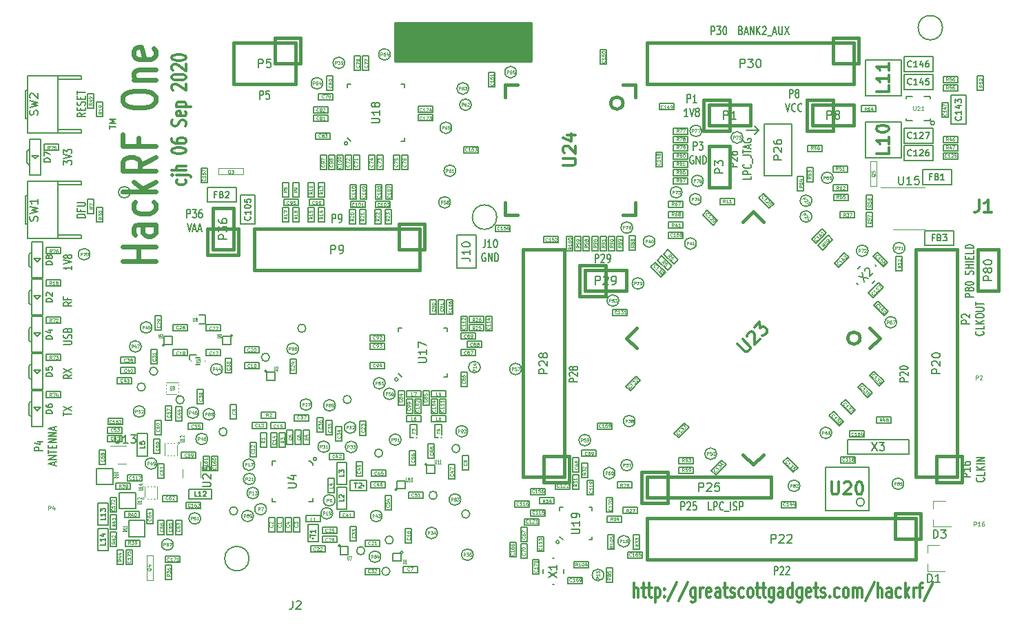
<source format=gbr>
G04 #@! TF.GenerationSoftware,KiCad,Pcbnew,(5.1.6-0-10_14)*
G04 #@! TF.CreationDate,2020-09-07T10:57:42+10:00*
G04 #@! TF.ProjectId,hackrf-one,6861636b-7266-42d6-9f6e-652e6b696361,rev?*
G04 #@! TF.SameCoordinates,Original*
G04 #@! TF.FileFunction,Legend,Top*
G04 #@! TF.FilePolarity,Positive*
%FSLAX45Y45*%
G04 Gerber Fmt 4.5, Leading zero omitted, Abs format (unit mm)*
G04 Created by KiCad (PCBNEW (5.1.6-0-10_14)) date 2020-09-07 10:57:42*
%MOMM*%
%LPD*%
G01*
G04 APERTURE LIST*
%ADD10C,0.203200*%
%ADD11C,0.304800*%
%ADD12C,0.190500*%
%ADD13C,0.152400*%
%ADD14C,0.609600*%
%ADD15C,0.120000*%
%ADD16C,0.177800*%
%ADD17C,0.101600*%
%ADD18C,0.381000*%
%ADD19C,0.119380*%
%ADD20C,0.150000*%
%ADD21C,0.074930*%
%ADD22C,0.076200*%
%ADD23C,0.075000*%
%ADD24C,0.124460*%
%ADD25C,0.095250*%
%ADD26C,0.096520*%
%ADD27C,0.158750*%
%ADD28C,0.160020*%
%ADD29C,0.254000*%
G04 APERTURE END LIST*
D10*
X12540000Y-16520000D02*
G75*
G03*
X12540000Y-16520000I-20000J0D01*
G01*
X9560000Y-15500000D02*
G75*
G03*
X9560000Y-15500000I-20000J0D01*
G01*
X10560000Y-14520000D02*
G75*
G03*
X10560000Y-14520000I-20000J0D01*
G01*
X9940000Y-11620000D02*
G75*
G03*
X9940000Y-11620000I-20000J0D01*
G01*
D11*
X7951567Y-12065609D02*
X7960033Y-12077705D01*
X7960033Y-12101895D01*
X7951567Y-12113990D01*
X7943100Y-12120038D01*
X7926167Y-12126086D01*
X7875367Y-12126086D01*
X7858433Y-12120038D01*
X7849967Y-12113990D01*
X7841500Y-12101895D01*
X7841500Y-12077705D01*
X7849967Y-12065609D01*
X7841500Y-12011181D02*
X7993900Y-12011181D01*
X8010833Y-12017228D01*
X8019300Y-12029324D01*
X8019300Y-12035371D01*
X7782233Y-12011181D02*
X7790700Y-12017228D01*
X7799167Y-12011181D01*
X7790700Y-12005133D01*
X7782233Y-12011181D01*
X7799167Y-12011181D01*
X7960033Y-11950705D02*
X7782233Y-11950705D01*
X7960033Y-11896276D02*
X7866900Y-11896276D01*
X7849967Y-11902324D01*
X7841500Y-11914419D01*
X7841500Y-11932562D01*
X7849967Y-11944657D01*
X7858433Y-11950705D01*
X7782233Y-11714848D02*
X7782233Y-11702752D01*
X7790700Y-11690657D01*
X7799167Y-11684609D01*
X7816100Y-11678562D01*
X7849967Y-11672514D01*
X7892300Y-11672514D01*
X7926167Y-11678562D01*
X7943100Y-11684609D01*
X7951567Y-11690657D01*
X7960033Y-11702752D01*
X7960033Y-11714848D01*
X7951567Y-11726943D01*
X7943100Y-11732990D01*
X7926167Y-11739038D01*
X7892300Y-11745086D01*
X7849967Y-11745086D01*
X7816100Y-11739038D01*
X7799167Y-11732990D01*
X7790700Y-11726943D01*
X7782233Y-11714848D01*
X7782233Y-11563657D02*
X7782233Y-11587848D01*
X7790700Y-11599943D01*
X7799167Y-11605990D01*
X7824567Y-11618086D01*
X7858433Y-11624133D01*
X7926167Y-11624133D01*
X7943100Y-11618086D01*
X7951567Y-11612038D01*
X7960033Y-11599943D01*
X7960033Y-11575752D01*
X7951567Y-11563657D01*
X7943100Y-11557609D01*
X7926167Y-11551562D01*
X7883833Y-11551562D01*
X7866900Y-11557609D01*
X7858433Y-11563657D01*
X7849967Y-11575752D01*
X7849967Y-11599943D01*
X7858433Y-11612038D01*
X7866900Y-11618086D01*
X7883833Y-11624133D01*
X7951567Y-11406419D02*
X7960033Y-11388276D01*
X7960033Y-11358038D01*
X7951567Y-11345943D01*
X7943100Y-11339895D01*
X7926167Y-11333848D01*
X7909233Y-11333848D01*
X7892300Y-11339895D01*
X7883833Y-11345943D01*
X7875367Y-11358038D01*
X7866900Y-11382228D01*
X7858433Y-11394324D01*
X7849967Y-11400371D01*
X7833033Y-11406419D01*
X7816100Y-11406419D01*
X7799167Y-11400371D01*
X7790700Y-11394324D01*
X7782233Y-11382228D01*
X7782233Y-11351990D01*
X7790700Y-11333848D01*
X7951567Y-11231038D02*
X7960033Y-11243133D01*
X7960033Y-11267324D01*
X7951567Y-11279419D01*
X7934633Y-11285467D01*
X7866900Y-11285467D01*
X7849967Y-11279419D01*
X7841500Y-11267324D01*
X7841500Y-11243133D01*
X7849967Y-11231038D01*
X7866900Y-11224990D01*
X7883833Y-11224990D01*
X7900767Y-11285467D01*
X7841500Y-11170562D02*
X8019300Y-11170562D01*
X7849967Y-11170562D02*
X7841500Y-11158467D01*
X7841500Y-11134276D01*
X7849967Y-11122181D01*
X7858433Y-11116133D01*
X7875367Y-11110086D01*
X7926167Y-11110086D01*
X7943100Y-11116133D01*
X7951567Y-11122181D01*
X7960033Y-11134276D01*
X7960033Y-11158467D01*
X7951567Y-11170562D01*
X7799167Y-10964943D02*
X7790700Y-10958895D01*
X7782233Y-10946800D01*
X7782233Y-10916562D01*
X7790700Y-10904467D01*
X7799167Y-10898419D01*
X7816100Y-10892371D01*
X7833033Y-10892371D01*
X7858433Y-10898419D01*
X7960033Y-10970990D01*
X7960033Y-10892371D01*
X7782233Y-10813752D02*
X7782233Y-10801657D01*
X7790700Y-10789562D01*
X7799167Y-10783514D01*
X7816100Y-10777467D01*
X7849967Y-10771419D01*
X7892300Y-10771419D01*
X7926167Y-10777467D01*
X7943100Y-10783514D01*
X7951567Y-10789562D01*
X7960033Y-10801657D01*
X7960033Y-10813752D01*
X7951567Y-10825848D01*
X7943100Y-10831895D01*
X7926167Y-10837943D01*
X7892300Y-10843990D01*
X7849967Y-10843990D01*
X7816100Y-10837943D01*
X7799167Y-10831895D01*
X7790700Y-10825848D01*
X7782233Y-10813752D01*
X7799167Y-10723038D02*
X7790700Y-10716990D01*
X7782233Y-10704895D01*
X7782233Y-10674657D01*
X7790700Y-10662562D01*
X7799167Y-10656514D01*
X7816100Y-10650467D01*
X7833033Y-10650467D01*
X7858433Y-10656514D01*
X7960033Y-10729086D01*
X7960033Y-10650467D01*
X7782233Y-10571848D02*
X7782233Y-10559752D01*
X7790700Y-10547657D01*
X7799167Y-10541610D01*
X7816100Y-10535562D01*
X7849967Y-10529514D01*
X7892300Y-10529514D01*
X7926167Y-10535562D01*
X7943100Y-10541610D01*
X7951567Y-10547657D01*
X7960033Y-10559752D01*
X7960033Y-10571848D01*
X7951567Y-10583943D01*
X7943100Y-10589990D01*
X7926167Y-10596038D01*
X7892300Y-10602086D01*
X7849967Y-10602086D01*
X7816100Y-10596038D01*
X7799167Y-10589990D01*
X7790700Y-10583943D01*
X7782233Y-10571848D01*
D12*
X9753757Y-12592962D02*
X9753757Y-12491362D01*
X9782786Y-12491362D01*
X9790043Y-12496200D01*
X9793671Y-12501038D01*
X9797300Y-12510714D01*
X9797300Y-12525228D01*
X9793671Y-12534905D01*
X9790043Y-12539743D01*
X9782786Y-12544581D01*
X9753757Y-12544581D01*
X9833586Y-12592962D02*
X9848100Y-12592962D01*
X9855357Y-12588124D01*
X9858986Y-12583286D01*
X9866243Y-12568771D01*
X9869871Y-12549419D01*
X9869871Y-12510714D01*
X9866243Y-12501038D01*
X9862614Y-12496200D01*
X9855357Y-12491362D01*
X9840843Y-12491362D01*
X9833586Y-12496200D01*
X9829957Y-12501038D01*
X9826329Y-12510714D01*
X9826329Y-12534905D01*
X9829957Y-12544581D01*
X9833586Y-12549419D01*
X9840843Y-12554257D01*
X9855357Y-12554257D01*
X9862614Y-12549419D01*
X9866243Y-12544581D01*
X9869871Y-12534905D01*
X11630454Y-12799337D02*
X11630454Y-12871908D01*
X11626826Y-12886423D01*
X11619568Y-12896099D01*
X11608683Y-12900937D01*
X11601426Y-12900937D01*
X11706654Y-12900937D02*
X11663111Y-12900937D01*
X11684883Y-12900937D02*
X11684883Y-12799337D01*
X11677626Y-12813851D01*
X11670368Y-12823527D01*
X11663111Y-12828365D01*
X11753826Y-12799337D02*
X11761083Y-12799337D01*
X11768340Y-12804175D01*
X11771968Y-12809013D01*
X11775597Y-12818689D01*
X11779226Y-12838042D01*
X11779226Y-12862232D01*
X11775597Y-12881584D01*
X11771968Y-12891261D01*
X11768340Y-12896099D01*
X11761083Y-12900937D01*
X11753826Y-12900937D01*
X11746568Y-12896099D01*
X11742940Y-12891261D01*
X11739311Y-12881584D01*
X11735683Y-12862232D01*
X11735683Y-12838042D01*
X11739311Y-12818689D01*
X11742940Y-12809013D01*
X11746568Y-12804175D01*
X11753826Y-12799337D01*
X11634083Y-12975625D02*
X11626826Y-12970787D01*
X11615940Y-12970787D01*
X11605054Y-12975625D01*
X11597797Y-12985301D01*
X11594168Y-12994977D01*
X11590540Y-13014330D01*
X11590540Y-13028844D01*
X11594168Y-13048196D01*
X11597797Y-13057873D01*
X11605054Y-13067549D01*
X11615940Y-13072387D01*
X11623197Y-13072387D01*
X11634083Y-13067549D01*
X11637711Y-13062711D01*
X11637711Y-13028844D01*
X11623197Y-13028844D01*
X11670368Y-13072387D02*
X11670368Y-12970787D01*
X11713911Y-13072387D01*
X11713911Y-12970787D01*
X11750197Y-13072387D02*
X11750197Y-12970787D01*
X11768340Y-12970787D01*
X11779226Y-12975625D01*
X11786483Y-12985301D01*
X11790111Y-12994977D01*
X11793740Y-13014330D01*
X11793740Y-13028844D01*
X11790111Y-13048196D01*
X11786483Y-13057873D01*
X11779226Y-13067549D01*
X11768340Y-13072387D01*
X11750197Y-13072387D01*
X17630902Y-13508934D02*
X17529302Y-13508934D01*
X17529302Y-13479906D01*
X17534140Y-13472648D01*
X17538978Y-13469020D01*
X17548654Y-13465391D01*
X17563169Y-13465391D01*
X17572845Y-13469020D01*
X17577683Y-13472648D01*
X17582521Y-13479906D01*
X17582521Y-13508934D01*
X17572845Y-13421848D02*
X17568007Y-13429106D01*
X17563169Y-13432734D01*
X17553492Y-13436363D01*
X17548654Y-13436363D01*
X17538978Y-13432734D01*
X17534140Y-13429106D01*
X17529302Y-13421848D01*
X17529302Y-13407334D01*
X17534140Y-13400077D01*
X17538978Y-13396448D01*
X17548654Y-13392820D01*
X17553492Y-13392820D01*
X17563169Y-13396448D01*
X17568007Y-13400077D01*
X17572845Y-13407334D01*
X17572845Y-13421848D01*
X17577683Y-13429106D01*
X17582521Y-13432734D01*
X17592197Y-13436363D01*
X17611550Y-13436363D01*
X17621226Y-13432734D01*
X17626064Y-13429106D01*
X17630902Y-13421848D01*
X17630902Y-13407334D01*
X17626064Y-13400077D01*
X17621226Y-13396448D01*
X17611550Y-13392820D01*
X17592197Y-13392820D01*
X17582521Y-13396448D01*
X17577683Y-13400077D01*
X17572845Y-13407334D01*
X17529302Y-13345648D02*
X17529302Y-13338391D01*
X17534140Y-13331134D01*
X17538978Y-13327506D01*
X17548654Y-13323877D01*
X17568007Y-13320248D01*
X17592197Y-13320248D01*
X17611550Y-13323877D01*
X17621226Y-13327506D01*
X17626064Y-13331134D01*
X17630902Y-13338391D01*
X17630902Y-13345648D01*
X17626064Y-13352906D01*
X17621226Y-13356534D01*
X17611550Y-13360163D01*
X17592197Y-13363791D01*
X17568007Y-13363791D01*
X17548654Y-13360163D01*
X17538978Y-13356534D01*
X17534140Y-13352906D01*
X17529302Y-13345648D01*
X17626064Y-13233163D02*
X17630902Y-13222277D01*
X17630902Y-13204134D01*
X17626064Y-13196877D01*
X17621226Y-13193248D01*
X17611550Y-13189620D01*
X17601873Y-13189620D01*
X17592197Y-13193248D01*
X17587359Y-13196877D01*
X17582521Y-13204134D01*
X17577683Y-13218648D01*
X17572845Y-13225906D01*
X17568007Y-13229534D01*
X17558330Y-13233163D01*
X17548654Y-13233163D01*
X17538978Y-13229534D01*
X17534140Y-13225906D01*
X17529302Y-13218648D01*
X17529302Y-13200506D01*
X17534140Y-13189620D01*
X17630902Y-13156963D02*
X17529302Y-13156963D01*
X17577683Y-13156963D02*
X17577683Y-13113420D01*
X17630902Y-13113420D02*
X17529302Y-13113420D01*
X17630902Y-13077134D02*
X17529302Y-13077134D01*
X17577683Y-13040848D02*
X17577683Y-13015448D01*
X17630902Y-13004563D02*
X17630902Y-13040848D01*
X17529302Y-13040848D01*
X17529302Y-13004563D01*
X17630902Y-12935620D02*
X17630902Y-12971906D01*
X17529302Y-12971906D01*
X17630902Y-12910220D02*
X17529302Y-12910220D01*
X17529302Y-12892077D01*
X17534140Y-12881191D01*
X17543816Y-12873934D01*
X17553492Y-12870306D01*
X17572845Y-12866677D01*
X17587359Y-12866677D01*
X17606711Y-12870306D01*
X17616388Y-12873934D01*
X17626064Y-12881191D01*
X17630902Y-12892077D01*
X17630902Y-12910220D01*
X8864757Y-11076582D02*
X8864757Y-10974982D01*
X8893786Y-10974982D01*
X8901043Y-10979820D01*
X8904671Y-10984658D01*
X8908300Y-10994334D01*
X8908300Y-11008849D01*
X8904671Y-11018525D01*
X8901043Y-11023363D01*
X8893786Y-11028201D01*
X8864757Y-11028201D01*
X8977243Y-10974982D02*
X8940957Y-10974982D01*
X8937329Y-11023363D01*
X8940957Y-11018525D01*
X8948214Y-11013687D01*
X8966357Y-11013687D01*
X8973614Y-11018525D01*
X8977243Y-11023363D01*
X8980871Y-11033039D01*
X8980871Y-11057230D01*
X8977243Y-11066906D01*
X8973614Y-11071744D01*
X8966357Y-11076582D01*
X8948214Y-11076582D01*
X8940957Y-11071744D01*
X8937329Y-11066906D01*
X6715962Y-11250671D02*
X6667581Y-11276071D01*
X6715962Y-11294214D02*
X6614362Y-11294214D01*
X6614362Y-11265186D01*
X6619200Y-11257928D01*
X6624038Y-11254300D01*
X6633714Y-11250671D01*
X6648228Y-11250671D01*
X6657905Y-11254300D01*
X6662743Y-11257928D01*
X6667581Y-11265186D01*
X6667581Y-11294214D01*
X6662743Y-11218014D02*
X6662743Y-11192614D01*
X6715962Y-11181729D02*
X6715962Y-11218014D01*
X6614362Y-11218014D01*
X6614362Y-11181729D01*
X6711124Y-11152700D02*
X6715962Y-11141814D01*
X6715962Y-11123671D01*
X6711124Y-11116414D01*
X6706286Y-11112786D01*
X6696609Y-11109157D01*
X6686933Y-11109157D01*
X6677257Y-11112786D01*
X6672419Y-11116414D01*
X6667581Y-11123671D01*
X6662743Y-11138186D01*
X6657905Y-11145443D01*
X6653067Y-11149071D01*
X6643390Y-11152700D01*
X6633714Y-11152700D01*
X6624038Y-11149071D01*
X6619200Y-11145443D01*
X6614362Y-11138186D01*
X6614362Y-11120043D01*
X6619200Y-11109157D01*
X6662743Y-11076500D02*
X6662743Y-11051100D01*
X6715962Y-11040214D02*
X6715962Y-11076500D01*
X6614362Y-11076500D01*
X6614362Y-11040214D01*
X6614362Y-11018443D02*
X6614362Y-10974900D01*
X6715962Y-10996671D02*
X6614362Y-10996671D01*
X6715962Y-12532528D02*
X6614362Y-12532528D01*
X6614362Y-12514386D01*
X6619200Y-12503500D01*
X6628876Y-12496243D01*
X6638552Y-12492614D01*
X6657905Y-12488986D01*
X6672419Y-12488986D01*
X6691771Y-12492614D01*
X6701448Y-12496243D01*
X6711124Y-12503500D01*
X6715962Y-12514386D01*
X6715962Y-12532528D01*
X6662743Y-12430928D02*
X6662743Y-12456328D01*
X6715962Y-12456328D02*
X6614362Y-12456328D01*
X6614362Y-12420043D01*
X6614362Y-12391014D02*
X6696609Y-12391014D01*
X6706286Y-12387386D01*
X6711124Y-12383757D01*
X6715962Y-12376500D01*
X6715962Y-12361986D01*
X6711124Y-12354728D01*
X6706286Y-12351100D01*
X6696609Y-12347471D01*
X6614362Y-12347471D01*
D13*
X7019991Y-11441374D02*
X7019991Y-11397831D01*
X7096191Y-11419603D02*
X7019991Y-11419603D01*
X7096191Y-11372431D02*
X7019991Y-11372431D01*
X7074420Y-11347031D01*
X7019991Y-11321631D01*
X7096191Y-11321631D01*
D12*
X6553962Y-13572071D02*
X6505581Y-13597471D01*
X6553962Y-13615614D02*
X6452362Y-13615614D01*
X6452362Y-13586586D01*
X6457200Y-13579328D01*
X6462038Y-13575700D01*
X6471714Y-13572071D01*
X6486228Y-13572071D01*
X6495905Y-13575700D01*
X6500743Y-13579328D01*
X6505581Y-13586586D01*
X6505581Y-13615614D01*
X6500743Y-13514014D02*
X6500743Y-13539414D01*
X6553962Y-13539414D02*
X6452362Y-13539414D01*
X6452362Y-13503128D01*
D14*
X7580848Y-13065886D02*
X7174448Y-13065886D01*
X7367971Y-13065886D02*
X7367971Y-12891714D01*
X7580848Y-12891714D02*
X7174448Y-12891714D01*
X7580848Y-12615943D02*
X7367971Y-12615943D01*
X7329267Y-12630457D01*
X7309914Y-12659486D01*
X7309914Y-12717543D01*
X7329267Y-12746571D01*
X7561495Y-12615943D02*
X7580848Y-12644971D01*
X7580848Y-12717543D01*
X7561495Y-12746571D01*
X7522790Y-12761086D01*
X7484086Y-12761086D01*
X7445381Y-12746571D01*
X7426028Y-12717543D01*
X7426028Y-12644971D01*
X7406676Y-12615943D01*
X7561495Y-12340171D02*
X7580848Y-12369200D01*
X7580848Y-12427257D01*
X7561495Y-12456286D01*
X7542143Y-12470800D01*
X7503438Y-12485314D01*
X7387324Y-12485314D01*
X7348619Y-12470800D01*
X7329267Y-12456286D01*
X7309914Y-12427257D01*
X7309914Y-12369200D01*
X7329267Y-12340171D01*
X7580848Y-12209543D02*
X7174448Y-12209543D01*
X7426028Y-12180514D02*
X7580848Y-12093428D01*
X7309914Y-12093428D02*
X7464733Y-12209543D01*
X7580848Y-11788628D02*
X7387324Y-11890228D01*
X7580848Y-11962800D02*
X7174448Y-11962800D01*
X7174448Y-11846686D01*
X7193800Y-11817657D01*
X7213152Y-11803143D01*
X7251857Y-11788628D01*
X7309914Y-11788628D01*
X7348619Y-11803143D01*
X7367971Y-11817657D01*
X7387324Y-11846686D01*
X7387324Y-11962800D01*
X7367971Y-11556400D02*
X7367971Y-11658000D01*
X7580848Y-11658000D02*
X7174448Y-11658000D01*
X7174448Y-11512857D01*
X7174448Y-11106457D02*
X7174448Y-11048400D01*
X7193800Y-11019371D01*
X7232505Y-10990343D01*
X7309914Y-10975829D01*
X7445381Y-10975829D01*
X7522790Y-10990343D01*
X7561495Y-11019371D01*
X7580848Y-11048400D01*
X7580848Y-11106457D01*
X7561495Y-11135486D01*
X7522790Y-11164514D01*
X7445381Y-11179029D01*
X7309914Y-11179029D01*
X7232505Y-11164514D01*
X7193800Y-11135486D01*
X7174448Y-11106457D01*
X7309914Y-10845200D02*
X7580848Y-10845200D01*
X7348619Y-10845200D02*
X7329267Y-10830686D01*
X7309914Y-10801657D01*
X7309914Y-10758114D01*
X7329267Y-10729086D01*
X7367971Y-10714571D01*
X7580848Y-10714571D01*
X7561495Y-10453314D02*
X7580848Y-10482343D01*
X7580848Y-10540400D01*
X7561495Y-10569429D01*
X7522790Y-10583943D01*
X7367971Y-10583943D01*
X7329267Y-10569429D01*
X7309914Y-10540400D01*
X7309914Y-10482343D01*
X7329267Y-10453314D01*
X7367971Y-10438800D01*
X7406676Y-10438800D01*
X7445381Y-10583943D01*
D10*
X14993620Y-11457940D02*
X14841220Y-11457940D01*
X14993620Y-11457940D02*
X14942820Y-11508740D01*
X14993620Y-11457940D02*
X14942820Y-11407140D01*
D12*
X6553962Y-13127571D02*
X6553962Y-13171114D01*
X6553962Y-13149343D02*
X6452362Y-13149343D01*
X6466876Y-13156600D01*
X6476552Y-13163857D01*
X6481390Y-13171114D01*
X6452362Y-13105800D02*
X6553962Y-13080400D01*
X6452362Y-13055000D01*
X6495905Y-13018714D02*
X6491067Y-13025971D01*
X6486228Y-13029600D01*
X6476552Y-13033228D01*
X6471714Y-13033228D01*
X6462038Y-13029600D01*
X6457200Y-13025971D01*
X6452362Y-13018714D01*
X6452362Y-13004200D01*
X6457200Y-12996943D01*
X6462038Y-12993314D01*
X6471714Y-12989686D01*
X6476552Y-12989686D01*
X6486228Y-12993314D01*
X6491067Y-12996943D01*
X6495905Y-13004200D01*
X6495905Y-13018714D01*
X6500743Y-13025971D01*
X6505581Y-13029600D01*
X6515257Y-13033228D01*
X6534609Y-13033228D01*
X6544286Y-13029600D01*
X6549124Y-13025971D01*
X6553962Y-13018714D01*
X6553962Y-13004200D01*
X6549124Y-12996943D01*
X6544286Y-12993314D01*
X6534609Y-12989686D01*
X6515257Y-12989686D01*
X6505581Y-12993314D01*
X6500743Y-12996943D01*
X6495905Y-13004200D01*
X6452362Y-11879343D02*
X6452362Y-11832171D01*
X6491067Y-11857571D01*
X6491067Y-11846686D01*
X6495905Y-11839428D01*
X6500743Y-11835800D01*
X6510419Y-11832171D01*
X6534609Y-11832171D01*
X6544286Y-11835800D01*
X6549124Y-11839428D01*
X6553962Y-11846686D01*
X6553962Y-11868457D01*
X6549124Y-11875714D01*
X6544286Y-11879343D01*
X6452362Y-11810400D02*
X6553962Y-11785000D01*
X6452362Y-11759600D01*
X6452362Y-11741457D02*
X6452362Y-11694286D01*
X6491067Y-11719686D01*
X6491067Y-11708800D01*
X6495905Y-11701543D01*
X6500743Y-11697914D01*
X6510419Y-11694286D01*
X6534609Y-11694286D01*
X6544286Y-11697914D01*
X6549124Y-11701543D01*
X6553962Y-11708800D01*
X6553962Y-11730571D01*
X6549124Y-11737828D01*
X6544286Y-11741457D01*
X6452362Y-14090957D02*
X6534609Y-14090957D01*
X6544286Y-14087328D01*
X6549124Y-14083700D01*
X6553962Y-14076443D01*
X6553962Y-14061928D01*
X6549124Y-14054671D01*
X6544286Y-14051043D01*
X6534609Y-14047414D01*
X6452362Y-14047414D01*
X6549124Y-14014757D02*
X6553962Y-14003871D01*
X6553962Y-13985728D01*
X6549124Y-13978471D01*
X6544286Y-13974843D01*
X6534609Y-13971214D01*
X6524933Y-13971214D01*
X6515257Y-13974843D01*
X6510419Y-13978471D01*
X6505581Y-13985728D01*
X6500743Y-14000243D01*
X6495905Y-14007500D01*
X6491067Y-14011128D01*
X6481390Y-14014757D01*
X6471714Y-14014757D01*
X6462038Y-14011128D01*
X6457200Y-14007500D01*
X6452362Y-14000243D01*
X6452362Y-13982100D01*
X6457200Y-13971214D01*
X6500743Y-13913157D02*
X6505581Y-13902271D01*
X6510419Y-13898643D01*
X6520095Y-13895014D01*
X6534609Y-13895014D01*
X6544286Y-13898643D01*
X6549124Y-13902271D01*
X6553962Y-13909528D01*
X6553962Y-13938557D01*
X6452362Y-13938557D01*
X6452362Y-13913157D01*
X6457200Y-13905900D01*
X6462038Y-13902271D01*
X6471714Y-13898643D01*
X6481390Y-13898643D01*
X6491067Y-13902271D01*
X6495905Y-13905900D01*
X6500743Y-13913157D01*
X6500743Y-13938557D01*
X6553962Y-14464700D02*
X6505581Y-14490100D01*
X6553962Y-14508243D02*
X6452362Y-14508243D01*
X6452362Y-14479214D01*
X6457200Y-14471957D01*
X6462038Y-14468328D01*
X6471714Y-14464700D01*
X6486228Y-14464700D01*
X6495905Y-14468328D01*
X6500743Y-14471957D01*
X6505581Y-14479214D01*
X6505581Y-14508243D01*
X6452362Y-14439300D02*
X6553962Y-14388500D01*
X6452362Y-14388500D02*
X6553962Y-14439300D01*
X6452362Y-14967257D02*
X6452362Y-14923714D01*
X6553962Y-14945486D02*
X6452362Y-14945486D01*
X6452362Y-14905571D02*
X6553962Y-14854771D01*
X6452362Y-14854771D02*
X6553962Y-14905571D01*
X14113757Y-11120237D02*
X14113757Y-11018637D01*
X14142786Y-11018637D01*
X14150043Y-11023475D01*
X14153671Y-11028313D01*
X14157300Y-11037989D01*
X14157300Y-11052504D01*
X14153671Y-11062180D01*
X14150043Y-11067018D01*
X14142786Y-11071856D01*
X14113757Y-11071856D01*
X14229871Y-11120237D02*
X14186328Y-11120237D01*
X14208100Y-11120237D02*
X14208100Y-11018637D01*
X14200843Y-11033151D01*
X14193586Y-11042827D01*
X14186328Y-11047665D01*
X14122828Y-11291687D02*
X14079286Y-11291687D01*
X14101057Y-11291687D02*
X14101057Y-11190087D01*
X14093800Y-11204601D01*
X14086543Y-11214277D01*
X14079286Y-11219115D01*
X14144600Y-11190087D02*
X14170000Y-11291687D01*
X14195400Y-11190087D01*
X14231686Y-11233630D02*
X14224428Y-11228792D01*
X14220800Y-11223953D01*
X14217171Y-11214277D01*
X14217171Y-11209439D01*
X14220800Y-11199763D01*
X14224428Y-11194925D01*
X14231686Y-11190087D01*
X14246200Y-11190087D01*
X14253457Y-11194925D01*
X14257086Y-11199763D01*
X14260714Y-11209439D01*
X14260714Y-11214277D01*
X14257086Y-11223953D01*
X14253457Y-11228792D01*
X14246200Y-11233630D01*
X14231686Y-11233630D01*
X14224428Y-11238468D01*
X14220800Y-11243306D01*
X14217171Y-11252982D01*
X14217171Y-11272334D01*
X14220800Y-11282011D01*
X14224428Y-11286849D01*
X14231686Y-11291687D01*
X14246200Y-11291687D01*
X14253457Y-11286849D01*
X14257086Y-11282011D01*
X14260714Y-11272334D01*
X14260714Y-11252982D01*
X14257086Y-11243306D01*
X14253457Y-11238468D01*
X14246200Y-11233630D01*
X15369697Y-11059437D02*
X15369697Y-10957837D01*
X15398726Y-10957837D01*
X15405983Y-10962675D01*
X15409611Y-10967513D01*
X15413240Y-10977189D01*
X15413240Y-10991704D01*
X15409611Y-11001380D01*
X15405983Y-11006218D01*
X15398726Y-11011056D01*
X15369697Y-11011056D01*
X15456783Y-11001380D02*
X15449526Y-10996542D01*
X15445897Y-10991704D01*
X15442268Y-10982027D01*
X15442268Y-10977189D01*
X15445897Y-10967513D01*
X15449526Y-10962675D01*
X15456783Y-10957837D01*
X15471297Y-10957837D01*
X15478554Y-10962675D01*
X15482183Y-10967513D01*
X15485811Y-10977189D01*
X15485811Y-10982027D01*
X15482183Y-10991704D01*
X15478554Y-10996542D01*
X15471297Y-11001380D01*
X15456783Y-11001380D01*
X15449526Y-11006218D01*
X15445897Y-11011056D01*
X15442268Y-11020732D01*
X15442268Y-11040085D01*
X15445897Y-11049761D01*
X15449526Y-11054599D01*
X15456783Y-11059437D01*
X15471297Y-11059437D01*
X15478554Y-11054599D01*
X15482183Y-11049761D01*
X15485811Y-11040085D01*
X15485811Y-11020732D01*
X15482183Y-11011056D01*
X15478554Y-11006218D01*
X15471297Y-11001380D01*
X15324340Y-11129287D02*
X15349740Y-11230887D01*
X15375140Y-11129287D01*
X15444083Y-11221211D02*
X15440454Y-11226049D01*
X15429568Y-11230887D01*
X15422311Y-11230887D01*
X15411426Y-11226049D01*
X15404168Y-11216373D01*
X15400540Y-11206696D01*
X15396911Y-11187344D01*
X15396911Y-11172830D01*
X15400540Y-11153477D01*
X15404168Y-11143801D01*
X15411426Y-11134125D01*
X15422311Y-11129287D01*
X15429568Y-11129287D01*
X15440454Y-11134125D01*
X15444083Y-11138963D01*
X15520283Y-11221211D02*
X15516654Y-11226049D01*
X15505768Y-11230887D01*
X15498511Y-11230887D01*
X15487626Y-11226049D01*
X15480368Y-11216373D01*
X15476740Y-11206696D01*
X15473111Y-11187344D01*
X15473111Y-11172830D01*
X15476740Y-11153477D01*
X15480368Y-11143801D01*
X15487626Y-11134125D01*
X15498511Y-11129287D01*
X15505768Y-11129287D01*
X15516654Y-11134125D01*
X15520283Y-11138963D01*
X16825722Y-14547068D02*
X16724122Y-14547068D01*
X16724122Y-14518040D01*
X16728960Y-14510783D01*
X16733798Y-14507154D01*
X16743474Y-14503526D01*
X16757988Y-14503526D01*
X16767665Y-14507154D01*
X16772503Y-14510783D01*
X16777341Y-14518040D01*
X16777341Y-14547068D01*
X16733798Y-14474497D02*
X16728960Y-14470868D01*
X16724122Y-14463611D01*
X16724122Y-14445468D01*
X16728960Y-14438211D01*
X16733798Y-14434583D01*
X16743474Y-14430954D01*
X16753150Y-14430954D01*
X16767665Y-14434583D01*
X16825722Y-14478126D01*
X16825722Y-14430954D01*
X16724122Y-14383783D02*
X16724122Y-14376526D01*
X16728960Y-14369268D01*
X16733798Y-14365640D01*
X16743474Y-14362011D01*
X16762827Y-14358383D01*
X16787017Y-14358383D01*
X16806370Y-14362011D01*
X16816046Y-14365640D01*
X16820884Y-14369268D01*
X16825722Y-14376526D01*
X16825722Y-14383783D01*
X16820884Y-14391040D01*
X16816046Y-14394668D01*
X16806370Y-14398297D01*
X16787017Y-14401926D01*
X16762827Y-14401926D01*
X16743474Y-14398297D01*
X16733798Y-14394668D01*
X16728960Y-14391040D01*
X16724122Y-14383783D01*
X15183551Y-16921122D02*
X15183551Y-16819522D01*
X15212580Y-16819522D01*
X15219837Y-16824360D01*
X15223466Y-16829198D01*
X15227094Y-16838874D01*
X15227094Y-16853389D01*
X15223466Y-16863065D01*
X15219837Y-16867903D01*
X15212580Y-16872741D01*
X15183551Y-16872741D01*
X15256123Y-16829198D02*
X15259751Y-16824360D01*
X15267008Y-16819522D01*
X15285151Y-16819522D01*
X15292408Y-16824360D01*
X15296037Y-16829198D01*
X15299666Y-16838874D01*
X15299666Y-16848550D01*
X15296037Y-16863065D01*
X15252494Y-16921122D01*
X15299666Y-16921122D01*
X15328694Y-16829198D02*
X15332323Y-16824360D01*
X15339580Y-16819522D01*
X15357723Y-16819522D01*
X15364980Y-16824360D01*
X15368608Y-16829198D01*
X15372237Y-16838874D01*
X15372237Y-16848550D01*
X15368608Y-16863065D01*
X15325066Y-16921122D01*
X15372237Y-16921122D01*
X14038374Y-16128642D02*
X14038374Y-16027042D01*
X14067403Y-16027042D01*
X14074660Y-16031880D01*
X14078288Y-16036718D01*
X14081917Y-16046394D01*
X14081917Y-16060908D01*
X14078288Y-16070585D01*
X14074660Y-16075423D01*
X14067403Y-16080261D01*
X14038374Y-16080261D01*
X14110946Y-16036718D02*
X14114574Y-16031880D01*
X14121831Y-16027042D01*
X14139974Y-16027042D01*
X14147231Y-16031880D01*
X14150860Y-16036718D01*
X14154488Y-16046394D01*
X14154488Y-16056070D01*
X14150860Y-16070585D01*
X14107317Y-16128642D01*
X14154488Y-16128642D01*
X14223431Y-16027042D02*
X14187146Y-16027042D01*
X14183517Y-16075423D01*
X14187146Y-16070585D01*
X14194403Y-16065747D01*
X14212546Y-16065747D01*
X14219803Y-16070585D01*
X14223431Y-16075423D01*
X14227060Y-16085099D01*
X14227060Y-16109289D01*
X14223431Y-16118966D01*
X14219803Y-16123804D01*
X14212546Y-16128642D01*
X14194403Y-16128642D01*
X14187146Y-16123804D01*
X14183517Y-16118966D01*
X14412117Y-16128642D02*
X14375831Y-16128642D01*
X14375831Y-16027042D01*
X14437517Y-16128642D02*
X14437517Y-16027042D01*
X14466546Y-16027042D01*
X14473803Y-16031880D01*
X14477431Y-16036718D01*
X14481060Y-16046394D01*
X14481060Y-16060908D01*
X14477431Y-16070585D01*
X14473803Y-16075423D01*
X14466546Y-16080261D01*
X14437517Y-16080261D01*
X14557260Y-16118966D02*
X14553631Y-16123804D01*
X14542746Y-16128642D01*
X14535488Y-16128642D01*
X14524603Y-16123804D01*
X14517346Y-16114128D01*
X14513717Y-16104451D01*
X14510088Y-16085099D01*
X14510088Y-16070585D01*
X14513717Y-16051232D01*
X14517346Y-16041556D01*
X14524603Y-16031880D01*
X14535488Y-16027042D01*
X14542746Y-16027042D01*
X14553631Y-16031880D01*
X14557260Y-16036718D01*
X14571774Y-16138318D02*
X14629831Y-16138318D01*
X14647974Y-16128642D02*
X14647974Y-16027042D01*
X14680631Y-16123804D02*
X14691517Y-16128642D01*
X14709660Y-16128642D01*
X14716917Y-16123804D01*
X14720546Y-16118966D01*
X14724174Y-16109289D01*
X14724174Y-16099613D01*
X14720546Y-16089937D01*
X14716917Y-16085099D01*
X14709660Y-16080261D01*
X14695146Y-16075423D01*
X14687888Y-16070585D01*
X14684260Y-16065747D01*
X14680631Y-16056070D01*
X14680631Y-16046394D01*
X14684260Y-16036718D01*
X14687888Y-16031880D01*
X14695146Y-16027042D01*
X14713288Y-16027042D01*
X14724174Y-16031880D01*
X14756831Y-16128642D02*
X14756831Y-16027042D01*
X14785860Y-16027042D01*
X14793117Y-16031880D01*
X14796746Y-16036718D01*
X14800374Y-16046394D01*
X14800374Y-16060908D01*
X14796746Y-16070585D01*
X14793117Y-16075423D01*
X14785860Y-16080261D01*
X14756831Y-16080261D01*
X12766802Y-14552148D02*
X12665202Y-14552148D01*
X12665202Y-14523120D01*
X12670040Y-14515863D01*
X12674878Y-14512234D01*
X12684554Y-14508606D01*
X12699068Y-14508606D01*
X12708745Y-14512234D01*
X12713583Y-14515863D01*
X12718421Y-14523120D01*
X12718421Y-14552148D01*
X12674878Y-14479577D02*
X12670040Y-14475948D01*
X12665202Y-14468691D01*
X12665202Y-14450548D01*
X12670040Y-14443291D01*
X12674878Y-14439663D01*
X12684554Y-14436034D01*
X12694230Y-14436034D01*
X12708745Y-14439663D01*
X12766802Y-14483206D01*
X12766802Y-14436034D01*
X12708745Y-14392491D02*
X12703907Y-14399748D01*
X12699068Y-14403377D01*
X12689392Y-14407006D01*
X12684554Y-14407006D01*
X12674878Y-14403377D01*
X12670040Y-14399748D01*
X12665202Y-14392491D01*
X12665202Y-14377977D01*
X12670040Y-14370720D01*
X12674878Y-14367091D01*
X12684554Y-14363463D01*
X12689392Y-14363463D01*
X12699068Y-14367091D01*
X12703907Y-14370720D01*
X12708745Y-14377977D01*
X12708745Y-14392491D01*
X12713583Y-14399748D01*
X12718421Y-14403377D01*
X12728097Y-14407006D01*
X12747449Y-14407006D01*
X12757126Y-14403377D01*
X12761964Y-14399748D01*
X12766802Y-14392491D01*
X12766802Y-14377977D01*
X12761964Y-14370720D01*
X12757126Y-14367091D01*
X12747449Y-14363463D01*
X12728097Y-14363463D01*
X12718421Y-14367091D01*
X12713583Y-14370720D01*
X12708745Y-14377977D01*
X14730857Y-11908008D02*
X14629257Y-11908008D01*
X14629257Y-11878980D01*
X14634095Y-11871723D01*
X14638933Y-11868094D01*
X14648609Y-11864466D01*
X14663123Y-11864466D01*
X14672800Y-11868094D01*
X14677638Y-11871723D01*
X14682476Y-11878980D01*
X14682476Y-11908008D01*
X14638933Y-11835437D02*
X14634095Y-11831808D01*
X14629257Y-11824551D01*
X14629257Y-11806408D01*
X14634095Y-11799151D01*
X14638933Y-11795523D01*
X14648609Y-11791894D01*
X14658285Y-11791894D01*
X14672800Y-11795523D01*
X14730857Y-11839066D01*
X14730857Y-11791894D01*
X14629257Y-11726580D02*
X14629257Y-11741094D01*
X14634095Y-11748351D01*
X14638933Y-11751980D01*
X14653447Y-11759237D01*
X14672800Y-11762866D01*
X14711504Y-11762866D01*
X14721181Y-11759237D01*
X14726019Y-11755608D01*
X14730857Y-11748351D01*
X14730857Y-11733837D01*
X14726019Y-11726580D01*
X14721181Y-11722951D01*
X14711504Y-11719323D01*
X14687314Y-11719323D01*
X14677638Y-11722951D01*
X14672800Y-11726580D01*
X14667962Y-11733837D01*
X14667962Y-11748351D01*
X14672800Y-11755608D01*
X14677638Y-11759237D01*
X14687314Y-11762866D01*
X14902307Y-12025937D02*
X14902307Y-12062223D01*
X14800707Y-12062223D01*
X14902307Y-12000537D02*
X14800707Y-12000537D01*
X14800707Y-11971508D01*
X14805545Y-11964251D01*
X14810383Y-11960623D01*
X14820059Y-11956994D01*
X14834573Y-11956994D01*
X14844250Y-11960623D01*
X14849088Y-11964251D01*
X14853926Y-11971508D01*
X14853926Y-12000537D01*
X14892631Y-11880794D02*
X14897469Y-11884423D01*
X14902307Y-11895308D01*
X14902307Y-11902566D01*
X14897469Y-11913451D01*
X14887793Y-11920708D01*
X14878116Y-11924337D01*
X14858764Y-11927966D01*
X14844250Y-11927966D01*
X14824897Y-11924337D01*
X14815221Y-11920708D01*
X14805545Y-11913451D01*
X14800707Y-11902566D01*
X14800707Y-11895308D01*
X14805545Y-11884423D01*
X14810383Y-11880794D01*
X14911983Y-11866280D02*
X14911983Y-11808223D01*
X14800707Y-11768308D02*
X14873278Y-11768308D01*
X14887793Y-11771937D01*
X14897469Y-11779194D01*
X14902307Y-11790080D01*
X14902307Y-11797337D01*
X14800707Y-11742908D02*
X14800707Y-11699366D01*
X14902307Y-11721137D02*
X14800707Y-11721137D01*
X14873278Y-11677594D02*
X14873278Y-11641308D01*
X14902307Y-11684851D02*
X14800707Y-11659451D01*
X14902307Y-11634051D01*
X14805545Y-11568737D02*
X14800707Y-11575994D01*
X14800707Y-11586880D01*
X14805545Y-11597766D01*
X14815221Y-11605023D01*
X14824897Y-11608651D01*
X14844250Y-11612280D01*
X14858764Y-11612280D01*
X14878116Y-11608651D01*
X14887793Y-11605023D01*
X14897469Y-11597766D01*
X14902307Y-11586880D01*
X14902307Y-11579623D01*
X14897469Y-11568737D01*
X14892631Y-11565108D01*
X14858764Y-11565108D01*
X14858764Y-11579623D01*
X14191137Y-11702057D02*
X14191137Y-11600457D01*
X14220166Y-11600457D01*
X14227423Y-11605295D01*
X14231051Y-11610133D01*
X14234680Y-11619809D01*
X14234680Y-11634323D01*
X14231051Y-11644000D01*
X14227423Y-11648838D01*
X14220166Y-11653676D01*
X14191137Y-11653676D01*
X14260080Y-11600457D02*
X14307251Y-11600457D01*
X14281851Y-11639162D01*
X14292737Y-11639162D01*
X14299994Y-11644000D01*
X14303623Y-11648838D01*
X14307251Y-11658514D01*
X14307251Y-11682704D01*
X14303623Y-11692381D01*
X14299994Y-11697219D01*
X14292737Y-11702057D01*
X14270966Y-11702057D01*
X14263708Y-11697219D01*
X14260080Y-11692381D01*
X14189323Y-11776745D02*
X14182066Y-11771907D01*
X14171180Y-11771907D01*
X14160294Y-11776745D01*
X14153037Y-11786421D01*
X14149408Y-11796097D01*
X14145780Y-11815450D01*
X14145780Y-11829964D01*
X14149408Y-11849316D01*
X14153037Y-11858993D01*
X14160294Y-11868669D01*
X14171180Y-11873507D01*
X14178437Y-11873507D01*
X14189323Y-11868669D01*
X14192951Y-11863831D01*
X14192951Y-11829964D01*
X14178437Y-11829964D01*
X14225608Y-11873507D02*
X14225608Y-11771907D01*
X14269151Y-11873507D01*
X14269151Y-11771907D01*
X14305437Y-11873507D02*
X14305437Y-11771907D01*
X14323580Y-11771907D01*
X14334466Y-11776745D01*
X14341723Y-11786421D01*
X14345351Y-11796097D01*
X14348980Y-11815450D01*
X14348980Y-11829964D01*
X14345351Y-11849316D01*
X14341723Y-11858993D01*
X14334466Y-11868669D01*
X14323580Y-11873507D01*
X14305437Y-11873507D01*
X14408851Y-10286642D02*
X14408851Y-10185042D01*
X14437880Y-10185042D01*
X14445137Y-10189880D01*
X14448766Y-10194718D01*
X14452394Y-10204394D01*
X14452394Y-10218909D01*
X14448766Y-10228585D01*
X14445137Y-10233423D01*
X14437880Y-10238261D01*
X14408851Y-10238261D01*
X14477794Y-10185042D02*
X14524966Y-10185042D01*
X14499566Y-10223747D01*
X14510451Y-10223747D01*
X14517708Y-10228585D01*
X14521337Y-10233423D01*
X14524966Y-10243099D01*
X14524966Y-10267290D01*
X14521337Y-10276966D01*
X14517708Y-10281804D01*
X14510451Y-10286642D01*
X14488680Y-10286642D01*
X14481423Y-10281804D01*
X14477794Y-10276966D01*
X14572137Y-10185042D02*
X14579394Y-10185042D01*
X14586651Y-10189880D01*
X14590280Y-10194718D01*
X14593908Y-10204394D01*
X14597537Y-10223747D01*
X14597537Y-10247937D01*
X14593908Y-10267290D01*
X14590280Y-10276966D01*
X14586651Y-10281804D01*
X14579394Y-10286642D01*
X14572137Y-10286642D01*
X14564880Y-10281804D01*
X14561251Y-10276966D01*
X14557623Y-10267290D01*
X14553994Y-10247937D01*
X14553994Y-10223747D01*
X14557623Y-10204394D01*
X14561251Y-10194718D01*
X14564880Y-10189880D01*
X14572137Y-10185042D01*
X14771708Y-10233423D02*
X14782594Y-10238261D01*
X14786223Y-10243099D01*
X14789851Y-10252775D01*
X14789851Y-10267290D01*
X14786223Y-10276966D01*
X14782594Y-10281804D01*
X14775337Y-10286642D01*
X14746308Y-10286642D01*
X14746308Y-10185042D01*
X14771708Y-10185042D01*
X14778966Y-10189880D01*
X14782594Y-10194718D01*
X14786223Y-10204394D01*
X14786223Y-10214070D01*
X14782594Y-10223747D01*
X14778966Y-10228585D01*
X14771708Y-10233423D01*
X14746308Y-10233423D01*
X14818880Y-10257613D02*
X14855166Y-10257613D01*
X14811623Y-10286642D02*
X14837023Y-10185042D01*
X14862423Y-10286642D01*
X14887823Y-10286642D02*
X14887823Y-10185042D01*
X14931366Y-10286642D01*
X14931366Y-10185042D01*
X14967651Y-10286642D02*
X14967651Y-10185042D01*
X15011194Y-10286642D02*
X14978537Y-10228585D01*
X15011194Y-10185042D02*
X14967651Y-10243099D01*
X15040223Y-10194718D02*
X15043851Y-10189880D01*
X15051108Y-10185042D01*
X15069251Y-10185042D01*
X15076508Y-10189880D01*
X15080137Y-10194718D01*
X15083766Y-10204394D01*
X15083766Y-10214070D01*
X15080137Y-10228585D01*
X15036594Y-10286642D01*
X15083766Y-10286642D01*
X15098280Y-10296318D02*
X15156337Y-10296318D01*
X15170851Y-10257613D02*
X15207137Y-10257613D01*
X15163594Y-10286642D02*
X15188994Y-10185042D01*
X15214394Y-10286642D01*
X15239794Y-10185042D02*
X15239794Y-10267290D01*
X15243423Y-10276966D01*
X15247051Y-10281804D01*
X15254308Y-10286642D01*
X15268823Y-10286642D01*
X15276080Y-10281804D01*
X15279708Y-10276966D01*
X15283337Y-10267290D01*
X15283337Y-10185042D01*
X15312366Y-10185042D02*
X15363166Y-10286642D01*
X15363166Y-10185042D02*
X15312366Y-10286642D01*
X7967411Y-12535177D02*
X7967411Y-12433577D01*
X7996440Y-12433577D01*
X8003697Y-12438415D01*
X8007326Y-12443253D01*
X8010954Y-12452929D01*
X8010954Y-12467443D01*
X8007326Y-12477120D01*
X8003697Y-12481958D01*
X7996440Y-12486796D01*
X7967411Y-12486796D01*
X8036354Y-12433577D02*
X8083526Y-12433577D01*
X8058126Y-12472282D01*
X8069011Y-12472282D01*
X8076268Y-12477120D01*
X8079897Y-12481958D01*
X8083526Y-12491634D01*
X8083526Y-12515824D01*
X8079897Y-12525501D01*
X8076268Y-12530339D01*
X8069011Y-12535177D01*
X8047240Y-12535177D01*
X8039983Y-12530339D01*
X8036354Y-12525501D01*
X8148840Y-12433577D02*
X8134326Y-12433577D01*
X8127068Y-12438415D01*
X8123440Y-12443253D01*
X8116183Y-12457767D01*
X8112554Y-12477120D01*
X8112554Y-12515824D01*
X8116183Y-12525501D01*
X8119811Y-12530339D01*
X8127068Y-12535177D01*
X8141583Y-12535177D01*
X8148840Y-12530339D01*
X8152468Y-12525501D01*
X8156097Y-12515824D01*
X8156097Y-12491634D01*
X8152468Y-12481958D01*
X8148840Y-12477120D01*
X8141583Y-12472282D01*
X8127068Y-12472282D01*
X8119811Y-12477120D01*
X8116183Y-12481958D01*
X8112554Y-12491634D01*
X7969226Y-12605027D02*
X7994626Y-12706627D01*
X8020026Y-12605027D01*
X8041797Y-12677598D02*
X8078083Y-12677598D01*
X8034540Y-12706627D02*
X8059940Y-12605027D01*
X8085340Y-12706627D01*
X8107111Y-12677598D02*
X8143397Y-12677598D01*
X8099854Y-12706627D02*
X8125254Y-12605027D01*
X8150654Y-12706627D01*
X17585817Y-13835143D02*
X17484217Y-13835143D01*
X17484217Y-13806114D01*
X17489055Y-13798857D01*
X17493893Y-13795228D01*
X17503569Y-13791600D01*
X17518084Y-13791600D01*
X17527760Y-13795228D01*
X17532598Y-13798857D01*
X17537436Y-13806114D01*
X17537436Y-13835143D01*
X17493893Y-13762571D02*
X17489055Y-13758943D01*
X17484217Y-13751686D01*
X17484217Y-13733543D01*
X17489055Y-13726286D01*
X17493893Y-13722657D01*
X17503569Y-13719028D01*
X17513245Y-13719028D01*
X17527760Y-13722657D01*
X17585817Y-13766200D01*
X17585817Y-13719028D01*
X17747591Y-13933114D02*
X17752429Y-13936743D01*
X17757267Y-13947628D01*
X17757267Y-13954886D01*
X17752429Y-13965771D01*
X17742753Y-13973028D01*
X17733076Y-13976657D01*
X17713724Y-13980286D01*
X17699210Y-13980286D01*
X17679857Y-13976657D01*
X17670181Y-13973028D01*
X17660505Y-13965771D01*
X17655667Y-13954886D01*
X17655667Y-13947628D01*
X17660505Y-13936743D01*
X17665343Y-13933114D01*
X17757267Y-13864171D02*
X17757267Y-13900457D01*
X17655667Y-13900457D01*
X17757267Y-13838771D02*
X17655667Y-13838771D01*
X17757267Y-13795228D02*
X17699210Y-13827886D01*
X17655667Y-13795228D02*
X17713724Y-13838771D01*
X17655667Y-13748057D02*
X17655667Y-13733543D01*
X17660505Y-13726286D01*
X17670181Y-13719028D01*
X17689534Y-13715400D01*
X17723400Y-13715400D01*
X17742753Y-13719028D01*
X17752429Y-13726286D01*
X17757267Y-13733543D01*
X17757267Y-13748057D01*
X17752429Y-13755314D01*
X17742753Y-13762571D01*
X17723400Y-13766200D01*
X17689534Y-13766200D01*
X17670181Y-13762571D01*
X17660505Y-13755314D01*
X17655667Y-13748057D01*
X17655667Y-13682743D02*
X17737915Y-13682743D01*
X17747591Y-13679114D01*
X17752429Y-13675486D01*
X17757267Y-13668228D01*
X17757267Y-13653714D01*
X17752429Y-13646457D01*
X17747591Y-13642828D01*
X17737915Y-13639200D01*
X17655667Y-13639200D01*
X17655667Y-13613800D02*
X17655667Y-13570257D01*
X17757267Y-13592028D02*
X17655667Y-13592028D01*
X12981371Y-13083182D02*
X12981371Y-12981582D01*
X13010400Y-12981582D01*
X13017657Y-12986420D01*
X13021286Y-12991258D01*
X13024914Y-13000934D01*
X13024914Y-13015448D01*
X13021286Y-13025125D01*
X13017657Y-13029963D01*
X13010400Y-13034801D01*
X12981371Y-13034801D01*
X13053943Y-12991258D02*
X13057571Y-12986420D01*
X13064828Y-12981582D01*
X13082971Y-12981582D01*
X13090228Y-12986420D01*
X13093857Y-12991258D01*
X13097486Y-13000934D01*
X13097486Y-13010610D01*
X13093857Y-13025125D01*
X13050314Y-13083182D01*
X13097486Y-13083182D01*
X13133771Y-13083182D02*
X13148286Y-13083182D01*
X13155543Y-13078344D01*
X13159171Y-13073506D01*
X13166428Y-13058991D01*
X13170057Y-13039639D01*
X13170057Y-13000934D01*
X13166428Y-12991258D01*
X13162800Y-12986420D01*
X13155543Y-12981582D01*
X13141028Y-12981582D01*
X13133771Y-12986420D01*
X13130143Y-12991258D01*
X13126514Y-13000934D01*
X13126514Y-13025125D01*
X13130143Y-13034801D01*
X13133771Y-13039639D01*
X13141028Y-13044477D01*
X13155543Y-13044477D01*
X13162800Y-13039639D01*
X13166428Y-13034801D01*
X13170057Y-13025125D01*
X17593437Y-15720548D02*
X17491837Y-15720548D01*
X17491837Y-15691520D01*
X17496675Y-15684263D01*
X17501513Y-15680634D01*
X17511189Y-15677006D01*
X17525704Y-15677006D01*
X17535380Y-15680634D01*
X17540218Y-15684263D01*
X17545056Y-15691520D01*
X17545056Y-15720548D01*
X17593437Y-15604434D02*
X17593437Y-15647977D01*
X17593437Y-15626206D02*
X17491837Y-15626206D01*
X17506351Y-15633463D01*
X17516027Y-15640720D01*
X17520865Y-15647977D01*
X17491837Y-15539120D02*
X17491837Y-15553634D01*
X17496675Y-15560891D01*
X17501513Y-15564520D01*
X17516027Y-15571777D01*
X17535380Y-15575406D01*
X17574085Y-15575406D01*
X17583761Y-15571777D01*
X17588599Y-15568148D01*
X17593437Y-15560891D01*
X17593437Y-15546377D01*
X17588599Y-15539120D01*
X17583761Y-15535491D01*
X17574085Y-15531863D01*
X17549894Y-15531863D01*
X17540218Y-15535491D01*
X17535380Y-15539120D01*
X17530542Y-15546377D01*
X17530542Y-15560891D01*
X17535380Y-15568148D01*
X17540218Y-15571777D01*
X17549894Y-15575406D01*
X17755211Y-15731434D02*
X17760049Y-15735063D01*
X17764887Y-15745948D01*
X17764887Y-15753206D01*
X17760049Y-15764091D01*
X17750373Y-15771348D01*
X17740696Y-15774977D01*
X17721344Y-15778606D01*
X17706830Y-15778606D01*
X17687477Y-15774977D01*
X17677801Y-15771348D01*
X17668125Y-15764091D01*
X17663287Y-15753206D01*
X17663287Y-15745948D01*
X17668125Y-15735063D01*
X17672963Y-15731434D01*
X17764887Y-15662491D02*
X17764887Y-15698777D01*
X17663287Y-15698777D01*
X17764887Y-15637091D02*
X17663287Y-15637091D01*
X17764887Y-15593548D02*
X17706830Y-15626206D01*
X17663287Y-15593548D02*
X17721344Y-15637091D01*
X17764887Y-15560891D02*
X17663287Y-15560891D01*
X17764887Y-15524606D02*
X17663287Y-15524606D01*
X17764887Y-15481063D01*
X17663287Y-15481063D01*
X6196457Y-15394703D02*
X6094857Y-15394703D01*
X6094857Y-15365674D01*
X6099695Y-15358417D01*
X6104533Y-15354788D01*
X6114209Y-15351160D01*
X6128723Y-15351160D01*
X6138400Y-15354788D01*
X6143238Y-15358417D01*
X6148076Y-15365674D01*
X6148076Y-15394703D01*
X6128723Y-15285846D02*
X6196457Y-15285846D01*
X6090019Y-15303988D02*
X6162590Y-15322131D01*
X6162590Y-15274960D01*
X6338878Y-15572503D02*
X6338878Y-15536217D01*
X6367907Y-15579760D02*
X6266307Y-15554360D01*
X6367907Y-15528960D01*
X6367907Y-15503560D02*
X6266307Y-15503560D01*
X6367907Y-15460017D01*
X6266307Y-15460017D01*
X6266307Y-15434617D02*
X6266307Y-15391074D01*
X6367907Y-15412846D02*
X6266307Y-15412846D01*
X6314688Y-15365674D02*
X6314688Y-15340274D01*
X6367907Y-15329388D02*
X6367907Y-15365674D01*
X6266307Y-15365674D01*
X6266307Y-15329388D01*
X6367907Y-15296731D02*
X6266307Y-15296731D01*
X6367907Y-15253188D01*
X6266307Y-15253188D01*
X6367907Y-15216903D02*
X6266307Y-15216903D01*
X6367907Y-15173360D01*
X6266307Y-15173360D01*
X6338878Y-15140703D02*
X6338878Y-15104417D01*
X6367907Y-15147960D02*
X6266307Y-15122560D01*
X6367907Y-15097160D01*
D11*
X13459375Y-17201973D02*
X13459375Y-17024173D01*
X13513804Y-17201973D02*
X13513804Y-17108840D01*
X13507756Y-17091907D01*
X13495661Y-17083440D01*
X13477518Y-17083440D01*
X13465423Y-17091907D01*
X13459375Y-17100373D01*
X13556137Y-17083440D02*
X13604518Y-17083440D01*
X13574280Y-17024173D02*
X13574280Y-17176573D01*
X13580328Y-17193507D01*
X13592423Y-17201973D01*
X13604518Y-17201973D01*
X13628708Y-17083440D02*
X13677089Y-17083440D01*
X13646851Y-17024173D02*
X13646851Y-17176573D01*
X13652899Y-17193507D01*
X13664994Y-17201973D01*
X13677089Y-17201973D01*
X13719423Y-17083440D02*
X13719423Y-17261240D01*
X13719423Y-17091907D02*
X13731518Y-17083440D01*
X13755708Y-17083440D01*
X13767804Y-17091907D01*
X13773851Y-17100373D01*
X13779899Y-17117307D01*
X13779899Y-17168107D01*
X13773851Y-17185040D01*
X13767804Y-17193507D01*
X13755708Y-17201973D01*
X13731518Y-17201973D01*
X13719423Y-17193507D01*
X13834328Y-17185040D02*
X13840375Y-17193507D01*
X13834328Y-17201973D01*
X13828280Y-17193507D01*
X13834328Y-17185040D01*
X13834328Y-17201973D01*
X13834328Y-17091907D02*
X13840375Y-17100373D01*
X13834328Y-17108840D01*
X13828280Y-17100373D01*
X13834328Y-17091907D01*
X13834328Y-17108840D01*
X13985518Y-17015707D02*
X13876661Y-17244307D01*
X14118566Y-17015707D02*
X14009708Y-17244307D01*
X14215328Y-17083440D02*
X14215328Y-17227373D01*
X14209280Y-17244307D01*
X14203232Y-17252773D01*
X14191137Y-17261240D01*
X14172994Y-17261240D01*
X14160899Y-17252773D01*
X14215328Y-17193507D02*
X14203232Y-17201973D01*
X14179042Y-17201973D01*
X14166947Y-17193507D01*
X14160899Y-17185040D01*
X14154851Y-17168107D01*
X14154851Y-17117307D01*
X14160899Y-17100373D01*
X14166947Y-17091907D01*
X14179042Y-17083440D01*
X14203232Y-17083440D01*
X14215328Y-17091907D01*
X14275804Y-17201973D02*
X14275804Y-17083440D01*
X14275804Y-17117307D02*
X14281851Y-17100373D01*
X14287899Y-17091907D01*
X14299994Y-17083440D01*
X14312089Y-17083440D01*
X14402804Y-17193507D02*
X14390708Y-17201973D01*
X14366518Y-17201973D01*
X14354423Y-17193507D01*
X14348375Y-17176573D01*
X14348375Y-17108840D01*
X14354423Y-17091907D01*
X14366518Y-17083440D01*
X14390708Y-17083440D01*
X14402804Y-17091907D01*
X14408851Y-17108840D01*
X14408851Y-17125773D01*
X14348375Y-17142707D01*
X14517708Y-17201973D02*
X14517708Y-17108840D01*
X14511661Y-17091907D01*
X14499566Y-17083440D01*
X14475375Y-17083440D01*
X14463280Y-17091907D01*
X14517708Y-17193507D02*
X14505613Y-17201973D01*
X14475375Y-17201973D01*
X14463280Y-17193507D01*
X14457232Y-17176573D01*
X14457232Y-17159640D01*
X14463280Y-17142707D01*
X14475375Y-17134240D01*
X14505613Y-17134240D01*
X14517708Y-17125773D01*
X14560042Y-17083440D02*
X14608423Y-17083440D01*
X14578185Y-17024173D02*
X14578185Y-17176573D01*
X14584232Y-17193507D01*
X14596328Y-17201973D01*
X14608423Y-17201973D01*
X14644708Y-17193507D02*
X14656804Y-17201973D01*
X14680994Y-17201973D01*
X14693089Y-17193507D01*
X14699137Y-17176573D01*
X14699137Y-17168107D01*
X14693089Y-17151173D01*
X14680994Y-17142707D01*
X14662851Y-17142707D01*
X14650756Y-17134240D01*
X14644708Y-17117307D01*
X14644708Y-17108840D01*
X14650756Y-17091907D01*
X14662851Y-17083440D01*
X14680994Y-17083440D01*
X14693089Y-17091907D01*
X14807994Y-17193507D02*
X14795899Y-17201973D01*
X14771708Y-17201973D01*
X14759613Y-17193507D01*
X14753566Y-17185040D01*
X14747518Y-17168107D01*
X14747518Y-17117307D01*
X14753566Y-17100373D01*
X14759613Y-17091907D01*
X14771708Y-17083440D01*
X14795899Y-17083440D01*
X14807994Y-17091907D01*
X14880566Y-17201973D02*
X14868470Y-17193507D01*
X14862423Y-17185040D01*
X14856375Y-17168107D01*
X14856375Y-17117307D01*
X14862423Y-17100373D01*
X14868470Y-17091907D01*
X14880566Y-17083440D01*
X14898708Y-17083440D01*
X14910804Y-17091907D01*
X14916851Y-17100373D01*
X14922899Y-17117307D01*
X14922899Y-17168107D01*
X14916851Y-17185040D01*
X14910804Y-17193507D01*
X14898708Y-17201973D01*
X14880566Y-17201973D01*
X14959185Y-17083440D02*
X15007566Y-17083440D01*
X14977328Y-17024173D02*
X14977328Y-17176573D01*
X14983375Y-17193507D01*
X14995470Y-17201973D01*
X15007566Y-17201973D01*
X15031756Y-17083440D02*
X15080137Y-17083440D01*
X15049899Y-17024173D02*
X15049899Y-17176573D01*
X15055947Y-17193507D01*
X15068042Y-17201973D01*
X15080137Y-17201973D01*
X15176899Y-17083440D02*
X15176899Y-17227373D01*
X15170851Y-17244307D01*
X15164804Y-17252773D01*
X15152708Y-17261240D01*
X15134566Y-17261240D01*
X15122470Y-17252773D01*
X15176899Y-17193507D02*
X15164804Y-17201973D01*
X15140613Y-17201973D01*
X15128518Y-17193507D01*
X15122470Y-17185040D01*
X15116423Y-17168107D01*
X15116423Y-17117307D01*
X15122470Y-17100373D01*
X15128518Y-17091907D01*
X15140613Y-17083440D01*
X15164804Y-17083440D01*
X15176899Y-17091907D01*
X15291804Y-17201973D02*
X15291804Y-17108840D01*
X15285756Y-17091907D01*
X15273661Y-17083440D01*
X15249470Y-17083440D01*
X15237375Y-17091907D01*
X15291804Y-17193507D02*
X15279708Y-17201973D01*
X15249470Y-17201973D01*
X15237375Y-17193507D01*
X15231328Y-17176573D01*
X15231328Y-17159640D01*
X15237375Y-17142707D01*
X15249470Y-17134240D01*
X15279708Y-17134240D01*
X15291804Y-17125773D01*
X15406708Y-17201973D02*
X15406708Y-17024173D01*
X15406708Y-17193507D02*
X15394613Y-17201973D01*
X15370423Y-17201973D01*
X15358328Y-17193507D01*
X15352280Y-17185040D01*
X15346232Y-17168107D01*
X15346232Y-17117307D01*
X15352280Y-17100373D01*
X15358328Y-17091907D01*
X15370423Y-17083440D01*
X15394613Y-17083440D01*
X15406708Y-17091907D01*
X15521613Y-17083440D02*
X15521613Y-17227373D01*
X15515566Y-17244307D01*
X15509518Y-17252773D01*
X15497423Y-17261240D01*
X15479280Y-17261240D01*
X15467185Y-17252773D01*
X15521613Y-17193507D02*
X15509518Y-17201973D01*
X15485328Y-17201973D01*
X15473232Y-17193507D01*
X15467185Y-17185040D01*
X15461137Y-17168107D01*
X15461137Y-17117307D01*
X15467185Y-17100373D01*
X15473232Y-17091907D01*
X15485328Y-17083440D01*
X15509518Y-17083440D01*
X15521613Y-17091907D01*
X15630470Y-17193507D02*
X15618375Y-17201973D01*
X15594185Y-17201973D01*
X15582089Y-17193507D01*
X15576042Y-17176573D01*
X15576042Y-17108840D01*
X15582089Y-17091907D01*
X15594185Y-17083440D01*
X15618375Y-17083440D01*
X15630470Y-17091907D01*
X15636518Y-17108840D01*
X15636518Y-17125773D01*
X15576042Y-17142707D01*
X15672804Y-17083440D02*
X15721185Y-17083440D01*
X15690947Y-17024173D02*
X15690947Y-17176573D01*
X15696994Y-17193507D01*
X15709089Y-17201973D01*
X15721185Y-17201973D01*
X15757470Y-17193507D02*
X15769566Y-17201973D01*
X15793756Y-17201973D01*
X15805851Y-17193507D01*
X15811899Y-17176573D01*
X15811899Y-17168107D01*
X15805851Y-17151173D01*
X15793756Y-17142707D01*
X15775613Y-17142707D01*
X15763518Y-17134240D01*
X15757470Y-17117307D01*
X15757470Y-17108840D01*
X15763518Y-17091907D01*
X15775613Y-17083440D01*
X15793756Y-17083440D01*
X15805851Y-17091907D01*
X15866328Y-17185040D02*
X15872375Y-17193507D01*
X15866328Y-17201973D01*
X15860280Y-17193507D01*
X15866328Y-17185040D01*
X15866328Y-17201973D01*
X15981232Y-17193507D02*
X15969137Y-17201973D01*
X15944947Y-17201973D01*
X15932851Y-17193507D01*
X15926804Y-17185040D01*
X15920756Y-17168107D01*
X15920756Y-17117307D01*
X15926804Y-17100373D01*
X15932851Y-17091907D01*
X15944947Y-17083440D01*
X15969137Y-17083440D01*
X15981232Y-17091907D01*
X16053804Y-17201973D02*
X16041708Y-17193507D01*
X16035661Y-17185040D01*
X16029613Y-17168107D01*
X16029613Y-17117307D01*
X16035661Y-17100373D01*
X16041708Y-17091907D01*
X16053804Y-17083440D01*
X16071947Y-17083440D01*
X16084042Y-17091907D01*
X16090089Y-17100373D01*
X16096137Y-17117307D01*
X16096137Y-17168107D01*
X16090089Y-17185040D01*
X16084042Y-17193507D01*
X16071947Y-17201973D01*
X16053804Y-17201973D01*
X16150566Y-17201973D02*
X16150566Y-17083440D01*
X16150566Y-17100373D02*
X16156613Y-17091907D01*
X16168708Y-17083440D01*
X16186851Y-17083440D01*
X16198947Y-17091907D01*
X16204994Y-17108840D01*
X16204994Y-17201973D01*
X16204994Y-17108840D02*
X16211042Y-17091907D01*
X16223137Y-17083440D01*
X16241280Y-17083440D01*
X16253375Y-17091907D01*
X16259423Y-17108840D01*
X16259423Y-17201973D01*
X16410613Y-17015707D02*
X16301756Y-17244307D01*
X16452947Y-17201973D02*
X16452947Y-17024173D01*
X16507375Y-17201973D02*
X16507375Y-17108840D01*
X16501328Y-17091907D01*
X16489232Y-17083440D01*
X16471089Y-17083440D01*
X16458994Y-17091907D01*
X16452947Y-17100373D01*
X16622280Y-17201973D02*
X16622280Y-17108840D01*
X16616232Y-17091907D01*
X16604137Y-17083440D01*
X16579947Y-17083440D01*
X16567851Y-17091907D01*
X16622280Y-17193507D02*
X16610185Y-17201973D01*
X16579947Y-17201973D01*
X16567851Y-17193507D01*
X16561804Y-17176573D01*
X16561804Y-17159640D01*
X16567851Y-17142707D01*
X16579947Y-17134240D01*
X16610185Y-17134240D01*
X16622280Y-17125773D01*
X16737185Y-17193507D02*
X16725089Y-17201973D01*
X16700899Y-17201973D01*
X16688804Y-17193507D01*
X16682756Y-17185040D01*
X16676708Y-17168107D01*
X16676708Y-17117307D01*
X16682756Y-17100373D01*
X16688804Y-17091907D01*
X16700899Y-17083440D01*
X16725089Y-17083440D01*
X16737185Y-17091907D01*
X16791613Y-17201973D02*
X16791613Y-17024173D01*
X16803709Y-17134240D02*
X16839994Y-17201973D01*
X16839994Y-17083440D02*
X16791613Y-17151173D01*
X16894423Y-17201973D02*
X16894423Y-17083440D01*
X16894423Y-17117307D02*
X16900470Y-17100373D01*
X16906518Y-17091907D01*
X16918613Y-17083440D01*
X16930709Y-17083440D01*
X16954899Y-17083440D02*
X17003280Y-17083440D01*
X16973042Y-17201973D02*
X16973042Y-17049573D01*
X16979090Y-17032640D01*
X16991185Y-17024173D01*
X17003280Y-17024173D01*
X17136328Y-17015707D02*
X17027470Y-17244307D01*
D15*
G04 #@! TO.C,D3*
X17137312Y-16016506D02*
X17137312Y-16109506D01*
X17137312Y-16332506D02*
X17137312Y-16239506D01*
X17137312Y-16332506D02*
X17353312Y-16332506D01*
X17137312Y-16016506D02*
X17283312Y-16016506D01*
G04 #@! TO.C,D1*
X17064922Y-16559304D02*
X17064922Y-16652304D01*
X17064922Y-16875304D02*
X17064922Y-16782304D01*
X17064922Y-16875304D02*
X17280922Y-16875304D01*
X17064922Y-16559304D02*
X17210922Y-16559304D01*
D16*
G04 #@! TO.C,U5*
X7688605Y-14101104D02*
G75*
G03*
X7688605Y-14101104I-14009J0D01*
G01*
X7784578Y-13991122D02*
X7784578Y-14091198D01*
X7784578Y-14091198D02*
X7684502Y-14091198D01*
X7684502Y-14091198D02*
X7684502Y-13991122D01*
X7684502Y-13991122D02*
X7784578Y-13991122D01*
G04 #@! TO.C,U6*
X8527313Y-13983756D02*
G75*
G03*
X8527313Y-13983756I-14009J0D01*
G01*
X8403322Y-14093738D02*
X8403322Y-13993662D01*
X8403322Y-13993662D02*
X8503398Y-13993662D01*
X8503398Y-13993662D02*
X8503398Y-14093738D01*
X8503398Y-14093738D02*
X8403322Y-14093738D01*
G04 #@! TO.C,U1*
X10620273Y-16645676D02*
G75*
G03*
X10620273Y-16645676I-14009J0D01*
G01*
X10496282Y-16755658D02*
X10496282Y-16655582D01*
X10496282Y-16655582D02*
X10596358Y-16655582D01*
X10596358Y-16655582D02*
X10596358Y-16755658D01*
X10596358Y-16755658D02*
X10496282Y-16755658D01*
G04 #@! TO.C,U2*
X8948445Y-14420636D02*
G75*
G03*
X8948445Y-14420636I-14009J0D01*
G01*
X9044418Y-14530618D02*
X8944342Y-14530618D01*
X8944342Y-14530618D02*
X8944342Y-14430542D01*
X8944342Y-14430542D02*
X9044418Y-14430542D01*
X9044418Y-14430542D02*
X9044418Y-14530618D01*
G04 #@! TO.C,U7*
X9852685Y-16564396D02*
G75*
G03*
X9852685Y-16564396I-14009J0D01*
G01*
X9948658Y-16674378D02*
X9848582Y-16674378D01*
X9848582Y-16674378D02*
X9848582Y-16574302D01*
X9848582Y-16574302D02*
X9948658Y-16574302D01*
X9948658Y-16574302D02*
X9948658Y-16674378D01*
G04 #@! TO.C,U10*
X10548645Y-15876564D02*
G75*
G03*
X10548645Y-15876564I-14009J0D01*
G01*
X10644618Y-15766582D02*
X10644618Y-15866658D01*
X10644618Y-15866658D02*
X10544542Y-15866658D01*
X10544542Y-15866658D02*
X10544542Y-15766582D01*
X10544542Y-15766582D02*
X10644618Y-15766582D01*
G04 #@! TO.C,U11*
X10916945Y-15566176D02*
G75*
G03*
X10916945Y-15566176I-14009J0D01*
G01*
X11012918Y-15676158D02*
X10912842Y-15676158D01*
X10912842Y-15676158D02*
X10912842Y-15576082D01*
X10912842Y-15576082D02*
X11012918Y-15576082D01*
X11012918Y-15576082D02*
X11012918Y-15676158D01*
D10*
G04 #@! TO.C,MARK1MM*
X11773280Y-12527320D02*
G75*
G03*
X11773280Y-12527320I-150000J0D01*
G01*
X8730360Y-16723400D02*
G75*
G03*
X8730360Y-16723400I-150000J0D01*
G01*
G04 #@! TO.C,C63*
X7902180Y-16248420D02*
X7902180Y-16426220D01*
X7825980Y-16248420D02*
X7902180Y-16248420D01*
X7825980Y-16426220D02*
X7825980Y-16248420D01*
X7902180Y-16426220D02*
X7825980Y-16426220D01*
D17*
G04 #@! TO.C,U14*
X7601260Y-15986760D02*
X7601260Y-15836760D01*
X7481260Y-15836760D02*
X7491260Y-15836760D01*
X7521260Y-15836760D02*
X7531260Y-15836760D01*
X7561260Y-15836760D02*
X7571260Y-15836760D01*
X7571260Y-15986760D02*
X7561260Y-15986760D01*
X7531260Y-15986760D02*
X7521260Y-15986760D01*
X7491260Y-15986760D02*
X7481260Y-15986760D01*
X7445402Y-15986760D02*
G75*
G03*
X7445402Y-15986760I-14142J0D01*
G01*
X7451260Y-15836760D02*
X7451260Y-15961760D01*
D10*
G04 #@! TO.C,C61*
X7612620Y-15732800D02*
X7612620Y-15555000D01*
X7688820Y-15732800D02*
X7612620Y-15732800D01*
X7688820Y-15555000D02*
X7688820Y-15732800D01*
X7612620Y-15555000D02*
X7688820Y-15555000D01*
G04 #@! TO.C,U19*
X12946818Y-16492498D02*
X12946818Y-16452620D01*
X12906940Y-16492498D02*
X12946818Y-16492498D01*
X12946818Y-16092702D02*
X12906940Y-16092702D01*
X12946818Y-16132580D02*
X12946818Y-16092702D01*
X12547022Y-16092702D02*
X12547022Y-16132580D01*
X12586900Y-16092702D02*
X12547022Y-16092702D01*
X12547022Y-16452620D02*
X12586900Y-16492498D01*
G04 #@! TO.C,TESTPOINT-30MIL-MASKONLY*
X8981402Y-14249908D02*
G75*
G03*
X8981402Y-14249908I-50000J0D01*
G01*
X8460460Y-15165740D02*
G75*
G03*
X8460460Y-15165740I-50000J0D01*
G01*
X7607516Y-14421358D02*
G75*
G03*
X7607516Y-14421358I-50000J0D01*
G01*
X7455370Y-14615160D02*
G75*
G03*
X7455370Y-14615160I-50000J0D01*
G01*
X9428200Y-13893200D02*
G75*
G03*
X9428200Y-13893200I-50000J0D01*
G01*
X8590000Y-16136020D02*
G75*
G03*
X8590000Y-16136020I-50000J0D01*
G01*
X11441900Y-16174974D02*
G75*
G03*
X11441900Y-16174974I-50000J0D01*
G01*
X10461206Y-16879824D02*
G75*
G03*
X10461206Y-16879824I-50000J0D01*
G01*
X10502594Y-16495308D02*
G75*
G03*
X10502594Y-16495308I-50000J0D01*
G01*
X10151580Y-16626332D02*
G75*
G03*
X10151580Y-16626332I-50000J0D01*
G01*
X7931860Y-14772680D02*
G75*
G03*
X7931860Y-14772680I-50000J0D01*
G01*
X11040820Y-15946160D02*
G75*
G03*
X11040820Y-15946160I-50000J0D01*
G01*
X9986226Y-14768830D02*
G75*
G03*
X9986226Y-14768830I-50000J0D01*
G01*
X10373068Y-15427960D02*
G75*
G03*
X10373068Y-15427960I-50000J0D01*
G01*
X11321504Y-15371064D02*
G75*
G03*
X11321504Y-15371064I-50000J0D01*
G01*
G04 #@! TO.C,MARK1MM*
X17250000Y-10200000D02*
G75*
G03*
X17250000Y-10200000I-150000J0D01*
G01*
G04 #@! TO.C,D7*
X6000000Y-11720000D02*
X6030000Y-11690000D01*
X6000000Y-11860000D02*
X6030000Y-11890000D01*
X6000000Y-11720000D02*
X6000000Y-11860000D01*
X6140000Y-11770000D02*
X6060000Y-11770000D01*
X6060000Y-11770000D02*
X6100000Y-11810000D01*
X6100000Y-11810000D02*
X6140000Y-11770000D01*
X6170000Y-11570000D02*
X6030000Y-11570000D01*
X6030000Y-11570000D02*
X6030000Y-12010000D01*
X6030000Y-12010000D02*
X6170000Y-12010000D01*
X6170000Y-12010000D02*
X6170000Y-11570000D01*
G04 #@! TO.C,D8*
X6027000Y-12985000D02*
X6057000Y-12955000D01*
X6027000Y-13125000D02*
X6057000Y-13155000D01*
X6027000Y-12985000D02*
X6027000Y-13125000D01*
X6167000Y-13035000D02*
X6087000Y-13035000D01*
X6087000Y-13035000D02*
X6127000Y-13075000D01*
X6127000Y-13075000D02*
X6167000Y-13035000D01*
X6197000Y-12835000D02*
X6057000Y-12835000D01*
X6057000Y-12835000D02*
X6057000Y-13275000D01*
X6057000Y-13275000D02*
X6197000Y-13275000D01*
X6197000Y-13275000D02*
X6197000Y-12835000D01*
G04 #@! TO.C,D2*
X6027000Y-13442200D02*
X6057000Y-13412200D01*
X6027000Y-13582200D02*
X6057000Y-13612200D01*
X6027000Y-13442200D02*
X6027000Y-13582200D01*
X6167000Y-13492200D02*
X6087000Y-13492200D01*
X6087000Y-13492200D02*
X6127000Y-13532200D01*
X6127000Y-13532200D02*
X6167000Y-13492200D01*
X6197000Y-13292200D02*
X6057000Y-13292200D01*
X6057000Y-13292200D02*
X6057000Y-13732200D01*
X6057000Y-13732200D02*
X6197000Y-13732200D01*
X6197000Y-13732200D02*
X6197000Y-13292200D01*
G04 #@! TO.C,D4*
X6027000Y-13899400D02*
X6057000Y-13869400D01*
X6027000Y-14039400D02*
X6057000Y-14069400D01*
X6027000Y-13899400D02*
X6027000Y-14039400D01*
X6167000Y-13949400D02*
X6087000Y-13949400D01*
X6087000Y-13949400D02*
X6127000Y-13989400D01*
X6127000Y-13989400D02*
X6167000Y-13949400D01*
X6197000Y-13749400D02*
X6057000Y-13749400D01*
X6057000Y-13749400D02*
X6057000Y-14189400D01*
X6057000Y-14189400D02*
X6197000Y-14189400D01*
X6197000Y-14189400D02*
X6197000Y-13749400D01*
G04 #@! TO.C,D5*
X6027000Y-14356600D02*
X6057000Y-14326600D01*
X6027000Y-14496600D02*
X6057000Y-14526600D01*
X6027000Y-14356600D02*
X6027000Y-14496600D01*
X6167000Y-14406600D02*
X6087000Y-14406600D01*
X6087000Y-14406600D02*
X6127000Y-14446600D01*
X6127000Y-14446600D02*
X6167000Y-14406600D01*
X6197000Y-14206600D02*
X6057000Y-14206600D01*
X6057000Y-14206600D02*
X6057000Y-14646600D01*
X6057000Y-14646600D02*
X6197000Y-14646600D01*
X6197000Y-14646600D02*
X6197000Y-14206600D01*
G04 #@! TO.C,D6*
X6027000Y-14813800D02*
X6057000Y-14783800D01*
X6027000Y-14953800D02*
X6057000Y-14983800D01*
X6027000Y-14813800D02*
X6027000Y-14953800D01*
X6167000Y-14863800D02*
X6087000Y-14863800D01*
X6087000Y-14863800D02*
X6127000Y-14903800D01*
X6127000Y-14903800D02*
X6167000Y-14863800D01*
X6197000Y-14663800D02*
X6057000Y-14663800D01*
X6057000Y-14663800D02*
X6057000Y-15103800D01*
X6057000Y-15103800D02*
X6197000Y-15103800D01*
X6197000Y-15103800D02*
X6197000Y-14663800D01*
G04 #@! TO.C,C1*
X9147740Y-16215780D02*
X9147740Y-16393580D01*
X9071540Y-16215780D02*
X9147740Y-16215780D01*
X9071540Y-16393580D02*
X9071540Y-16215780D01*
X9147740Y-16393580D02*
X9071540Y-16393580D01*
G04 #@! TO.C,C2*
X9046140Y-16215780D02*
X9046140Y-16393580D01*
X8969940Y-16215780D02*
X9046140Y-16215780D01*
X8969940Y-16393580D02*
X8969940Y-16215780D01*
X9046140Y-16393580D02*
X8969940Y-16393580D01*
G04 #@! TO.C,C3*
X9350940Y-16215780D02*
X9350940Y-16393580D01*
X9274740Y-16215780D02*
X9350940Y-16215780D01*
X9274740Y-16393580D02*
X9274740Y-16215780D01*
X9350940Y-16393580D02*
X9274740Y-16393580D01*
G04 #@! TO.C,C4*
X9249340Y-16215780D02*
X9249340Y-16393580D01*
X9173140Y-16215780D02*
X9249340Y-16215780D01*
X9173140Y-16393580D02*
X9173140Y-16215780D01*
X9249340Y-16393580D02*
X9173140Y-16393580D01*
G04 #@! TO.C,C5*
X9196000Y-15321700D02*
X9196000Y-15143900D01*
X9272200Y-15321700D02*
X9196000Y-15321700D01*
X9272200Y-15143900D02*
X9272200Y-15321700D01*
X9196000Y-15143900D02*
X9272200Y-15143900D01*
G04 #@! TO.C,C6*
X9297600Y-15321700D02*
X9297600Y-15143900D01*
X9373800Y-15321700D02*
X9297600Y-15321700D01*
X9373800Y-15143900D02*
X9373800Y-15321700D01*
X9297600Y-15143900D02*
X9373800Y-15143900D01*
G04 #@! TO.C,C7*
X10797300Y-16895720D02*
X10619500Y-16895720D01*
X10797300Y-16819520D02*
X10797300Y-16895720D01*
X10619500Y-16819520D02*
X10797300Y-16819520D01*
X10619500Y-16895720D02*
X10619500Y-16819520D01*
G04 #@! TO.C,C8*
X11430000Y-15455900D02*
X11430000Y-15633700D01*
X11353800Y-15455900D02*
X11430000Y-15455900D01*
X11353800Y-15633700D02*
X11353800Y-15455900D01*
X11430000Y-15633700D02*
X11353800Y-15633700D01*
G04 #@! TO.C,C9*
X8501900Y-15005720D02*
X8501900Y-14827920D01*
X8578100Y-15005720D02*
X8501900Y-15005720D01*
X8578100Y-14827920D02*
X8578100Y-15005720D01*
X8501900Y-14827920D02*
X8578100Y-14827920D01*
G04 #@! TO.C,C10*
X8674340Y-14310060D02*
X8852140Y-14310060D01*
X8674340Y-14386260D02*
X8674340Y-14310060D01*
X8852140Y-14386260D02*
X8674340Y-14386260D01*
X8852140Y-14310060D02*
X8852140Y-14386260D01*
G04 #@! TO.C,C12*
X8817540Y-15293760D02*
X8817540Y-15471560D01*
X8741340Y-15293760D02*
X8817540Y-15293760D01*
X8741340Y-15471560D02*
X8741340Y-15293760D01*
X8817540Y-15471560D02*
X8741340Y-15471560D01*
G04 #@! TO.C,C13*
X8944540Y-15128660D02*
X8766740Y-15128660D01*
X8944540Y-15052460D02*
X8944540Y-15128660D01*
X8766740Y-15052460D02*
X8944540Y-15052460D01*
X8766740Y-15128660D02*
X8766740Y-15052460D01*
G04 #@! TO.C,C14*
X8995340Y-15357260D02*
X8995340Y-15179460D01*
X9071540Y-15357260D02*
X8995340Y-15357260D01*
X9071540Y-15179460D02*
X9071540Y-15357260D01*
X8995340Y-15179460D02*
X9071540Y-15179460D01*
G04 #@! TO.C,C15*
X8995340Y-15052460D02*
X9173140Y-15052460D01*
X8995340Y-15128660D02*
X8995340Y-15052460D01*
X9173140Y-15128660D02*
X8995340Y-15128660D01*
X9173140Y-15052460D02*
X9173140Y-15128660D01*
G04 #@! TO.C,C16*
X10647920Y-16527820D02*
X10647920Y-16350020D01*
X10724120Y-16527820D02*
X10647920Y-16527820D01*
X10724120Y-16350020D02*
X10724120Y-16527820D01*
X10647920Y-16350020D02*
X10724120Y-16350020D01*
G04 #@! TO.C,C17*
X8204680Y-14155720D02*
X8382480Y-14155720D01*
X8204680Y-14231920D02*
X8204680Y-14155720D01*
X8382480Y-14231920D02*
X8204680Y-14231920D01*
X8382480Y-14155720D02*
X8382480Y-14231920D01*
G04 #@! TO.C,C18*
X7798280Y-14155720D02*
X7976080Y-14155720D01*
X7798280Y-14231920D02*
X7798280Y-14155720D01*
X7976080Y-14231920D02*
X7798280Y-14231920D01*
X7976080Y-14155720D02*
X7976080Y-14231920D01*
G04 #@! TO.C,C20*
X8671800Y-14114780D02*
X8849600Y-14114780D01*
X8671800Y-14190980D02*
X8671800Y-14114780D01*
X8849600Y-14190980D02*
X8671800Y-14190980D01*
X8849600Y-14114780D02*
X8849600Y-14190980D01*
G04 #@! TO.C,C21*
X10332720Y-16576040D02*
X10154920Y-16576040D01*
X10332720Y-16499840D02*
X10332720Y-16576040D01*
X10154920Y-16499840D02*
X10332720Y-16499840D01*
X10154920Y-16576040D02*
X10154920Y-16499840D01*
G04 #@! TO.C,C22*
X9484600Y-16563380D02*
X9662400Y-16563380D01*
X9484600Y-16639580D02*
X9484600Y-16563380D01*
X9662400Y-16639580D02*
X9484600Y-16639580D01*
X9662400Y-16563380D02*
X9662400Y-16639580D01*
G04 #@! TO.C,C23*
X10088880Y-15206980D02*
X10088880Y-15029180D01*
X10165080Y-15206980D02*
X10088880Y-15206980D01*
X10165080Y-15029180D02*
X10165080Y-15206980D01*
X10088880Y-15029180D02*
X10165080Y-15029180D01*
G04 #@! TO.C,C24*
X9306800Y-14267220D02*
X9306800Y-14445020D01*
X9230600Y-14267220D02*
X9306800Y-14267220D01*
X9230600Y-14445020D02*
X9230600Y-14267220D01*
X9306800Y-14445020D02*
X9230600Y-14445020D01*
G04 #@! TO.C,C25*
X9630340Y-16335160D02*
X9808140Y-16335160D01*
X9630340Y-16411360D02*
X9630340Y-16335160D01*
X9808140Y-16411360D02*
X9630340Y-16411360D01*
X9808140Y-16335160D02*
X9808140Y-16411360D01*
G04 #@! TO.C,C26*
X7976080Y-13927120D02*
X7798280Y-13927120D01*
X7976080Y-13850920D02*
X7976080Y-13927120D01*
X7798280Y-13850920D02*
X7976080Y-13850920D01*
X7798280Y-13927120D02*
X7798280Y-13850920D01*
G04 #@! TO.C,C27*
X8204680Y-13850920D02*
X8382480Y-13850920D01*
X8204680Y-13927120D02*
X8204680Y-13850920D01*
X8382480Y-13927120D02*
X8204680Y-13927120D01*
X8382480Y-13850920D02*
X8382480Y-13927120D01*
G04 #@! TO.C,C28*
X9630340Y-16449460D02*
X9808140Y-16449460D01*
X9630340Y-16525660D02*
X9630340Y-16449460D01*
X9808140Y-16525660D02*
X9630340Y-16525660D01*
X9808140Y-16449460D02*
X9808140Y-16525660D01*
G04 #@! TO.C,C30*
X8435580Y-14442480D02*
X8435580Y-14264680D01*
X8511780Y-14442480D02*
X8435580Y-14442480D01*
X8511780Y-14264680D02*
X8511780Y-14442480D01*
X8435580Y-14264680D02*
X8511780Y-14264680D01*
G04 #@! TO.C,C31*
X7521420Y-14333520D02*
X7521420Y-14155720D01*
X7597620Y-14333520D02*
X7521420Y-14333520D01*
X7597620Y-14155720D02*
X7597620Y-14333520D01*
X7521420Y-14155720D02*
X7597620Y-14155720D01*
G04 #@! TO.C,C32*
X10332720Y-16918940D02*
X10154920Y-16918940D01*
X10332720Y-16842740D02*
X10332720Y-16918940D01*
X10154920Y-16842740D02*
X10332720Y-16842740D01*
X10154920Y-16918940D02*
X10154920Y-16842740D01*
G04 #@! TO.C,C33*
X9973240Y-16502800D02*
X9973240Y-16325000D01*
X10049440Y-16502800D02*
X9973240Y-16502800D01*
X10049440Y-16325000D02*
X10049440Y-16502800D01*
X9973240Y-16325000D02*
X10049440Y-16325000D01*
G04 #@! TO.C,C34*
X9792900Y-15281060D02*
X9792900Y-15103260D01*
X9869100Y-15281060D02*
X9792900Y-15281060D01*
X9869100Y-15103260D02*
X9869100Y-15281060D01*
X9792900Y-15103260D02*
X9869100Y-15103260D01*
G04 #@! TO.C,C35*
X9678600Y-15204860D02*
X9678600Y-15027060D01*
X9754800Y-15204860D02*
X9678600Y-15204860D01*
X9754800Y-15027060D02*
X9754800Y-15204860D01*
X9678600Y-15027060D02*
X9754800Y-15027060D01*
G04 #@! TO.C,C36*
X9564300Y-15166760D02*
X9564300Y-14988960D01*
X9640500Y-15166760D02*
X9564300Y-15166760D01*
X9640500Y-14988960D02*
X9640500Y-15166760D01*
X9564300Y-14988960D02*
X9640500Y-14988960D01*
G04 #@! TO.C,C37*
X9462700Y-15029600D02*
X9284900Y-15029600D01*
X9462700Y-14953400D02*
X9462700Y-15029600D01*
X9284900Y-14953400D02*
X9462700Y-14953400D01*
X9284900Y-15029600D02*
X9284900Y-14953400D01*
G04 #@! TO.C,C38*
X7155660Y-14244620D02*
X7333460Y-14244620D01*
X7155660Y-14320820D02*
X7155660Y-14244620D01*
X7333460Y-14320820D02*
X7155660Y-14320820D01*
X7333460Y-14244620D02*
X7333460Y-14320820D01*
G04 #@! TO.C,C39*
X8092440Y-14823440D02*
X8092440Y-14645640D01*
X8168640Y-14823440D02*
X8092440Y-14823440D01*
X8168640Y-14645640D02*
X8168640Y-14823440D01*
X8092440Y-14645640D02*
X8168640Y-14645640D01*
G04 #@! TO.C,C40*
X7155660Y-14369080D02*
X7333460Y-14369080D01*
X7155660Y-14445280D02*
X7155660Y-14369080D01*
X7333460Y-14445280D02*
X7155660Y-14445280D01*
X7333460Y-14369080D02*
X7333460Y-14445280D01*
G04 #@! TO.C,C41*
X9843700Y-16144660D02*
X10021500Y-16144660D01*
X9843700Y-16220860D02*
X9843700Y-16144660D01*
X10021500Y-16220860D02*
X9843700Y-16220860D01*
X10021500Y-16144660D02*
X10021500Y-16220860D01*
G04 #@! TO.C,C42*
X9894500Y-15509660D02*
X9716700Y-15509660D01*
X9894500Y-15433460D02*
X9894500Y-15509660D01*
X9716700Y-15433460D02*
X9894500Y-15433460D01*
X9716700Y-15509660D02*
X9716700Y-15433460D01*
G04 #@! TO.C,C43*
X7289800Y-14579600D02*
X7112000Y-14579600D01*
X7289800Y-14503400D02*
X7289800Y-14579600D01*
X7112000Y-14503400D02*
X7289800Y-14503400D01*
X7112000Y-14579600D02*
X7112000Y-14503400D01*
G04 #@! TO.C,C44*
X7825980Y-15031720D02*
X7825980Y-14853920D01*
X7902180Y-15031720D02*
X7825980Y-15031720D01*
X7902180Y-14853920D02*
X7902180Y-15031720D01*
X7825980Y-14853920D02*
X7902180Y-14853920D01*
G04 #@! TO.C,C45*
X10233900Y-15633740D02*
X10411700Y-15633740D01*
X10233900Y-15709940D02*
X10233900Y-15633740D01*
X10411700Y-15709940D02*
X10233900Y-15709940D01*
X10411700Y-15633740D02*
X10411700Y-15709940D01*
G04 #@! TO.C,C46*
X10401540Y-15854720D02*
X10223740Y-15854720D01*
X10401540Y-15778520D02*
X10401540Y-15854720D01*
X10223740Y-15778520D02*
X10401540Y-15778520D01*
X10223740Y-15854720D02*
X10223740Y-15778520D01*
G04 #@! TO.C,C47*
X11178540Y-15745460D02*
X11178540Y-15567660D01*
X11254740Y-15745460D02*
X11178540Y-15745460D01*
X11254740Y-15567660D02*
X11254740Y-15745460D01*
X11178540Y-15567660D02*
X11254740Y-15567660D01*
G04 #@! TO.C,C48*
X10929860Y-15488920D02*
X10929860Y-15311120D01*
X11006060Y-15488920D02*
X10929860Y-15488920D01*
X11006060Y-15311120D02*
X11006060Y-15488920D01*
X10929860Y-15311120D02*
X11006060Y-15311120D01*
G04 #@! TO.C,C49*
X10123100Y-15535060D02*
X10123100Y-15712860D01*
X10046900Y-15535060D02*
X10123100Y-15535060D01*
X10046900Y-15712860D02*
X10046900Y-15535060D01*
X10123100Y-15712860D02*
X10046900Y-15712860D01*
G04 #@! TO.C,C50*
X7559280Y-15430540D02*
X7559280Y-15252740D01*
X7635480Y-15430540D02*
X7559280Y-15430540D01*
X7635480Y-15252740D02*
X7635480Y-15430540D01*
X7559280Y-15252740D02*
X7635480Y-15252740D01*
G04 #@! TO.C,C51*
X10866360Y-15984260D02*
X10688560Y-15984260D01*
X10866360Y-15908060D02*
X10866360Y-15984260D01*
X10688560Y-15908060D02*
X10866360Y-15908060D01*
X10688560Y-15984260D02*
X10688560Y-15908060D01*
G04 #@! TO.C,C52*
X7170660Y-15290840D02*
X6992860Y-15290840D01*
X7170660Y-15214640D02*
X7170660Y-15290840D01*
X6992860Y-15214640D02*
X7170660Y-15214640D01*
X6992860Y-15290840D02*
X6992860Y-15214640D01*
G04 #@! TO.C,C53*
X7170660Y-15184160D02*
X6992860Y-15184160D01*
X7170660Y-15107960D02*
X7170660Y-15184160D01*
X6992860Y-15107960D02*
X7170660Y-15107960D01*
X6992860Y-15184160D02*
X6992860Y-15107960D01*
G04 #@! TO.C,C54*
X10477740Y-15951240D02*
X10477740Y-16129040D01*
X10401540Y-15951240D02*
X10477740Y-15951240D01*
X10401540Y-16129040D02*
X10401540Y-15951240D01*
X10477740Y-16129040D02*
X10401540Y-16129040D01*
G04 #@! TO.C,C55*
X7984360Y-15055780D02*
X8162160Y-15055780D01*
X7984360Y-15131980D02*
X7984360Y-15055780D01*
X8162160Y-15131980D02*
X7984360Y-15131980D01*
X8162160Y-15055780D02*
X8162160Y-15131980D01*
G04 #@! TO.C,C56*
X10701020Y-15575280D02*
X10701020Y-15397480D01*
X10777220Y-15575280D02*
X10701020Y-15575280D01*
X10777220Y-15397480D02*
X10777220Y-15575280D01*
X10701020Y-15397480D02*
X10777220Y-15397480D01*
G04 #@! TO.C,C57*
X7701520Y-15021600D02*
X7701520Y-14843800D01*
X7777720Y-15021600D02*
X7701520Y-15021600D01*
X7777720Y-14843800D02*
X7777720Y-15021600D01*
X7701520Y-14843800D02*
X7777720Y-14843800D01*
G04 #@! TO.C,C58*
X6886180Y-15565160D02*
X6886180Y-15387360D01*
X6962380Y-15565160D02*
X6886180Y-15565160D01*
X6962380Y-15387360D02*
X6962380Y-15565160D01*
X6886180Y-15387360D02*
X6962380Y-15387360D01*
G04 #@! TO.C,C59*
X7899640Y-15410220D02*
X8077440Y-15410220D01*
X7899640Y-15486420D02*
X7899640Y-15410220D01*
X8077440Y-15486420D02*
X7899640Y-15486420D01*
X8077440Y-15410220D02*
X8077440Y-15486420D01*
G04 #@! TO.C,C60*
X7653260Y-15021600D02*
X7653260Y-15199400D01*
X7577060Y-15021600D02*
X7653260Y-15021600D01*
X7577060Y-15199400D02*
X7577060Y-15021600D01*
X7653260Y-15199400D02*
X7577060Y-15199400D01*
G04 #@! TO.C,C62*
X7846300Y-16019820D02*
X7668500Y-16019820D01*
X7846300Y-15943620D02*
X7846300Y-16019820D01*
X7668500Y-15943620D02*
X7846300Y-15943620D01*
X7668500Y-16019820D02*
X7668500Y-15943620D01*
G04 #@! TO.C,C64*
X7549120Y-16116340D02*
X7549120Y-16294140D01*
X7472920Y-16116340D02*
X7549120Y-16116340D01*
X7472920Y-16294140D02*
X7472920Y-16116340D01*
X7549120Y-16294140D02*
X7472920Y-16294140D01*
G04 #@! TO.C,C65*
X7719300Y-16426220D02*
X7719300Y-16248420D01*
X7795500Y-16426220D02*
X7719300Y-16426220D01*
X7795500Y-16248420D02*
X7795500Y-16426220D01*
X7719300Y-16248420D02*
X7795500Y-16248420D01*
G04 #@! TO.C,C66*
X7612620Y-16426220D02*
X7612620Y-16248420D01*
X7688820Y-16426220D02*
X7612620Y-16426220D01*
X7688820Y-16248420D02*
X7688820Y-16426220D01*
X7612620Y-16248420D02*
X7688820Y-16248420D01*
G04 #@! TO.C,C67*
X12146120Y-16340740D02*
X12146120Y-16518540D01*
X12069920Y-16340740D02*
X12146120Y-16340740D01*
X12069920Y-16518540D02*
X12069920Y-16340740D01*
X12146120Y-16518540D02*
X12069920Y-16518540D01*
G04 #@! TO.C,C68*
X12708140Y-15661040D02*
X12708140Y-15483240D01*
X12784340Y-15661040D02*
X12708140Y-15661040D01*
X12784340Y-15483240D02*
X12784340Y-15661040D01*
X12708140Y-15483240D02*
X12784340Y-15483240D01*
G04 #@! TO.C,C69*
X12819900Y-15389260D02*
X12997700Y-15389260D01*
X12819900Y-15465460D02*
X12819900Y-15389260D01*
X12997700Y-15465460D02*
X12819900Y-15465460D01*
X12997700Y-15389260D02*
X12997700Y-15465460D01*
G04 #@! TO.C,C70*
X12146120Y-16543940D02*
X12146120Y-16721740D01*
X12069920Y-16543940D02*
X12146120Y-16543940D01*
X12069920Y-16721740D02*
X12069920Y-16543940D01*
X12146120Y-16721740D02*
X12069920Y-16721740D01*
G04 #@! TO.C,C71*
X10086340Y-11766880D02*
X10086340Y-11944680D01*
X10010140Y-11766880D02*
X10086340Y-11766880D01*
X10010140Y-11944680D02*
X10010140Y-11766880D01*
X10086340Y-11944680D02*
X10010140Y-11944680D01*
G04 #@! TO.C,C72*
X9984740Y-11766880D02*
X9984740Y-11944680D01*
X9908540Y-11766880D02*
X9984740Y-11766880D01*
X9908540Y-11944680D02*
X9908540Y-11766880D01*
X9984740Y-11944680D02*
X9908540Y-11944680D01*
G04 #@! TO.C,C73*
X10378440Y-11766880D02*
X10378440Y-11944680D01*
X10302240Y-11766880D02*
X10378440Y-11766880D01*
X10302240Y-11944680D02*
X10302240Y-11766880D01*
X10378440Y-11944680D02*
X10302240Y-11944680D01*
G04 #@! TO.C,C74*
X10276840Y-11766880D02*
X10276840Y-11944680D01*
X10200640Y-11766880D02*
X10276840Y-11766880D01*
X10200640Y-11944680D02*
X10200640Y-11766880D01*
X10276840Y-11944680D02*
X10200640Y-11944680D01*
G04 #@! TO.C,C75*
X10581640Y-11766880D02*
X10581640Y-11944680D01*
X10505440Y-11766880D02*
X10581640Y-11766880D01*
X10505440Y-11944680D02*
X10505440Y-11766880D01*
X10581640Y-11944680D02*
X10505440Y-11944680D01*
G04 #@! TO.C,C76*
X10683240Y-11766880D02*
X10683240Y-11944680D01*
X10607040Y-11766880D02*
X10683240Y-11766880D01*
X10607040Y-11944680D02*
X10607040Y-11766880D01*
X10683240Y-11944680D02*
X10607040Y-11944680D01*
G04 #@! TO.C,C77*
X10124440Y-10725480D02*
X10124440Y-10547680D01*
X10200640Y-10725480D02*
X10124440Y-10725480D01*
X10200640Y-10547680D02*
X10200640Y-10725480D01*
X10124440Y-10547680D02*
X10200640Y-10547680D01*
G04 #@! TO.C,C78*
X10022840Y-10725480D02*
X10022840Y-10547680D01*
X10099040Y-10725480D02*
X10022840Y-10725480D01*
X10099040Y-10547680D02*
X10099040Y-10725480D01*
X10022840Y-10547680D02*
X10099040Y-10547680D01*
G04 #@! TO.C,C79*
X9762490Y-11087430D02*
X9584690Y-11087430D01*
X9762490Y-11011230D02*
X9762490Y-11087430D01*
X9584690Y-11011230D02*
X9762490Y-11011230D01*
X9584690Y-11087430D02*
X9584690Y-11011230D01*
G04 #@! TO.C,C80*
X9686290Y-10973130D02*
X9686290Y-10795330D01*
X9762490Y-10973130D02*
X9686290Y-10973130D01*
X9762490Y-10795330D02*
X9762490Y-10973130D01*
X9686290Y-10795330D02*
X9762490Y-10795330D01*
G04 #@! TO.C,C81*
X9698990Y-11354130D02*
X9521190Y-11354130D01*
X9698990Y-11277930D02*
X9698990Y-11354130D01*
X9521190Y-11277930D02*
X9698990Y-11277930D01*
X9521190Y-11354130D02*
X9521190Y-11277930D01*
G04 #@! TO.C,C82*
X9698990Y-11252530D02*
X9521190Y-11252530D01*
X9698990Y-11176330D02*
X9698990Y-11252530D01*
X9521190Y-11176330D02*
X9698990Y-11176330D01*
X9521190Y-11252530D02*
X9521190Y-11176330D01*
G04 #@! TO.C,C83*
X9724390Y-11570030D02*
X9546590Y-11570030D01*
X9724390Y-11493830D02*
X9724390Y-11570030D01*
X9546590Y-11493830D02*
X9724390Y-11493830D01*
X9546590Y-11570030D02*
X9546590Y-11493830D01*
G04 #@! TO.C,C84*
X10636250Y-14659610D02*
X10636250Y-14837410D01*
X10560050Y-14659610D02*
X10636250Y-14659610D01*
X10560050Y-14837410D02*
X10560050Y-14659610D01*
X10636250Y-14837410D02*
X10560050Y-14837410D01*
G04 #@! TO.C,C85*
X10941050Y-14659610D02*
X10941050Y-14837410D01*
X10864850Y-14659610D02*
X10941050Y-14659610D01*
X10864850Y-14837410D02*
X10864850Y-14659610D01*
X10941050Y-14837410D02*
X10864850Y-14837410D01*
G04 #@! TO.C,C86*
X11410950Y-14431010D02*
X11410950Y-14608810D01*
X11334750Y-14431010D02*
X11410950Y-14431010D01*
X11334750Y-14608810D02*
X11334750Y-14431010D01*
X11410950Y-14608810D02*
X11334750Y-14608810D01*
G04 #@! TO.C,C87*
X11334750Y-14151610D02*
X11512550Y-14151610D01*
X11334750Y-14227810D02*
X11334750Y-14151610D01*
X11512550Y-14227810D02*
X11334750Y-14227810D01*
X11512550Y-14151610D02*
X11512550Y-14227810D01*
G04 #@! TO.C,C88*
X11410950Y-14050010D02*
X11588750Y-14050010D01*
X11410950Y-14126210D02*
X11410950Y-14050010D01*
X11588750Y-14126210D02*
X11410950Y-14126210D01*
X11588750Y-14050010D02*
X11588750Y-14126210D01*
G04 #@! TO.C,C89*
X11334750Y-13948410D02*
X11512550Y-13948410D01*
X11334750Y-14024610D02*
X11334750Y-13948410D01*
X11512550Y-14024610D02*
X11334750Y-14024610D01*
X11512550Y-13948410D02*
X11512550Y-14024610D01*
G04 #@! TO.C,C90*
X10953750Y-13719810D02*
X10953750Y-13542010D01*
X11029950Y-13719810D02*
X10953750Y-13719810D01*
X11029950Y-13542010D02*
X11029950Y-13719810D01*
X10953750Y-13542010D02*
X11029950Y-13542010D01*
G04 #@! TO.C,C91*
X11055350Y-13719810D02*
X11055350Y-13542010D01*
X11131550Y-13719810D02*
X11055350Y-13719810D01*
X11131550Y-13542010D02*
X11131550Y-13719810D01*
X11055350Y-13542010D02*
X11131550Y-13542010D01*
G04 #@! TO.C,C92*
X10394950Y-14050010D02*
X10217150Y-14050010D01*
X10394950Y-13973810D02*
X10394950Y-14050010D01*
X10217150Y-13973810D02*
X10394950Y-13973810D01*
X10217150Y-14050010D02*
X10217150Y-13973810D01*
G04 #@! TO.C,C93*
X10394950Y-14151610D02*
X10217150Y-14151610D01*
X10394950Y-14075410D02*
X10394950Y-14151610D01*
X10217150Y-14075410D02*
X10394950Y-14075410D01*
X10217150Y-14151610D02*
X10217150Y-14075410D01*
G04 #@! TO.C,C94*
X10394950Y-14392910D02*
X10217150Y-14392910D01*
X10394950Y-14316710D02*
X10394950Y-14392910D01*
X10217150Y-14316710D02*
X10394950Y-14316710D01*
X10217150Y-14392910D02*
X10217150Y-14316710D01*
G04 #@! TO.C,C95*
X9156700Y-12307900D02*
X9334500Y-12307900D01*
X9156700Y-12384100D02*
X9156700Y-12307900D01*
X9334500Y-12384100D02*
X9156700Y-12384100D01*
X9334500Y-12307900D02*
X9334500Y-12384100D01*
G04 #@! TO.C,C96*
X9469120Y-12307900D02*
X9646920Y-12307900D01*
X9469120Y-12384100D02*
X9469120Y-12307900D01*
X9646920Y-12384100D02*
X9469120Y-12384100D01*
X9646920Y-12307900D02*
X9646920Y-12384100D01*
G04 #@! TO.C,C97*
X9679940Y-11766880D02*
X9679940Y-11944680D01*
X9603740Y-11766880D02*
X9679940Y-11766880D01*
X9603740Y-11944680D02*
X9603740Y-11766880D01*
X9679940Y-11944680D02*
X9603740Y-11944680D01*
G04 #@! TO.C,C98*
X9781540Y-11766880D02*
X9781540Y-11944680D01*
X9705340Y-11766880D02*
X9781540Y-11766880D01*
X9705340Y-11944680D02*
X9705340Y-11766880D01*
X9781540Y-11944680D02*
X9705340Y-11944680D01*
G04 #@! TO.C,C99*
X10737850Y-14761210D02*
X10737850Y-14939010D01*
X10661650Y-14761210D02*
X10737850Y-14761210D01*
X10661650Y-14939010D02*
X10661650Y-14761210D01*
X10737850Y-14939010D02*
X10661650Y-14939010D01*
G04 #@! TO.C,C100*
X9883140Y-11766880D02*
X9883140Y-11944680D01*
X9806940Y-11766880D02*
X9883140Y-11766880D01*
X9806940Y-11944680D02*
X9806940Y-11766880D01*
X9883140Y-11944680D02*
X9806940Y-11944680D01*
G04 #@! TO.C,C101*
X9975850Y-12332030D02*
X10153650Y-12332030D01*
X9975850Y-12408230D02*
X9975850Y-12332030D01*
X10153650Y-12408230D02*
X9975850Y-12408230D01*
X10153650Y-12332030D02*
X10153650Y-12408230D01*
G04 #@! TO.C,C102*
X10839450Y-14761210D02*
X10839450Y-14939010D01*
X10763250Y-14761210D02*
X10839450Y-14761210D01*
X10763250Y-14939010D02*
X10763250Y-14761210D01*
X10839450Y-14939010D02*
X10763250Y-14939010D01*
G04 #@! TO.C,C103*
X10288270Y-12332030D02*
X10466070Y-12332030D01*
X10288270Y-12408230D02*
X10288270Y-12332030D01*
X10466070Y-12408230D02*
X10288270Y-12408230D01*
X10466070Y-12332030D02*
X10466070Y-12408230D01*
G04 #@! TO.C,C104*
X11042650Y-14761210D02*
X11042650Y-14939010D01*
X10966450Y-14761210D02*
X11042650Y-14761210D01*
X10966450Y-14939010D02*
X10966450Y-14761210D01*
X11042650Y-14939010D02*
X10966450Y-14939010D01*
G04 #@! TO.C,C105*
X8806700Y-12613040D02*
X8623820Y-12613040D01*
X8806700Y-12257440D02*
X8806700Y-12613040D01*
X8623820Y-12257440D02*
X8806700Y-12257440D01*
X8623820Y-12613040D02*
X8623820Y-12257440D01*
G04 #@! TO.C,C106*
X11156950Y-13719810D02*
X11156950Y-13542010D01*
X11233150Y-13719810D02*
X11156950Y-13719810D01*
X11233150Y-13542010D02*
X11233150Y-13719810D01*
X11156950Y-13542010D02*
X11233150Y-13542010D01*
G04 #@! TO.C,C107*
X10408920Y-12305360D02*
X10408920Y-12127560D01*
X10485120Y-12305360D02*
X10408920Y-12305360D01*
X10485120Y-12127560D02*
X10485120Y-12305360D01*
X10408920Y-12127560D02*
X10485120Y-12127560D01*
G04 #@! TO.C,C108*
X10281920Y-12305360D02*
X10281920Y-12127560D01*
X10358120Y-12305360D02*
X10281920Y-12305360D01*
X10358120Y-12127560D02*
X10358120Y-12305360D01*
X10281920Y-12127560D02*
X10358120Y-12127560D01*
G04 #@! TO.C,C109*
X10096500Y-12305360D02*
X10096500Y-12127560D01*
X10172700Y-12305360D02*
X10096500Y-12305360D01*
X10172700Y-12127560D02*
X10172700Y-12305360D01*
X10096500Y-12127560D02*
X10172700Y-12127560D01*
G04 #@! TO.C,C110*
X9969500Y-12305360D02*
X9969500Y-12127560D01*
X10045700Y-12305360D02*
X9969500Y-12305360D01*
X10045700Y-12127560D02*
X10045700Y-12305360D01*
X9969500Y-12127560D02*
X10045700Y-12127560D01*
G04 #@! TO.C,C111*
X11144250Y-14761210D02*
X11144250Y-14939010D01*
X11068050Y-14761210D02*
X11144250Y-14761210D01*
X11068050Y-14939010D02*
X11068050Y-14761210D01*
X11144250Y-14939010D02*
X11068050Y-14939010D01*
G04 #@! TO.C,C112*
X11410950Y-13745210D02*
X11410950Y-13923010D01*
X11334750Y-13745210D02*
X11410950Y-13745210D01*
X11334750Y-13923010D02*
X11334750Y-13745210D01*
X11410950Y-13923010D02*
X11334750Y-13923010D01*
G04 #@! TO.C,C113*
X12353220Y-16457700D02*
X12353220Y-16635500D01*
X12277020Y-16457700D02*
X12353220Y-16457700D01*
X12277020Y-16635500D02*
X12277020Y-16457700D01*
X12353220Y-16635500D02*
X12277020Y-16635500D01*
G04 #@! TO.C,C114*
X11715750Y-13745210D02*
X11715750Y-13923010D01*
X11639550Y-13745210D02*
X11715750Y-13745210D01*
X11639550Y-13923010D02*
X11639550Y-13745210D01*
X11715750Y-13923010D02*
X11639550Y-13923010D01*
G04 #@! TO.C,C115*
X12370320Y-16199520D02*
X12192520Y-16199520D01*
X12370320Y-16123320D02*
X12370320Y-16199520D01*
X12192520Y-16123320D02*
X12370320Y-16123320D01*
X12192520Y-16199520D02*
X12192520Y-16123320D01*
G04 #@! TO.C,C116*
X12174740Y-16092840D02*
X11996940Y-16092840D01*
X12174740Y-16016640D02*
X12174740Y-16092840D01*
X11996940Y-16016640D02*
X12174740Y-16016640D01*
X11996940Y-16092840D02*
X11996940Y-16016640D01*
G04 #@! TO.C,C118*
X16178900Y-15548100D02*
X16001100Y-15548100D01*
X16178900Y-15471900D02*
X16178900Y-15548100D01*
X16001100Y-15471900D02*
X16178900Y-15471900D01*
X16001100Y-15548100D02*
X16001100Y-15471900D01*
G04 #@! TO.C,C119*
X12886620Y-15937000D02*
X12886620Y-15759200D01*
X12962820Y-15937000D02*
X12886620Y-15937000D01*
X12962820Y-15759200D02*
X12962820Y-15937000D01*
X12886620Y-15759200D02*
X12962820Y-15759200D01*
G04 #@! TO.C,C120*
X13124700Y-16151260D02*
X13124700Y-15973460D01*
X13200900Y-16151260D02*
X13124700Y-16151260D01*
X13200900Y-15973460D02*
X13200900Y-16151260D01*
X13124700Y-15973460D02*
X13200900Y-15973460D01*
G04 #@! TO.C,C121*
X12291580Y-16308740D02*
X12113780Y-16308740D01*
X12291580Y-16232540D02*
X12291580Y-16308740D01*
X12113780Y-16232540D02*
X12291580Y-16232540D01*
X12113780Y-16308740D02*
X12113780Y-16232540D01*
G04 #@! TO.C,C122*
X12672580Y-15869320D02*
X12494780Y-15869320D01*
X12672580Y-15793120D02*
X12672580Y-15869320D01*
X12494780Y-15793120D02*
X12672580Y-15793120D01*
X12494780Y-15869320D02*
X12494780Y-15793120D01*
G04 #@! TO.C,C123*
X10810240Y-11267770D02*
X10988040Y-11267770D01*
X10810240Y-11343970D02*
X10810240Y-11267770D01*
X10988040Y-11343970D02*
X10810240Y-11343970D01*
X10988040Y-11267770D02*
X10988040Y-11343970D01*
G04 #@! TO.C,C124*
X10810240Y-11166170D02*
X10988040Y-11166170D01*
X10810240Y-11242370D02*
X10810240Y-11166170D01*
X10988040Y-11242370D02*
X10810240Y-11242370D01*
X10988040Y-11166170D02*
X10988040Y-11242370D01*
G04 #@! TO.C,C125*
X17435600Y-11817420D02*
X17257800Y-11817420D01*
X17435600Y-11741220D02*
X17435600Y-11817420D01*
X17257800Y-11741220D02*
X17435600Y-11741220D01*
X17257800Y-11817420D02*
X17257800Y-11741220D01*
G04 #@! TO.C,C126*
X16775200Y-11832660D02*
X16775200Y-11649780D01*
X17130800Y-11832660D02*
X16775200Y-11832660D01*
X17130800Y-11649780D02*
X17130800Y-11832660D01*
X16775200Y-11649780D02*
X17130800Y-11649780D01*
G04 #@! TO.C,C127*
X16775200Y-11616760D02*
X16775200Y-11433880D01*
X17130800Y-11616760D02*
X16775200Y-11616760D01*
X17130800Y-11433880D02*
X17130800Y-11616760D01*
X16775200Y-11433880D02*
X17130800Y-11433880D01*
G04 #@! TO.C,C128*
X15120549Y-12417737D02*
X14994825Y-12292014D01*
X15174431Y-12363856D02*
X15120549Y-12417737D01*
X15048707Y-12238132D02*
X15174431Y-12363856D01*
X14994825Y-12292014D02*
X15048707Y-12238132D01*
G04 #@! TO.C,C129*
X14429069Y-12624283D02*
X14303346Y-12498560D01*
X14482951Y-12570402D02*
X14429069Y-12624283D01*
X14357227Y-12444678D02*
X14482951Y-12570402D01*
X14303346Y-12498560D02*
X14357227Y-12444678D01*
G04 #@! TO.C,C130*
X13791471Y-13261882D02*
X13665747Y-13136158D01*
X13845353Y-13208000D02*
X13791471Y-13261882D01*
X13719629Y-13082276D02*
X13845353Y-13208000D01*
X13665747Y-13136158D02*
X13719629Y-13082276D01*
G04 #@! TO.C,C131*
X13378700Y-13738260D02*
X13200900Y-13738260D01*
X13378700Y-13662060D02*
X13378700Y-13738260D01*
X13200900Y-13662060D02*
X13378700Y-13662060D01*
X13200900Y-13738260D02*
X13200900Y-13662060D01*
G04 #@! TO.C,C132*
X13539623Y-14535459D02*
X13413899Y-14661183D01*
X13485741Y-14481577D02*
X13539623Y-14535459D01*
X13360017Y-14607301D02*
X13485741Y-14481577D01*
X13413899Y-14661183D02*
X13360017Y-14607301D01*
G04 #@! TO.C,C133*
X14132721Y-15111814D02*
X14006997Y-15237538D01*
X14078839Y-15057933D02*
X14132721Y-15111814D01*
X13953116Y-15183656D02*
X14078839Y-15057933D01*
X14006997Y-15237538D02*
X13953116Y-15183656D01*
G04 #@! TO.C,C134*
X14590714Y-15569807D02*
X14464990Y-15695531D01*
X14536832Y-15515926D02*
X14590714Y-15569807D01*
X14411109Y-15641649D02*
X14536832Y-15515926D01*
X14464990Y-15695531D02*
X14411109Y-15641649D01*
G04 #@! TO.C,C135*
X15345055Y-15480005D02*
X15470779Y-15605728D01*
X15291174Y-15533886D02*
X15345055Y-15480005D01*
X15416897Y-15659610D02*
X15291174Y-15533886D01*
X15470779Y-15605728D02*
X15416897Y-15659610D01*
G04 #@! TO.C,C136*
X15910811Y-14914249D02*
X16036535Y-15039972D01*
X15856930Y-14968130D02*
X15910811Y-14914249D01*
X15982653Y-15093854D02*
X15856930Y-14968130D01*
X16036535Y-15039972D02*
X15982653Y-15093854D01*
G04 #@! TO.C,C137*
X16054496Y-14770564D02*
X16180219Y-14896288D01*
X16000614Y-14824446D02*
X16054496Y-14770564D01*
X16126338Y-14950170D02*
X16000614Y-14824446D01*
X16180219Y-14896288D02*
X16126338Y-14950170D01*
G04 #@! TO.C,C138*
X16261041Y-14564019D02*
X16386765Y-14689742D01*
X16207160Y-14617900D02*
X16261041Y-14564019D01*
X16332883Y-14743624D02*
X16207160Y-14617900D01*
X16386765Y-14689742D02*
X16332883Y-14743624D01*
G04 #@! TO.C,C139*
X16404726Y-14420334D02*
X16530449Y-14546058D01*
X16350844Y-14474216D02*
X16404726Y-14420334D01*
X16476568Y-14599940D02*
X16350844Y-14474216D01*
X16530449Y-14546058D02*
X16476568Y-14599940D01*
G04 #@! TO.C,C140*
X16458607Y-13558230D02*
X16584331Y-13683953D01*
X16404726Y-13612111D02*
X16458607Y-13558230D01*
X16530449Y-13737835D02*
X16404726Y-13612111D01*
X16584331Y-13683953D02*
X16530449Y-13737835D01*
G04 #@! TO.C,C141*
X15641404Y-12794908D02*
X15767127Y-12669185D01*
X15695285Y-12848790D02*
X15641404Y-12794908D01*
X15821009Y-12723066D02*
X15695285Y-12848790D01*
X15767127Y-12669185D02*
X15821009Y-12723066D01*
G04 #@! TO.C,C142*
X15919792Y-13091257D02*
X16045515Y-12965533D01*
X15973673Y-13145138D02*
X15919792Y-13091257D01*
X16099397Y-13019415D02*
X15973673Y-13145138D01*
X16045515Y-12965533D02*
X16099397Y-13019415D01*
G04 #@! TO.C,C143*
X17356860Y-11030020D02*
X17539740Y-11030020D01*
X17356860Y-11385620D02*
X17356860Y-11030020D01*
X17539740Y-11385620D02*
X17356860Y-11385620D01*
X17539740Y-11030020D02*
X17539740Y-11385620D01*
G04 #@! TO.C,C144*
X15450820Y-16095980D02*
X15273020Y-16095980D01*
X15450820Y-16019780D02*
X15450820Y-16095980D01*
X15273020Y-16019780D02*
X15450820Y-16019780D01*
X15273020Y-16095980D02*
X15273020Y-16019780D01*
G04 #@! TO.C,C145*
X17130800Y-10773480D02*
X17130800Y-10956360D01*
X16775200Y-10773480D02*
X17130800Y-10773480D01*
X16775200Y-10956360D02*
X16775200Y-10773480D01*
X17130800Y-10956360D02*
X16775200Y-10956360D01*
G04 #@! TO.C,C146*
X17130800Y-10557580D02*
X17130800Y-10740460D01*
X16775200Y-10557580D02*
X17130800Y-10557580D01*
X16775200Y-10740460D02*
X16775200Y-10557580D01*
X17130800Y-10740460D02*
X16775200Y-10740460D01*
G04 #@! TO.C,C147*
X17321300Y-11118920D02*
X17321300Y-11296720D01*
X17245100Y-11118920D02*
X17321300Y-11118920D01*
X17245100Y-11296720D02*
X17245100Y-11118920D01*
X17321300Y-11296720D02*
X17245100Y-11296720D01*
G04 #@! TO.C,C148*
X13804900Y-11727180D02*
X13804900Y-11904980D01*
X13728700Y-11727180D02*
X13804900Y-11727180D01*
X13728700Y-11904980D02*
X13728700Y-11727180D01*
X13804900Y-11904980D02*
X13728700Y-11904980D01*
G04 #@! TO.C,C149*
X13769860Y-11132220D02*
X13947660Y-11132220D01*
X13769860Y-11208420D02*
X13769860Y-11132220D01*
X13947660Y-11208420D02*
X13769860Y-11208420D01*
X13947660Y-11132220D02*
X13947660Y-11208420D01*
G04 #@! TO.C,C150*
X13042900Y-10647680D02*
X13042900Y-10469880D01*
X13119100Y-10647680D02*
X13042900Y-10647680D01*
X13119100Y-10469880D02*
X13119100Y-10647680D01*
X13042900Y-10469880D02*
X13119100Y-10469880D01*
G04 #@! TO.C,C151*
X11671300Y-10927080D02*
X11671300Y-10749280D01*
X11747500Y-10927080D02*
X11671300Y-10927080D01*
X11747500Y-10749280D02*
X11747500Y-10927080D01*
X11671300Y-10749280D02*
X11747500Y-10749280D01*
G04 #@! TO.C,C152*
X12352540Y-12762900D02*
X12530340Y-12762900D01*
X12352540Y-12839100D02*
X12352540Y-12762900D01*
X12530340Y-12839100D02*
X12352540Y-12839100D01*
X12530340Y-12762900D02*
X12530340Y-12839100D01*
G04 #@! TO.C,C153*
X11544300Y-11739880D02*
X11366500Y-11739880D01*
X11544300Y-11663680D02*
X11544300Y-11739880D01*
X11366500Y-11663680D02*
X11544300Y-11663680D01*
X11366500Y-11739880D02*
X11366500Y-11663680D01*
G04 #@! TO.C,C154*
X11938520Y-12707020D02*
X11760720Y-12707020D01*
X11938520Y-12630820D02*
X11938520Y-12707020D01*
X11760720Y-12630820D02*
X11938520Y-12630820D01*
X11760720Y-12707020D02*
X11760720Y-12630820D01*
G04 #@! TO.C,C156*
X12365240Y-15937900D02*
X12187440Y-15937900D01*
X12365240Y-15861700D02*
X12365240Y-15937900D01*
X12187440Y-15861700D02*
X12365240Y-15861700D01*
X12187440Y-15937900D02*
X12187440Y-15861700D01*
G04 #@! TO.C,C157*
X16341864Y-13459447D02*
X16467587Y-13333723D01*
X16395745Y-13513329D02*
X16341864Y-13459447D01*
X16521469Y-13387605D02*
X16395745Y-13513329D01*
X16467587Y-13333723D02*
X16521469Y-13387605D01*
G04 #@! TO.C,C158*
X16449627Y-12956553D02*
X16575350Y-13082276D01*
X16395745Y-13010434D02*
X16449627Y-12956553D01*
X16521469Y-13136158D02*
X16395745Y-13010434D01*
X16575350Y-13082276D02*
X16521469Y-13136158D01*
G04 #@! TO.C,C159*
X13188200Y-15135260D02*
X13010400Y-15135260D01*
X13188200Y-15059060D02*
X13188200Y-15135260D01*
X13010400Y-15059060D02*
X13188200Y-15059060D01*
X13010400Y-15135260D02*
X13010400Y-15059060D01*
G04 #@! TO.C,C160*
X8346680Y-15466100D02*
X8346680Y-15643900D01*
X8270480Y-15466100D02*
X8346680Y-15466100D01*
X8270480Y-15643900D02*
X8270480Y-15466100D01*
X8346680Y-15643900D02*
X8270480Y-15643900D01*
G04 #@! TO.C,C161*
X8240000Y-15466100D02*
X8240000Y-15643900D01*
X8163800Y-15466100D02*
X8240000Y-15466100D01*
X8163800Y-15643900D02*
X8163800Y-15466100D01*
X8240000Y-15643900D02*
X8163800Y-15643900D01*
G04 #@! TO.C,C162*
X8137892Y-16112276D02*
X7960092Y-16112276D01*
X8137892Y-16036076D02*
X8137892Y-16112276D01*
X7960092Y-16036076D02*
X8137892Y-16036076D01*
X7960092Y-16112276D02*
X7960092Y-16036076D01*
G04 #@! TO.C,C163*
X6995146Y-14999756D02*
X7172946Y-14999756D01*
X6995146Y-15075956D02*
X6995146Y-14999756D01*
X7172946Y-15075956D02*
X6995146Y-15075956D01*
X7172946Y-14999756D02*
X7172946Y-15075956D01*
G04 #@! TO.C,C164*
X16111100Y-15151900D02*
X16288900Y-15151900D01*
X16111100Y-15228100D02*
X16111100Y-15151900D01*
X16288900Y-15228100D02*
X16111100Y-15228100D01*
X16288900Y-15151900D02*
X16288900Y-15228100D01*
G04 #@! TO.C,C165*
X13559040Y-16717680D02*
X13381240Y-16717680D01*
X13559040Y-16641480D02*
X13559040Y-16717680D01*
X13381240Y-16641480D02*
X13559040Y-16641480D01*
X13381240Y-16717680D02*
X13381240Y-16641480D01*
G04 #@! TO.C,C166*
X12009640Y-16524640D02*
X12009640Y-16702440D01*
X11933440Y-16524640D02*
X12009640Y-16524640D01*
X11933440Y-16702440D02*
X11933440Y-16524640D01*
X12009640Y-16702440D02*
X11933440Y-16702440D01*
G04 #@! TO.C,C167*
X8217420Y-11922160D02*
X8217420Y-12099960D01*
X8141220Y-11922160D02*
X8217420Y-11922160D01*
X8141220Y-12099960D02*
X8141220Y-11922160D01*
X8217420Y-12099960D02*
X8141220Y-12099960D01*
G04 #@! TO.C,C168*
X14064500Y-12788300D02*
X13886700Y-12788300D01*
X14064500Y-12712100D02*
X14064500Y-12788300D01*
X13886700Y-12712100D02*
X14064500Y-12712100D01*
X13886700Y-12788300D02*
X13886700Y-12712100D01*
G04 #@! TO.C,C169*
X12827000Y-17028160D02*
X12649200Y-17028160D01*
X12827000Y-16951960D02*
X12827000Y-17028160D01*
X12649200Y-16951960D02*
X12827000Y-16951960D01*
X12649200Y-17028160D02*
X12649200Y-16951960D01*
G04 #@! TO.C,C170*
X12211900Y-16908900D02*
X12211900Y-16731100D01*
X12288100Y-16908900D02*
X12211900Y-16908900D01*
X12288100Y-16731100D02*
X12288100Y-16908900D01*
X12211900Y-16731100D02*
X12288100Y-16731100D01*
G04 #@! TO.C,C171*
X7704060Y-16690380D02*
X7881860Y-16690380D01*
X7704060Y-16766580D02*
X7704060Y-16690380D01*
X7881860Y-16766580D02*
X7704060Y-16766580D01*
X7881860Y-16690380D02*
X7881860Y-16766580D01*
G04 #@! TO.C,FB1*
X17358600Y-11943120D02*
X17358600Y-12126000D01*
X17003000Y-11943120D02*
X17358600Y-11943120D01*
X17003000Y-12126000D02*
X17003000Y-11943120D01*
X17358600Y-12126000D02*
X17003000Y-12126000D01*
G04 #@! TO.C,FB2*
X8569960Y-12161520D02*
X8569960Y-12344400D01*
X8214360Y-12161520D02*
X8569960Y-12161520D01*
X8214360Y-12344400D02*
X8214360Y-12161520D01*
X8569960Y-12344400D02*
X8214360Y-12344400D01*
G04 #@! TO.C,FB3*
X17389080Y-12692420D02*
X17389080Y-12875300D01*
X17033480Y-12692420D02*
X17389080Y-12692420D01*
X17033480Y-12875300D02*
X17033480Y-12692420D01*
X17389080Y-12875300D02*
X17033480Y-12875300D01*
G04 #@! TO.C,J10*
X11520000Y-13150000D02*
X11520000Y-12750000D01*
X11280000Y-13150000D02*
X11520000Y-13150000D01*
X11280000Y-12750000D02*
X11280000Y-13150000D01*
X11520000Y-12750000D02*
X11280000Y-12750000D01*
G04 #@! TO.C,L1*
X9427140Y-16195460D02*
X9604940Y-16195460D01*
X9427140Y-16271660D02*
X9427140Y-16195460D01*
X9604940Y-16271660D02*
X9427140Y-16271660D01*
X9604940Y-16195460D02*
X9604940Y-16271660D01*
G04 #@! TO.C,L2*
X9808140Y-16116720D02*
X9930060Y-16116720D01*
X9808140Y-15842400D02*
X9808140Y-16116720D01*
X9930060Y-15842400D02*
X9808140Y-15842400D01*
X9930060Y-16116720D02*
X9930060Y-15842400D01*
G04 #@! TO.C,L3*
X9930060Y-15537600D02*
X9808140Y-15537600D01*
X9930060Y-15811920D02*
X9930060Y-15537600D01*
X9808140Y-15811920D02*
X9930060Y-15811920D01*
X9808140Y-15537600D02*
X9808140Y-15811920D01*
G04 #@! TO.C,L4*
X9780200Y-15738260D02*
X9780200Y-15916060D01*
X9704000Y-15738260D02*
X9780200Y-15738260D01*
X9704000Y-15916060D02*
X9704000Y-15738260D01*
X9780200Y-15916060D02*
X9704000Y-15916060D01*
G04 #@! TO.C,L5*
X7358620Y-15461020D02*
X7480540Y-15461020D01*
X7358620Y-15186700D02*
X7358620Y-15461020D01*
X7480540Y-15186700D02*
X7358620Y-15186700D01*
X7480540Y-15461020D02*
X7480540Y-15186700D01*
G04 #@! TO.C,L6*
X10661650Y-14964410D02*
X10839450Y-14964410D01*
X10661650Y-15040610D02*
X10661650Y-14964410D01*
X10839450Y-15040610D02*
X10661650Y-15040610D01*
X10839450Y-14964410D02*
X10839450Y-15040610D01*
G04 #@! TO.C,L7*
X10661650Y-14659610D02*
X10839450Y-14659610D01*
X10661650Y-14735810D02*
X10661650Y-14659610D01*
X10839450Y-14735810D02*
X10661650Y-14735810D01*
X10839450Y-14659610D02*
X10839450Y-14735810D01*
G04 #@! TO.C,L8*
X10966450Y-14964410D02*
X11144250Y-14964410D01*
X10966450Y-15040610D02*
X10966450Y-14964410D01*
X11144250Y-15040610D02*
X10966450Y-15040610D01*
X11144250Y-14964410D02*
X11144250Y-15040610D01*
G04 #@! TO.C,L9*
X10966450Y-14659610D02*
X11144250Y-14659610D01*
X10966450Y-14735810D02*
X10966450Y-14659610D01*
X11144250Y-14735810D02*
X10966450Y-14735810D01*
X11144250Y-14659610D02*
X11144250Y-14735810D01*
G04 #@! TO.C,L10*
X16301236Y-11356156D02*
X16741164Y-11356156D01*
X16301236Y-11796084D02*
X16301236Y-11356156D01*
X16741164Y-11796084D02*
X16301236Y-11796084D01*
X16741164Y-11356156D02*
X16741164Y-11796084D01*
G04 #@! TO.C,L11*
X16301236Y-10594156D02*
X16741164Y-10594156D01*
X16301236Y-11034084D02*
X16301236Y-10594156D01*
X16741164Y-11034084D02*
X16301236Y-11034084D01*
X16741164Y-10594156D02*
X16741164Y-11034084D01*
G04 #@! TO.C,L12*
X7993620Y-15867420D02*
X7993620Y-15989340D01*
X8267940Y-15867420D02*
X7993620Y-15867420D01*
X8267940Y-15989340D02*
X8267940Y-15867420D01*
X7993620Y-15989340D02*
X8267940Y-15989340D01*
G04 #@! TO.C,L13*
X6997940Y-16040140D02*
X6876020Y-16040140D01*
X6997940Y-16314460D02*
X6997940Y-16040140D01*
X6876020Y-16314460D02*
X6997940Y-16314460D01*
X6876020Y-16040140D02*
X6876020Y-16314460D01*
D18*
G04 #@! TO.C,P1*
X14318500Y-11467500D02*
X14636000Y-11467500D01*
X14382000Y-11150000D02*
X14382000Y-11404000D01*
X14318500Y-11086500D02*
X14318500Y-11467500D01*
X14636000Y-11086500D02*
X14318500Y-11086500D01*
X14636000Y-11467500D02*
X14636000Y-11086500D01*
X14890000Y-11404000D02*
X14382000Y-11404000D01*
X14890000Y-11150000D02*
X14890000Y-11404000D01*
X14382000Y-11150000D02*
X14890000Y-11150000D01*
G04 #@! TO.C,P3*
X14636000Y-11658000D02*
X14382000Y-11658000D01*
X14382000Y-12166000D02*
X14382000Y-11658000D01*
X14636000Y-12166000D02*
X14382000Y-12166000D01*
X14636000Y-11658000D02*
X14636000Y-12166000D01*
G04 #@! TO.C,P5*
X9302000Y-10388000D02*
X9302000Y-10896000D01*
X8540000Y-10388000D02*
X9302000Y-10388000D01*
X8540000Y-10896000D02*
X8540000Y-10388000D01*
X9302000Y-10896000D02*
X8540000Y-10896000D01*
X9048000Y-10324500D02*
X9048000Y-10642000D01*
X9365500Y-10324500D02*
X9048000Y-10324500D01*
X9365500Y-10642000D02*
X9365500Y-10324500D01*
X9048000Y-10642000D02*
X9365500Y-10642000D01*
D10*
G04 #@! TO.C,P6*
X9786620Y-16007080D02*
G75*
G03*
X9786620Y-16007080I-71120J0D01*
G01*
G04 #@! TO.C,P7*
X8943340Y-16116300D02*
G75*
G03*
X8943340Y-16116300I-71120J0D01*
G01*
D18*
G04 #@! TO.C,P8*
X15588500Y-11467500D02*
X15906000Y-11467500D01*
X15652000Y-11150000D02*
X15652000Y-11404000D01*
X15588500Y-11086500D02*
X15588500Y-11467500D01*
X15906000Y-11086500D02*
X15588500Y-11086500D01*
X15906000Y-11467500D02*
X15906000Y-11086500D01*
X16160000Y-11404000D02*
X15652000Y-11404000D01*
X16160000Y-11150000D02*
X16160000Y-11404000D01*
X15652000Y-11150000D02*
X16160000Y-11150000D01*
G04 #@! TO.C,P9*
X10826000Y-12674000D02*
X10826000Y-13182000D01*
X10572000Y-12610500D02*
X10572000Y-12928000D01*
X10889500Y-12610500D02*
X10572000Y-12610500D01*
X10889500Y-12928000D02*
X10889500Y-12610500D01*
X10572000Y-12928000D02*
X10889500Y-12928000D01*
X8794000Y-12674000D02*
X10826000Y-12674000D01*
X8794000Y-13182000D02*
X8794000Y-12674000D01*
X10826000Y-13182000D02*
X8794000Y-13182000D01*
D10*
G04 #@! TO.C,P13*
X8847340Y-15917580D02*
G75*
G03*
X8847340Y-15917580I-71120J0D01*
G01*
G04 #@! TO.C,P14*
X11570220Y-14370720D02*
G75*
G03*
X11570220Y-14370720I-71120J0D01*
G01*
G04 #@! TO.C,P15*
X13088620Y-16924020D02*
G75*
G03*
X13088620Y-16924020I-71120J0D01*
G01*
G04 #@! TO.C,P17*
X8799080Y-15569600D02*
G75*
G03*
X8799080Y-15569600I-71120J0D01*
G01*
G04 #@! TO.C,P18*
X13406120Y-16510000D02*
G75*
G03*
X13406120Y-16510000I-71120J0D01*
G01*
G04 #@! TO.C,P19*
X9756660Y-16166500D02*
G75*
G03*
X9756660Y-16166500I-71120J0D01*
G01*
D18*
G04 #@! TO.C,P20*
X17430000Y-15722000D02*
X16922000Y-15722000D01*
X17493500Y-15468000D02*
X17176000Y-15468000D01*
X17493500Y-15785500D02*
X17493500Y-15468000D01*
X17176000Y-15785500D02*
X17493500Y-15785500D01*
X17176000Y-15468000D02*
X17176000Y-15785500D01*
X17430000Y-12928000D02*
X17430000Y-15722000D01*
X16922000Y-12928000D02*
X17430000Y-12928000D01*
X16922000Y-15722000D02*
X16922000Y-12928000D01*
D10*
G04 #@! TO.C,P21*
X8804160Y-15744860D02*
G75*
G03*
X8804160Y-15744860I-71120J0D01*
G01*
D18*
G04 #@! TO.C,P22*
X16922000Y-16230000D02*
X16922000Y-16738000D01*
X16668000Y-16166500D02*
X16668000Y-16484000D01*
X16985500Y-16166500D02*
X16668000Y-16166500D01*
X16985500Y-16484000D02*
X16985500Y-16166500D01*
X16668000Y-16484000D02*
X16985500Y-16484000D01*
X13620000Y-16738000D02*
X13620000Y-16230000D01*
X16922000Y-16738000D02*
X13620000Y-16738000D01*
X13620000Y-16230000D02*
X16922000Y-16230000D01*
D10*
G04 #@! TO.C,P23*
X15644380Y-12326020D02*
G75*
G03*
X15644380Y-12326020I-71120J0D01*
G01*
G04 #@! TO.C,P24*
X15643860Y-12519660D02*
G75*
G03*
X15643860Y-12519660I-71120J0D01*
G01*
D18*
G04 #@! TO.C,P25*
X13556500Y-16039500D02*
X13874000Y-16039500D01*
X13620000Y-15722000D02*
X13620000Y-15976000D01*
X13556500Y-15658500D02*
X13556500Y-16039500D01*
X13874000Y-15658500D02*
X13556500Y-15658500D01*
X13874000Y-16039500D02*
X13874000Y-15658500D01*
X15144000Y-15976000D02*
X13620000Y-15976000D01*
X15144000Y-15722000D02*
X15144000Y-15976000D01*
X13620000Y-15722000D02*
X15144000Y-15722000D01*
D10*
G04 #@! TO.C,P26*
X15059580Y-11383160D02*
X15059580Y-12018160D01*
X15399940Y-11383160D02*
X15059580Y-11383160D01*
X15399940Y-12018160D02*
X15059580Y-12018160D01*
X15399940Y-12018160D02*
X15399940Y-11383160D01*
G04 #@! TO.C,P27*
X9500120Y-14830460D02*
G75*
G03*
X9500120Y-14830460I-71120J0D01*
G01*
D18*
G04 #@! TO.C,P28*
X12604000Y-15722000D02*
X12096000Y-15722000D01*
X12667500Y-15468000D02*
X12350000Y-15468000D01*
X12667500Y-15785500D02*
X12667500Y-15468000D01*
X12350000Y-15785500D02*
X12667500Y-15785500D01*
X12350000Y-15468000D02*
X12350000Y-15785500D01*
X12604000Y-12928000D02*
X12604000Y-15722000D01*
X12096000Y-12928000D02*
X12604000Y-12928000D01*
X12096000Y-15722000D02*
X12096000Y-12928000D01*
G04 #@! TO.C,P29*
X12794500Y-13499500D02*
X13112000Y-13499500D01*
X12858000Y-13182000D02*
X12858000Y-13436000D01*
X12794500Y-13118500D02*
X12794500Y-13499500D01*
X13112000Y-13118500D02*
X12794500Y-13118500D01*
X13112000Y-13499500D02*
X13112000Y-13118500D01*
X13366000Y-13436000D02*
X12858000Y-13436000D01*
X13366000Y-13182000D02*
X13366000Y-13436000D01*
X12858000Y-13182000D02*
X13366000Y-13182000D01*
G04 #@! TO.C,P30*
X16160000Y-10388000D02*
X16160000Y-10896000D01*
X15906000Y-10324500D02*
X15906000Y-10642000D01*
X16223500Y-10324500D02*
X15906000Y-10324500D01*
X16223500Y-10642000D02*
X16223500Y-10324500D01*
X15906000Y-10642000D02*
X16223500Y-10642000D01*
X13620000Y-10388000D02*
X16160000Y-10388000D01*
X13620000Y-10896000D02*
X13620000Y-10388000D01*
X16160000Y-10896000D02*
X13620000Y-10896000D01*
D10*
G04 #@! TO.C,P31*
X9718560Y-15348620D02*
G75*
G03*
X9718560Y-15348620I-71120J0D01*
G01*
G04 #@! TO.C,P32*
X10043160Y-15113000D02*
G75*
G03*
X10043160Y-15113000I-71120J0D01*
G01*
G04 #@! TO.C,P33*
X10056380Y-15351160D02*
G75*
G03*
X10056380Y-15351160I-71120J0D01*
G01*
G04 #@! TO.C,P34*
X11044160Y-16408440D02*
G75*
G03*
X11044160Y-16408440I-71120J0D01*
G01*
G04 #@! TO.C,P35*
X11483580Y-16675140D02*
G75*
G03*
X11483580Y-16675140I-71120J0D01*
G01*
D18*
G04 #@! TO.C,P36*
X8603500Y-12991500D02*
X8603500Y-12674000D01*
X8286000Y-12928000D02*
X8540000Y-12928000D01*
X8222500Y-12991500D02*
X8603500Y-12991500D01*
X8222500Y-12674000D02*
X8222500Y-12991500D01*
X8603500Y-12674000D02*
X8222500Y-12674000D01*
X8540000Y-12420000D02*
X8540000Y-12928000D01*
X8286000Y-12420000D02*
X8540000Y-12420000D01*
X8286000Y-12928000D02*
X8286000Y-12420000D01*
D10*
G04 #@! TO.C,P37*
X13442200Y-15574680D02*
G75*
G03*
X13442200Y-15574680I-71120J0D01*
G01*
G04 #@! TO.C,P38*
X13472680Y-15033660D02*
G75*
G03*
X13472680Y-15033660I-71120J0D01*
G01*
G04 #@! TO.C,P39*
X9903980Y-10631840D02*
G75*
G03*
X9903980Y-10631840I-71120J0D01*
G01*
G04 #@! TO.C,P40*
X13716520Y-12826400D02*
G75*
G03*
X13716520Y-12826400I-71120J0D01*
G01*
G04 #@! TO.C,P41*
X14224520Y-12851800D02*
G75*
G03*
X14224520Y-12851800I-71120J0D01*
G01*
G04 #@! TO.C,P43*
X10363720Y-16199520D02*
G75*
G03*
X10363720Y-16199520I-71120J0D01*
G01*
G04 #@! TO.C,P44*
X8402560Y-14396760D02*
G75*
G03*
X8402560Y-14396760I-71120J0D01*
G01*
G04 #@! TO.C,P46*
X8110740Y-14929520D02*
G75*
G03*
X8110740Y-14929520I-71120J0D01*
G01*
G04 #@! TO.C,P47*
X7404620Y-14116720D02*
G75*
G03*
X7404620Y-14116720I-71120J0D01*
G01*
G04 #@! TO.C,P48*
X8219680Y-15252740D02*
G75*
G03*
X8219680Y-15252740I-71120J0D01*
G01*
G04 #@! TO.C,P49*
X7597380Y-15555000D02*
G75*
G03*
X7597380Y-15555000I-71120J0D01*
G01*
G04 #@! TO.C,P50*
X14473440Y-15434980D02*
G75*
G03*
X14473440Y-15434980I-71120J0D01*
G01*
G04 #@! TO.C,P51*
X8134336Y-16229370D02*
G75*
G03*
X8134336Y-16229370I-71120J0D01*
G01*
G04 #@! TO.C,P52*
X7451076Y-14915936D02*
G75*
G03*
X7451076Y-14915936I-71120J0D01*
G01*
G04 #@! TO.C,P53*
X13272020Y-13552840D02*
G75*
G03*
X13272020Y-13552840I-71120J0D01*
G01*
G04 #@! TO.C,P54*
X9634740Y-10883300D02*
G75*
G03*
X9634740Y-10883300I-71120J0D01*
G01*
G04 #@! TO.C,P55*
X10401820Y-14568840D02*
G75*
G03*
X10401820Y-14568840I-71120J0D01*
G01*
G04 #@! TO.C,P56*
X10526280Y-14698380D02*
G75*
G03*
X10526280Y-14698380I-71120J0D01*
G01*
G04 #@! TO.C,P57*
X12075680Y-14393580D02*
G75*
G03*
X12075680Y-14393580I-71120J0D01*
G01*
G04 #@! TO.C,P58*
X11204460Y-12346340D02*
G75*
G03*
X11204460Y-12346340I-71120J0D01*
G01*
G04 #@! TO.C,P59*
X12926580Y-15267340D02*
G75*
G03*
X12926580Y-15267340I-71120J0D01*
G01*
G04 #@! TO.C,P60*
X13226300Y-15673740D02*
G75*
G03*
X13226300Y-15673740I-71120J0D01*
G01*
G04 #@! TO.C,P61*
X11267960Y-11957720D02*
G75*
G03*
X11267960Y-11957720I-71120J0D01*
G01*
G04 #@! TO.C,P62*
X11460480Y-11145520D02*
G75*
G03*
X11460480Y-11145520I-71120J0D01*
G01*
G04 #@! TO.C,P63*
X11427460Y-10947400D02*
G75*
G03*
X11427460Y-10947400I-71120J0D01*
G01*
G04 #@! TO.C,P64*
X10464800Y-10528300D02*
G75*
G03*
X10464800Y-10528300I-71120J0D01*
G01*
G04 #@! TO.C,P65*
X11219700Y-11429400D02*
G75*
G03*
X11219700Y-11429400I-71120J0D01*
G01*
G04 #@! TO.C,P66*
X12014720Y-10746140D02*
G75*
G03*
X12014720Y-10746140I-71120J0D01*
G01*
G04 #@! TO.C,P67*
X16685780Y-13819540D02*
G75*
G03*
X16685780Y-13819540I-71120J0D01*
G01*
G04 #@! TO.C,P68*
X15888220Y-15178440D02*
G75*
G03*
X15888220Y-15178440I-71120J0D01*
G01*
G04 #@! TO.C,P69*
X15906000Y-12044080D02*
G75*
G03*
X15906000Y-12044080I-71120J0D01*
G01*
G04 #@! TO.C,P70*
X6774700Y-12983880D02*
G75*
G03*
X6774700Y-12983880I-71120J0D01*
G01*
G04 #@! TO.C,P71*
X16787380Y-12907680D02*
G75*
G03*
X16787380Y-12907680I-71120J0D01*
G01*
G04 #@! TO.C,P72*
X16335260Y-12940700D02*
G75*
G03*
X16335260Y-12940700I-71120J0D01*
G01*
G04 #@! TO.C,P73*
X14049260Y-12221880D02*
G75*
G03*
X14049260Y-12221880I-71120J0D01*
G01*
G04 #@! TO.C,P74*
X14284960Y-12308840D02*
G75*
G03*
X14284960Y-12308840I-71120J0D01*
G01*
G04 #@! TO.C,P75*
X14796020Y-11548780D02*
G75*
G03*
X14796020Y-11548780I-71120J0D01*
G01*
G04 #@! TO.C,P76*
X14310880Y-12082180D02*
G75*
G03*
X14310880Y-12082180I-71120J0D01*
G01*
G04 #@! TO.C,P77*
X14290560Y-11467500D02*
G75*
G03*
X14290560Y-11467500I-71120J0D01*
G01*
G04 #@! TO.C,P78*
X13442200Y-12656220D02*
G75*
G03*
X13442200Y-12656220I-71120J0D01*
G01*
G04 #@! TO.C,P79*
X13579360Y-13342020D02*
G75*
G03*
X13579360Y-13342020I-71120J0D01*
G01*
D18*
G04 #@! TO.C,P80*
X17938000Y-12928000D02*
X17684000Y-12928000D01*
X17684000Y-13436000D02*
X17684000Y-12928000D01*
X17938000Y-13436000D02*
X17684000Y-13436000D01*
X17938000Y-12928000D02*
X17938000Y-13436000D01*
D10*
G04 #@! TO.C,P81*
X16774680Y-15803280D02*
G75*
G03*
X16774680Y-15803280I-71120J0D01*
G01*
G04 #@! TO.C,P82*
X15497060Y-15828680D02*
G75*
G03*
X15497060Y-15828680I-71120J0D01*
G01*
G04 #@! TO.C,P83*
X11331180Y-15996960D02*
G75*
G03*
X11331180Y-15996960I-71120J0D01*
G01*
G04 #@! TO.C,P84*
X10348480Y-16699900D02*
G75*
G03*
X10348480Y-16699900I-71120J0D01*
G01*
G04 #@! TO.C,P85*
X9789680Y-14840620D02*
G75*
G03*
X9789680Y-14840620I-71120J0D01*
G01*
G04 #@! TO.C,P86*
X9337280Y-14145300D02*
G75*
G03*
X9337280Y-14145300I-71120J0D01*
G01*
G04 #@! TO.C,P87*
X7798040Y-16550680D02*
G75*
G03*
X7798040Y-16550680I-71120J0D01*
G01*
G04 #@! TO.C,P88*
X8308580Y-14950480D02*
G75*
G03*
X8308580Y-14950480I-71120J0D01*
G01*
G04 #@! TO.C,P89*
X8783840Y-16199520D02*
G75*
G03*
X8783840Y-16199520I-71120J0D01*
G01*
G04 #@! TO.C,P91*
X10597400Y-15262260D02*
G75*
G03*
X10597400Y-15262260I-71120J0D01*
G01*
G04 #@! TO.C,P92*
X11415280Y-15158120D02*
G75*
G03*
X11415280Y-15158120I-71120J0D01*
G01*
D19*
G04 #@! TO.C,Q3*
X8352040Y-11929780D02*
X8656840Y-11929780D01*
X8656840Y-11929780D02*
X8656840Y-12005980D01*
X8656840Y-12005980D02*
X8352040Y-12005980D01*
X8352040Y-12005980D02*
X8352040Y-11929780D01*
G04 #@! TO.C,Q4*
X7546580Y-16682760D02*
X7546580Y-16987560D01*
X7546580Y-16987560D02*
X7470380Y-16987560D01*
X7470380Y-16987560D02*
X7470380Y-16682760D01*
X7470380Y-16682760D02*
X7546580Y-16682760D01*
G04 #@! TO.C,Q5*
X16441660Y-11841520D02*
X16441660Y-12146320D01*
X16441660Y-12146320D02*
X16365460Y-12146320D01*
X16365460Y-12146320D02*
X16365460Y-11841520D01*
X16365460Y-11841520D02*
X16441660Y-11841520D01*
D10*
G04 #@! TO.C,R1*
X8944540Y-15179460D02*
X8944540Y-15357260D01*
X8868340Y-15179460D02*
X8944540Y-15179460D01*
X8868340Y-15357260D02*
X8868340Y-15179460D01*
X8944540Y-15357260D02*
X8868340Y-15357260D01*
G04 #@! TO.C,R2*
X9058840Y-15001660D02*
X8881040Y-15001660D01*
X9058840Y-14925460D02*
X9058840Y-15001660D01*
X8881040Y-14925460D02*
X9058840Y-14925460D01*
X8881040Y-15001660D02*
X8881040Y-14925460D01*
G04 #@! TO.C,R3*
X9096940Y-15357260D02*
X9096940Y-15179460D01*
X9173140Y-15357260D02*
X9096940Y-15357260D01*
X9173140Y-15179460D02*
X9173140Y-15357260D01*
X9096940Y-15179460D02*
X9173140Y-15179460D01*
G04 #@! TO.C,R4*
X9475400Y-15143900D02*
X9475400Y-15321700D01*
X9399200Y-15143900D02*
X9475400Y-15143900D01*
X9399200Y-15321700D02*
X9399200Y-15143900D01*
X9475400Y-15321700D02*
X9399200Y-15321700D01*
G04 #@! TO.C,R5*
X13799979Y-13003297D02*
X13925703Y-13129021D01*
X13746097Y-13057179D02*
X13799979Y-13003297D01*
X13871821Y-13182903D02*
X13746097Y-13057179D01*
X13925703Y-13129021D02*
X13871821Y-13182903D01*
G04 #@! TO.C,R6*
X13876179Y-12927097D02*
X14001903Y-13052821D01*
X13822297Y-12980979D02*
X13876179Y-12927097D01*
X13948021Y-13106703D02*
X13822297Y-12980979D01*
X14001903Y-13052821D02*
X13948021Y-13106703D01*
G04 #@! TO.C,R7*
X6749300Y-12483500D02*
X6749300Y-12305700D01*
X6825500Y-12483500D02*
X6749300Y-12483500D01*
X6825500Y-12305700D02*
X6825500Y-12483500D01*
X6749300Y-12305700D02*
X6825500Y-12305700D01*
G04 #@! TO.C,R8*
X9220200Y-12104700D02*
X9220200Y-12282500D01*
X9144000Y-12104700D02*
X9220200Y-12104700D01*
X9144000Y-12282500D02*
X9144000Y-12104700D01*
X9220200Y-12282500D02*
X9144000Y-12282500D01*
G04 #@! TO.C,R9*
X9347200Y-12104700D02*
X9347200Y-12282500D01*
X9271000Y-12104700D02*
X9347200Y-12104700D01*
X9271000Y-12282500D02*
X9271000Y-12104700D01*
X9347200Y-12282500D02*
X9271000Y-12282500D01*
G04 #@! TO.C,R10*
X9532620Y-12104700D02*
X9532620Y-12282500D01*
X9456420Y-12104700D02*
X9532620Y-12104700D01*
X9456420Y-12282500D02*
X9456420Y-12104700D01*
X9532620Y-12282500D02*
X9456420Y-12282500D01*
G04 #@! TO.C,R11*
X14691880Y-12376820D02*
X14514080Y-12376820D01*
X14691880Y-12300620D02*
X14691880Y-12376820D01*
X14514080Y-12300620D02*
X14691880Y-12300620D01*
X14514080Y-12376820D02*
X14514080Y-12300620D01*
G04 #@! TO.C,R12*
X16678160Y-13187080D02*
X16678160Y-13009280D01*
X16754360Y-13187080D02*
X16678160Y-13187080D01*
X16754360Y-13009280D02*
X16754360Y-13187080D01*
X16678160Y-13009280D02*
X16754360Y-13009280D01*
G04 #@! TO.C,R13*
X9659620Y-12104700D02*
X9659620Y-12282500D01*
X9583420Y-12104700D02*
X9659620Y-12104700D01*
X9583420Y-12282500D02*
X9583420Y-12104700D01*
X9659620Y-12282500D02*
X9583420Y-12282500D01*
G04 #@! TO.C,R14*
X9659620Y-12409500D02*
X9659620Y-12587300D01*
X9583420Y-12409500D02*
X9659620Y-12409500D01*
X9583420Y-12587300D02*
X9583420Y-12409500D01*
X9659620Y-12587300D02*
X9583420Y-12587300D01*
G04 #@! TO.C,R15*
X9532620Y-12409500D02*
X9532620Y-12587300D01*
X9456420Y-12409500D02*
X9532620Y-12409500D01*
X9456420Y-12587300D02*
X9456420Y-12409500D01*
X9532620Y-12587300D02*
X9456420Y-12587300D01*
G04 #@! TO.C,R16*
X9347200Y-12409500D02*
X9347200Y-12587300D01*
X9271000Y-12409500D02*
X9347200Y-12409500D01*
X9271000Y-12587300D02*
X9271000Y-12409500D01*
X9347200Y-12587300D02*
X9271000Y-12587300D01*
G04 #@! TO.C,R17*
X9220200Y-12409500D02*
X9220200Y-12587300D01*
X9144000Y-12409500D02*
X9220200Y-12409500D01*
X9144000Y-12587300D02*
X9144000Y-12409500D01*
X9220200Y-12587300D02*
X9144000Y-12587300D01*
G04 #@! TO.C,R18*
X6241300Y-13296300D02*
X6419100Y-13296300D01*
X6241300Y-13372500D02*
X6241300Y-13296300D01*
X6419100Y-13372500D02*
X6241300Y-13372500D01*
X6419100Y-13296300D02*
X6419100Y-13372500D01*
G04 #@! TO.C,R19*
X6858520Y-11294780D02*
X6858520Y-11116980D01*
X6934720Y-11294780D02*
X6858520Y-11294780D01*
X6934720Y-11116980D02*
X6934720Y-11294780D01*
X6858520Y-11116980D02*
X6934720Y-11116980D01*
G04 #@! TO.C,R20*
X10039350Y-12433630D02*
X10039350Y-12611430D01*
X9963150Y-12433630D02*
X10039350Y-12433630D01*
X9963150Y-12611430D02*
X9963150Y-12433630D01*
X10039350Y-12611430D02*
X9963150Y-12611430D01*
G04 #@! TO.C,R21*
X10166350Y-12433630D02*
X10166350Y-12611430D01*
X10090150Y-12433630D02*
X10166350Y-12433630D01*
X10090150Y-12611430D02*
X10090150Y-12433630D01*
X10166350Y-12611430D02*
X10090150Y-12611430D01*
G04 #@! TO.C,R22*
X10351770Y-12433630D02*
X10351770Y-12611430D01*
X10275570Y-12433630D02*
X10351770Y-12433630D01*
X10275570Y-12611430D02*
X10275570Y-12433630D01*
X10351770Y-12611430D02*
X10275570Y-12611430D01*
G04 #@! TO.C,R23*
X10478770Y-12433630D02*
X10478770Y-12611430D01*
X10402570Y-12433630D02*
X10478770Y-12433630D01*
X10402570Y-12611430D02*
X10402570Y-12433630D01*
X10478770Y-12611430D02*
X10402570Y-12611430D01*
G04 #@! TO.C,R25*
X11436350Y-13846810D02*
X11614150Y-13846810D01*
X11436350Y-13923010D02*
X11436350Y-13846810D01*
X11614150Y-13923010D02*
X11436350Y-13923010D01*
X11614150Y-13846810D02*
X11614150Y-13923010D01*
G04 #@! TO.C,R26*
X11436350Y-13745210D02*
X11614150Y-13745210D01*
X11436350Y-13821410D02*
X11436350Y-13745210D01*
X11614150Y-13821410D02*
X11436350Y-13821410D01*
X11614150Y-13745210D02*
X11614150Y-13821410D01*
G04 #@! TO.C,R27*
X13327900Y-16092840D02*
X13505700Y-16092840D01*
X13327900Y-16169040D02*
X13327900Y-16092840D01*
X13505700Y-16169040D02*
X13327900Y-16169040D01*
X13505700Y-16092840D02*
X13505700Y-16169040D01*
G04 #@! TO.C,R28*
X13254240Y-15780420D02*
X13432040Y-15780420D01*
X13254240Y-15856620D02*
X13254240Y-15780420D01*
X13432040Y-15856620D02*
X13254240Y-15856620D01*
X13432040Y-15780420D02*
X13432040Y-15856620D01*
G04 #@! TO.C,R30*
X6858520Y-12590180D02*
X6858520Y-12412380D01*
X6934720Y-12590180D02*
X6858520Y-12590180D01*
X6934720Y-12412380D02*
X6934720Y-12590180D01*
X6858520Y-12412380D02*
X6934720Y-12412380D01*
G04 #@! TO.C,R31*
X12781800Y-15694060D02*
X12781800Y-15871860D01*
X12705600Y-15694060D02*
X12781800Y-15694060D01*
X12705600Y-15871860D02*
X12705600Y-15694060D01*
X12781800Y-15871860D02*
X12705600Y-15871860D01*
G04 #@! TO.C,R32*
X12893560Y-15551820D02*
X12893560Y-15729620D01*
X12817360Y-15551820D02*
X12893560Y-15551820D01*
X12817360Y-15729620D02*
X12817360Y-15551820D01*
X12893560Y-15729620D02*
X12817360Y-15729620D01*
G04 #@! TO.C,R33*
X13454900Y-16608460D02*
X13454900Y-16430660D01*
X13531100Y-16608460D02*
X13454900Y-16608460D01*
X13531100Y-16430660D02*
X13531100Y-16608460D01*
X13454900Y-16430660D02*
X13531100Y-16430660D01*
G04 #@! TO.C,R34*
X12298680Y-15974060D02*
X12476480Y-15974060D01*
X12298680Y-16050260D02*
X12298680Y-15974060D01*
X12476480Y-16050260D02*
X12298680Y-16050260D01*
X12476480Y-15974060D02*
X12476480Y-16050260D01*
G04 #@! TO.C,R36*
X7701520Y-16977400D02*
X7701520Y-16799600D01*
X7777720Y-16977400D02*
X7701520Y-16977400D01*
X7777720Y-16799600D02*
X7777720Y-16977400D01*
X7701520Y-16799600D02*
X7777720Y-16799600D01*
G04 #@! TO.C,R37*
X15994900Y-12455560D02*
X16172700Y-12455560D01*
X15994900Y-12531760D02*
X15994900Y-12455560D01*
X16172700Y-12531760D02*
X15994900Y-12531760D01*
X16172700Y-12455560D02*
X16172700Y-12531760D01*
G04 #@! TO.C,R41*
X13886700Y-12585100D02*
X14064500Y-12585100D01*
X13886700Y-12661300D02*
X13886700Y-12585100D01*
X14064500Y-12661300D02*
X13886700Y-12661300D01*
X14064500Y-12585100D02*
X14064500Y-12661300D01*
G04 #@! TO.C,R46*
X17435600Y-11614220D02*
X17257800Y-11614220D01*
X17435600Y-11538020D02*
X17435600Y-11614220D01*
X17257800Y-11538020D02*
X17435600Y-11538020D01*
X17257800Y-11614220D02*
X17257800Y-11538020D01*
G04 #@! TO.C,R47*
X17435600Y-11715820D02*
X17257800Y-11715820D01*
X17435600Y-11639620D02*
X17435600Y-11715820D01*
X17257800Y-11639620D02*
X17435600Y-11639620D01*
X17257800Y-11715820D02*
X17257800Y-11639620D01*
G04 #@! TO.C,R48*
X16617200Y-15061600D02*
X16439400Y-15061600D01*
X16617200Y-14985400D02*
X16617200Y-15061600D01*
X16439400Y-14985400D02*
X16617200Y-14985400D01*
X16439400Y-15061600D02*
X16439400Y-14985400D01*
G04 #@! TO.C,R49*
X6825500Y-11010300D02*
X6825500Y-11188100D01*
X6749300Y-11010300D02*
X6825500Y-11010300D01*
X6749300Y-11188100D02*
X6749300Y-11010300D01*
X6825500Y-11188100D02*
X6749300Y-11188100D01*
G04 #@! TO.C,R51*
X16081260Y-11972960D02*
X15903460Y-11972960D01*
X16081260Y-11896760D02*
X16081260Y-11972960D01*
X15903460Y-11896760D02*
X16081260Y-11896760D01*
X15903460Y-11972960D02*
X15903460Y-11896760D01*
G04 #@! TO.C,R52*
X17676900Y-10966520D02*
X17676900Y-10788720D01*
X17753100Y-10966520D02*
X17676900Y-10966520D01*
X17753100Y-10788720D02*
X17753100Y-10966520D01*
X17676900Y-10788720D02*
X17753100Y-10788720D01*
G04 #@! TO.C,R54*
X16254500Y-11157020D02*
X16432300Y-11157020D01*
X16254500Y-11233220D02*
X16254500Y-11157020D01*
X16432300Y-11233220D02*
X16254500Y-11233220D01*
X16432300Y-11157020D02*
X16432300Y-11233220D01*
G04 #@! TO.C,R55*
X17435600Y-10979220D02*
X17257800Y-10979220D01*
X17435600Y-10903020D02*
X17435600Y-10979220D01*
X17257800Y-10903020D02*
X17435600Y-10903020D01*
X17257800Y-10979220D02*
X17257800Y-10903020D01*
G04 #@! TO.C,R56*
X17435600Y-10877620D02*
X17257800Y-10877620D01*
X17435600Y-10801420D02*
X17435600Y-10877620D01*
X17257800Y-10801420D02*
X17435600Y-10801420D01*
X17257800Y-10877620D02*
X17257800Y-10801420D01*
G04 #@! TO.C,R57*
X16309580Y-12646700D02*
X16309580Y-12468900D01*
X16385780Y-12646700D02*
X16309580Y-12646700D01*
X16385780Y-12468900D02*
X16385780Y-12646700D01*
X16309580Y-12468900D02*
X16385780Y-12468900D01*
G04 #@! TO.C,R58*
X16309580Y-12435880D02*
X16309580Y-12258080D01*
X16385780Y-12435880D02*
X16309580Y-12435880D01*
X16385780Y-12258080D02*
X16385780Y-12435880D01*
X16309580Y-12258080D02*
X16385780Y-12258080D01*
G04 #@! TO.C,R59*
X14191500Y-15676280D02*
X14013700Y-15676280D01*
X14191500Y-15600080D02*
X14191500Y-15676280D01*
X14013700Y-15600080D02*
X14191500Y-15600080D01*
X14013700Y-15676280D02*
X14013700Y-15600080D01*
G04 #@! TO.C,R62*
X15908540Y-12127900D02*
X16086340Y-12127900D01*
X15908540Y-12204100D02*
X15908540Y-12127900D01*
X16086340Y-12204100D02*
X15908540Y-12204100D01*
X16086340Y-12127900D02*
X16086340Y-12204100D01*
G04 #@! TO.C,R63*
X15657080Y-11914540D02*
X15657080Y-12092340D01*
X15580880Y-11914540D02*
X15657080Y-11914540D01*
X15580880Y-12092340D02*
X15580880Y-11914540D01*
X15657080Y-12092340D02*
X15580880Y-12092340D01*
G04 #@! TO.C,R64*
X15466580Y-12201560D02*
X15466580Y-12023760D01*
X15542780Y-12201560D02*
X15466580Y-12201560D01*
X15542780Y-12023760D02*
X15542780Y-12201560D01*
X15466580Y-12023760D02*
X15542780Y-12023760D01*
G04 #@! TO.C,R65*
X16088880Y-12320940D02*
X15911080Y-12320940D01*
X16088880Y-12244740D02*
X16088880Y-12320940D01*
X15911080Y-12244740D02*
X16088880Y-12244740D01*
X15911080Y-12320940D02*
X15911080Y-12244740D01*
G04 #@! TO.C,R66*
X15773920Y-11718960D02*
X15596120Y-11718960D01*
X15773920Y-11642760D02*
X15773920Y-11718960D01*
X15596120Y-11642760D02*
X15773920Y-11642760D01*
X15596120Y-11718960D02*
X15596120Y-11642760D01*
G04 #@! TO.C,R67*
X14064500Y-12407300D02*
X13886700Y-12407300D01*
X14064500Y-12331100D02*
X14064500Y-12407300D01*
X13886700Y-12331100D02*
X14064500Y-12331100D01*
X13886700Y-12407300D02*
X13886700Y-12331100D01*
G04 #@! TO.C,R68*
X14064500Y-12534300D02*
X13886700Y-12534300D01*
X14064500Y-12458100D02*
X14064500Y-12534300D01*
X13886700Y-12458100D02*
X14064500Y-12458100D01*
X13886700Y-12534300D02*
X13886700Y-12458100D01*
G04 #@! TO.C,R69*
X15722226Y-12875730D02*
X15847950Y-12750007D01*
X15776108Y-12929612D02*
X15722226Y-12875730D01*
X15901831Y-12803888D02*
X15776108Y-12929612D01*
X15847950Y-12750007D02*
X15901831Y-12803888D01*
G04 #@! TO.C,R72*
X6241300Y-13753500D02*
X6419100Y-13753500D01*
X6241300Y-13829700D02*
X6241300Y-13753500D01*
X6419100Y-13829700D02*
X6241300Y-13829700D01*
X6419100Y-13753500D02*
X6419100Y-13829700D01*
G04 #@! TO.C,R73*
X6241300Y-14210700D02*
X6419100Y-14210700D01*
X6241300Y-14286900D02*
X6241300Y-14210700D01*
X6419100Y-14286900D02*
X6241300Y-14286900D01*
X6419100Y-14210700D02*
X6419100Y-14286900D01*
G04 #@! TO.C,R74*
X6241300Y-14667900D02*
X6419100Y-14667900D01*
X6241300Y-14744100D02*
X6241300Y-14667900D01*
X6419100Y-14744100D02*
X6241300Y-14744100D01*
X6419100Y-14667900D02*
X6419100Y-14744100D01*
G04 #@! TO.C,R75*
X6215900Y-11632600D02*
X6393700Y-11632600D01*
X6215900Y-11708800D02*
X6215900Y-11632600D01*
X6393700Y-11708800D02*
X6215900Y-11708800D01*
X6393700Y-11632600D02*
X6393700Y-11708800D01*
G04 #@! TO.C,R76*
X6241300Y-12902600D02*
X6419100Y-12902600D01*
X6241300Y-12978800D02*
X6241300Y-12902600D01*
X6419100Y-12978800D02*
X6241300Y-12978800D01*
X6419100Y-12902600D02*
X6419100Y-12978800D01*
G04 #@! TO.C,R77*
X14122400Y-11511280D02*
X13944600Y-11511280D01*
X14122400Y-11435080D02*
X14122400Y-11511280D01*
X13944600Y-11435080D02*
X14122400Y-11435080D01*
X13944600Y-11511280D02*
X13944600Y-11435080D01*
G04 #@! TO.C,R78*
X14122400Y-11612880D02*
X13944600Y-11612880D01*
X14122400Y-11536680D02*
X14122400Y-11612880D01*
X13944600Y-11536680D02*
X14122400Y-11536680D01*
X13944600Y-11612880D02*
X13944600Y-11536680D01*
G04 #@! TO.C,R79*
X14122400Y-11714480D02*
X13944600Y-11714480D01*
X14122400Y-11638280D02*
X14122400Y-11714480D01*
X13944600Y-11638280D02*
X14122400Y-11638280D01*
X13944600Y-11714480D02*
X13944600Y-11638280D01*
G04 #@! TO.C,R80*
X14122400Y-11816080D02*
X13944600Y-11816080D01*
X14122400Y-11739880D02*
X14122400Y-11816080D01*
X13944600Y-11739880D02*
X14122400Y-11739880D01*
X13944600Y-11816080D02*
X13944600Y-11739880D01*
G04 #@! TO.C,R81*
X14122400Y-11917680D02*
X13944600Y-11917680D01*
X14122400Y-11841480D02*
X14122400Y-11917680D01*
X13944600Y-11841480D02*
X14122400Y-11841480D01*
X13944600Y-11917680D02*
X13944600Y-11841480D01*
G04 #@! TO.C,R85*
X13195820Y-16839600D02*
X13195820Y-17017400D01*
X13119620Y-16839600D02*
X13195820Y-16839600D01*
X13119620Y-17017400D02*
X13119620Y-16839600D01*
X13195820Y-17017400D02*
X13119620Y-17017400D01*
G04 #@! TO.C,R86*
X14122400Y-12019280D02*
X13944600Y-12019280D01*
X14122400Y-11943080D02*
X14122400Y-12019280D01*
X13944600Y-11943080D02*
X14122400Y-11943080D01*
X13944600Y-12019280D02*
X13944600Y-11943080D01*
G04 #@! TO.C,R87*
X14122400Y-12120880D02*
X13944600Y-12120880D01*
X14122400Y-12044680D02*
X14122400Y-12120880D01*
X13944600Y-12044680D02*
X14122400Y-12044680D01*
X13944600Y-12120880D02*
X13944600Y-12044680D01*
G04 #@! TO.C,R88*
X13396480Y-12935620D02*
X13396480Y-12757820D01*
X13472680Y-12935620D02*
X13396480Y-12935620D01*
X13472680Y-12757820D02*
X13472680Y-12935620D01*
X13396480Y-12757820D02*
X13472680Y-12757820D01*
G04 #@! TO.C,R89*
X13243560Y-12938760D02*
X13243560Y-12760960D01*
X13319760Y-12938760D02*
X13243560Y-12938760D01*
X13319760Y-12760960D02*
X13319760Y-12938760D01*
X13243560Y-12760960D02*
X13319760Y-12760960D01*
G04 #@! TO.C,R90*
X13141960Y-12938760D02*
X13141960Y-12760960D01*
X13218160Y-12938760D02*
X13141960Y-12938760D01*
X13218160Y-12760960D02*
X13218160Y-12938760D01*
X13141960Y-12760960D02*
X13218160Y-12760960D01*
G04 #@! TO.C,R91*
X13040360Y-12938760D02*
X13040360Y-12760960D01*
X13116560Y-12938760D02*
X13040360Y-12938760D01*
X13116560Y-12760960D02*
X13116560Y-12938760D01*
X13040360Y-12760960D02*
X13116560Y-12760960D01*
G04 #@! TO.C,R93*
X14191500Y-15556900D02*
X14013700Y-15556900D01*
X14191500Y-15480700D02*
X14191500Y-15556900D01*
X14013700Y-15480700D02*
X14191500Y-15480700D01*
X14013700Y-15556900D02*
X14013700Y-15480700D01*
G04 #@! TO.C,R94*
X13310120Y-16280800D02*
X13132320Y-16280800D01*
X13310120Y-16204600D02*
X13310120Y-16280800D01*
X13132320Y-16204600D02*
X13310120Y-16204600D01*
X13132320Y-16280800D02*
X13132320Y-16204600D01*
G04 #@! TO.C,R96*
X12938760Y-12938760D02*
X12938760Y-12760960D01*
X13014960Y-12938760D02*
X12938760Y-12938760D01*
X13014960Y-12760960D02*
X13014960Y-12938760D01*
X12938760Y-12760960D02*
X13014960Y-12760960D01*
G04 #@! TO.C,R98*
X12832600Y-12940700D02*
X12832600Y-12762900D01*
X12908800Y-12940700D02*
X12832600Y-12940700D01*
X12908800Y-12762900D02*
X12908800Y-12940700D01*
X12832600Y-12762900D02*
X12908800Y-12762900D01*
G04 #@! TO.C,R99*
X12731000Y-12940700D02*
X12731000Y-12762900D01*
X12807200Y-12940700D02*
X12731000Y-12940700D01*
X12807200Y-12762900D02*
X12807200Y-12940700D01*
X12731000Y-12762900D02*
X12807200Y-12762900D01*
G04 #@! TO.C,R100*
X12629400Y-12940700D02*
X12629400Y-12762900D01*
X12705600Y-12940700D02*
X12629400Y-12940700D01*
X12705600Y-12762900D02*
X12705600Y-12940700D01*
X12629400Y-12762900D02*
X12705600Y-12762900D01*
G04 #@! TO.C,R104*
X12899320Y-16838700D02*
X12721520Y-16838700D01*
X12899320Y-16762500D02*
X12899320Y-16838700D01*
X12721520Y-16762500D02*
X12899320Y-16762500D01*
X12721520Y-16838700D02*
X12721520Y-16762500D01*
G04 #@! TO.C,R105*
X13140620Y-16610100D02*
X13140620Y-16432300D01*
X13216820Y-16610100D02*
X13140620Y-16610100D01*
X13216820Y-16432300D02*
X13216820Y-16610100D01*
X13140620Y-16432300D02*
X13216820Y-16432300D01*
G04 #@! TO.C,SW1*
X6670000Y-12790000D02*
X6670000Y-12750000D01*
X6670000Y-12090000D02*
X6670000Y-12130000D01*
X6010000Y-12090000D02*
X6010000Y-12790000D01*
X6380000Y-12090000D02*
X6380000Y-12790000D01*
X6670000Y-12130000D02*
X6380000Y-12130000D01*
X6670000Y-12750000D02*
X6380000Y-12750000D01*
X6670000Y-12790000D02*
X6010000Y-12790000D01*
X6010000Y-12090000D02*
X6670000Y-12090000D01*
X5980000Y-12615000D02*
X6010000Y-12615000D01*
X5980000Y-12265000D02*
X5980000Y-12615000D01*
X6010000Y-12265000D02*
X5980000Y-12265000D01*
G04 #@! TO.C,SW2*
X6670000Y-11490000D02*
X6670000Y-11450000D01*
X6670000Y-10790000D02*
X6670000Y-10830000D01*
X6010000Y-10790000D02*
X6010000Y-11490000D01*
X6380000Y-10790000D02*
X6380000Y-11490000D01*
X6670000Y-10830000D02*
X6380000Y-10830000D01*
X6670000Y-11450000D02*
X6380000Y-11450000D01*
X6670000Y-11490000D02*
X6010000Y-11490000D01*
X6010000Y-10790000D02*
X6670000Y-10790000D01*
X5980000Y-11315000D02*
X6010000Y-11315000D01*
X5980000Y-10965000D02*
X5980000Y-11315000D01*
X6010000Y-10965000D02*
X5980000Y-10965000D01*
G04 #@! TO.C,T1*
X9581064Y-16516262D02*
X9451016Y-16516262D01*
X9581064Y-16306458D02*
X9451016Y-16306458D01*
X9523224Y-16476384D02*
G75*
G03*
X9523224Y-16476384I-7184J0D01*
G01*
X9581064Y-16516262D02*
X9581064Y-16306458D01*
X9451016Y-16306458D02*
X9451016Y-16516262D01*
G04 #@! TO.C,T2*
X10177202Y-15762136D02*
X10177202Y-15892184D01*
X9967398Y-15762136D02*
X9967398Y-15892184D01*
X10144508Y-15827160D02*
G75*
G03*
X10144508Y-15827160I-7184J0D01*
G01*
X10177202Y-15762136D02*
X9967398Y-15762136D01*
X9967398Y-15892184D02*
X10177202Y-15892184D01*
G04 #@! TO.C,T3*
X10710672Y-15074900D02*
X10790428Y-15074900D01*
X10790428Y-15234920D02*
X10780522Y-15234920D01*
X10710672Y-15234920D02*
X10750550Y-15234920D01*
X10710672Y-15234920D02*
X10710672Y-15074900D01*
X10790428Y-15074900D02*
X10790428Y-15204948D01*
G04 #@! TO.C,T4*
X11015472Y-15074900D02*
X11095228Y-15074900D01*
X11095228Y-15234920D02*
X11085322Y-15234920D01*
X11015472Y-15234920D02*
X11055350Y-15234920D01*
X11015472Y-15234920D02*
X11015472Y-15074900D01*
X11095228Y-15074900D02*
X11095228Y-15204948D01*
G04 #@! TO.C,U3*
X8078188Y-14250462D02*
X8127972Y-14250462D01*
X8127972Y-14335298D02*
X8078188Y-14335298D01*
D17*
X8017990Y-14290340D02*
X8017990Y-14300500D01*
X8188170Y-14290340D02*
X8188170Y-14300500D01*
D10*
X7996400Y-14219220D02*
X7996400Y-14280180D01*
X8082760Y-14219220D02*
X7996400Y-14219220D01*
G04 #@! TO.C,U8*
X8197060Y-13731540D02*
X8115780Y-13731540D01*
X8197060Y-13843300D02*
X8197060Y-13731540D01*
X8115780Y-13843300D02*
X8197060Y-13843300D01*
D17*
G04 #@! TO.C,U9*
X7860100Y-14555400D02*
X7710100Y-14555400D01*
X7710100Y-14675400D02*
X7710100Y-14665400D01*
X7710100Y-14635400D02*
X7710100Y-14625400D01*
X7710100Y-14595400D02*
X7710100Y-14585400D01*
X7860100Y-14585400D02*
X7860100Y-14595400D01*
X7860100Y-14625400D02*
X7860100Y-14635400D01*
X7860100Y-14665400D02*
X7860100Y-14675400D01*
X7874242Y-14725400D02*
G75*
G03*
X7874242Y-14725400I-14142J0D01*
G01*
X7710100Y-14705400D02*
X7835100Y-14705400D01*
G04 #@! TO.C,U12*
X7696000Y-15305900D02*
X7696000Y-15455900D01*
X7816000Y-15455900D02*
X7806000Y-15455900D01*
X7776000Y-15455900D02*
X7766000Y-15455900D01*
X7736000Y-15455900D02*
X7726000Y-15455900D01*
X7726000Y-15305900D02*
X7736000Y-15305900D01*
X7766000Y-15305900D02*
X7776000Y-15305900D01*
X7806000Y-15305900D02*
X7816000Y-15305900D01*
X7880142Y-15305900D02*
G75*
G03*
X7880142Y-15305900I-14142J0D01*
G01*
X7846000Y-15455900D02*
X7846000Y-15330900D01*
D10*
G04 #@! TO.C,U20*
X15808960Y-16131540D02*
X16342360Y-16131540D01*
X15808960Y-15598140D02*
X15808960Y-16131540D01*
X16342360Y-15598140D02*
X15808960Y-15598140D01*
X16342360Y-16131540D02*
X16342360Y-15598140D01*
X16291560Y-16029940D02*
G75*
G03*
X16291560Y-16029940I-50800J0D01*
G01*
G04 #@! TO.C,U21*
X17103114Y-11045006D02*
X17027930Y-11045006D01*
X17103114Y-11070152D02*
X17103114Y-11045006D01*
X16802886Y-11045006D02*
X16802886Y-11070152D01*
X16878070Y-11045006D02*
X16802886Y-11045006D01*
X16802886Y-11345234D02*
X16878070Y-11345234D01*
X16802886Y-11320088D02*
X16802886Y-11345234D01*
X17152898Y-11370126D02*
G75*
G03*
X17152898Y-11370126I-24892J0D01*
G01*
X17027930Y-11345234D02*
X17103114Y-11345234D01*
X17103114Y-11320088D02*
X17103114Y-11345234D01*
D18*
G04 #@! TO.C,U23*
X16480519Y-14014427D02*
X16356771Y-14138175D01*
X16356771Y-13890679D02*
X16480519Y-14014427D01*
X14924779Y-12458687D02*
X14801031Y-12582435D01*
X15048527Y-12582435D02*
X14924779Y-12458687D01*
X13369040Y-14014427D02*
X13492788Y-14138175D01*
X13492788Y-13890679D02*
X13369040Y-14014427D01*
X14924779Y-15570167D02*
X15048527Y-15446419D01*
X14801031Y-15446419D02*
X14924779Y-15570167D01*
X16237189Y-14014427D02*
G75*
G03*
X16237189Y-14014427I-74930J0D01*
G01*
G04 #@! TO.C,U24*
X13474700Y-10901680D02*
X13324586Y-10901680D01*
X13474700Y-11051794D02*
X13474700Y-10901680D01*
X11874500Y-10901680D02*
X11874500Y-11051794D01*
X12024614Y-10901680D02*
X11874500Y-10901680D01*
X11874500Y-12501880D02*
X12024614Y-12501880D01*
X11874500Y-12351766D02*
X11874500Y-12501880D01*
X13474700Y-12501880D02*
X13474700Y-12351766D01*
X13324586Y-12501880D02*
X13474700Y-12501880D01*
X13324586Y-11126724D02*
G75*
G03*
X13324586Y-11126724I-74930J0D01*
G01*
D10*
G04 #@! TO.C,X1*
X12342552Y-16901692D02*
X12342552Y-16851908D01*
X12592488Y-16901692D02*
X12592488Y-16851908D01*
X12477426Y-16716780D02*
X12457614Y-16716780D01*
X12477426Y-17036820D02*
X12457614Y-17036820D01*
G04 #@! TO.C,X2*
X16208956Y-13164176D02*
X16244159Y-13128974D01*
X16385687Y-13340908D02*
X16420890Y-13305705D01*
X16435079Y-13128794D02*
X16421070Y-13114785D01*
X16208776Y-13355097D02*
X16194767Y-13341087D01*
G04 #@! TO.C,X3*
X16080000Y-15440000D02*
X16080000Y-15260000D01*
X16840000Y-15440000D02*
X16080000Y-15440000D01*
X16840000Y-15260000D02*
X16840000Y-15440000D01*
X16080000Y-15260000D02*
X16840000Y-15260000D01*
G04 #@! TO.C,U4*
X9012040Y-15526360D02*
X9012040Y-15571360D01*
X9057040Y-15526360D02*
X9012040Y-15526360D01*
X9012040Y-16026360D02*
X9057040Y-16026360D01*
X9012040Y-15981360D02*
X9012040Y-16026360D01*
X9512040Y-16026360D02*
X9512040Y-15981360D01*
X9467040Y-16026360D02*
X9512040Y-16026360D01*
X9477040Y-15526360D02*
X9467040Y-15526360D01*
X9512040Y-15561360D02*
X9477040Y-15526360D01*
X9512040Y-15571860D02*
X9512040Y-15561360D01*
G04 #@! TO.C,U17*
X10564876Y-13889736D02*
X10604754Y-13889736D01*
X10564876Y-13929614D02*
X10564876Y-13889736D01*
X11164824Y-13889736D02*
X11164824Y-13929614D01*
X11124946Y-13889736D02*
X11164824Y-13889736D01*
X11164824Y-14489684D02*
X11124946Y-14489684D01*
X11164824Y-14449806D02*
X11164824Y-14489684D01*
X10604754Y-14489684D02*
X10564876Y-14449806D01*
G04 #@! TO.C,U18*
X10639552Y-11596192D02*
X10639552Y-11556060D01*
X10599420Y-11596192D02*
X10639552Y-11596192D01*
X10639552Y-10896168D02*
X10599420Y-10896168D01*
X10639552Y-10936300D02*
X10639552Y-10896168D01*
X9939528Y-10896168D02*
X9939528Y-10936300D01*
X9979660Y-10896168D02*
X9939528Y-10896168D01*
X9939528Y-11556060D02*
X9979660Y-11596192D01*
G04 #@! TO.C,C117*
X7417040Y-15773440D02*
X7239240Y-15773440D01*
X7417040Y-15697240D02*
X7417040Y-15773440D01*
X7239240Y-15697240D02*
X7417040Y-15697240D01*
X7239240Y-15773440D02*
X7239240Y-15697240D01*
G04 #@! TO.C,C172*
X7102080Y-15976640D02*
X7102080Y-16154440D01*
X7025880Y-15976640D02*
X7102080Y-15976640D01*
X7025880Y-16154440D02*
X7025880Y-15976640D01*
X7102080Y-16154440D02*
X7025880Y-16154440D01*
G04 #@! TO.C,R38*
X7272260Y-15875040D02*
X7094460Y-15875040D01*
X7272260Y-15798840D02*
X7272260Y-15875040D01*
X7094460Y-15798840D02*
X7272260Y-15798840D01*
X7094460Y-15875040D02*
X7094460Y-15798840D01*
G04 #@! TO.C,R39*
X7386560Y-16571000D02*
X7208760Y-16571000D01*
X7386560Y-16494800D02*
X7386560Y-16571000D01*
X7208760Y-16494800D02*
X7386560Y-16494800D01*
X7208760Y-16571000D02*
X7208760Y-16494800D01*
G04 #@! TO.C,R40*
X7203680Y-16141740D02*
X7381480Y-16141740D01*
X7203680Y-16217940D02*
X7203680Y-16141740D01*
X7381480Y-16217940D02*
X7203680Y-16217940D01*
X7381480Y-16141740D02*
X7381480Y-16217940D01*
G04 #@! TO.C,C173*
X7297660Y-16791980D02*
X7221460Y-16791980D01*
X7221460Y-16791980D02*
X7221460Y-16614180D01*
X7221460Y-16614180D02*
X7297660Y-16614180D01*
X7297660Y-16614180D02*
X7297660Y-16791980D01*
G04 #@! TO.C,L14*
X6873480Y-16350020D02*
X6873480Y-16624340D01*
X6873480Y-16624340D02*
X6995400Y-16624340D01*
X6995400Y-16624340D02*
X6995400Y-16350020D01*
X6995400Y-16350020D02*
X6873480Y-16350020D01*
G04 #@! TO.C,R42*
X7023340Y-16398280D02*
X7099540Y-16398280D01*
X7099540Y-16398280D02*
X7099540Y-16576080D01*
X7099540Y-16576080D02*
X7023340Y-16576080D01*
X7023340Y-16576080D02*
X7023340Y-16398280D01*
G04 #@! TO.C,R43*
X7025880Y-16362720D02*
X7025880Y-16184920D01*
X7102080Y-16362720D02*
X7025880Y-16362720D01*
X7102080Y-16184920D02*
X7102080Y-16362720D01*
X7025880Y-16184920D02*
X7102080Y-16184920D01*
G04 #@! TO.C,R44*
X7183360Y-16614180D02*
X7183360Y-16791980D01*
X7107160Y-16614180D02*
X7183360Y-16614180D01*
X7107160Y-16791980D02*
X7107160Y-16614180D01*
X7183360Y-16791980D02*
X7107160Y-16791980D01*
D15*
G04 #@! TO.C,U13*
X7020660Y-15336320D02*
X7220660Y-15336320D01*
X7220660Y-15560320D02*
X7120660Y-15560320D01*
G04 #@! TO.C,U25*
X8136100Y-15529460D02*
X8136100Y-15729460D01*
X7912100Y-15729460D02*
X7912100Y-15629460D01*
D10*
G04 #@! TO.C,P90*
X7269720Y-12222520D02*
G75*
G03*
X7269720Y-12222520I-71120J0D01*
G01*
G04 #@! TO.C,P45*
X7536420Y-13883680D02*
G75*
G03*
X7536420Y-13883680I-71120J0D01*
G01*
G04 #@! TO.C,C29*
X7577060Y-13919240D02*
X7577060Y-13741440D01*
X7653260Y-13919240D02*
X7577060Y-13919240D01*
X7653260Y-13741440D02*
X7653260Y-13919240D01*
X7577060Y-13741440D02*
X7653260Y-13741440D01*
D16*
G04 #@! TO.C,D10*
X7054760Y-15815020D02*
X6854760Y-15815020D01*
X7054760Y-15615020D02*
X7054760Y-15815020D01*
X6854760Y-15615020D02*
X7054760Y-15615020D01*
X6854760Y-15815020D02*
X6854760Y-15615020D01*
G04 #@! TO.C,D11*
X7451000Y-16455100D02*
X7251000Y-16455100D01*
X7451000Y-16255100D02*
X7451000Y-16455100D01*
X7251000Y-16255100D02*
X7451000Y-16255100D01*
X7251000Y-16455100D02*
X7251000Y-16255100D01*
G04 #@! TO.C,D12*
X7336700Y-15912200D02*
X7336700Y-16112200D01*
X7336700Y-16112200D02*
X7136700Y-16112200D01*
X7136700Y-16112200D02*
X7136700Y-15912200D01*
X7136700Y-15912200D02*
X7336700Y-15912200D01*
D15*
G04 #@! TO.C,U15*
X16835360Y-12164640D02*
X16490360Y-12164640D01*
X16835360Y-12164640D02*
X17030360Y-12164640D01*
X16835360Y-12676640D02*
X16640360Y-12676640D01*
X16835360Y-12676640D02*
X17030360Y-12676640D01*
G04 #@! TO.C,D3*
D20*
X17139502Y-16469744D02*
X17139502Y-16369744D01*
X17163312Y-16369744D01*
X17177598Y-16374506D01*
X17187122Y-16384030D01*
X17191883Y-16393554D01*
X17196645Y-16412601D01*
X17196645Y-16426887D01*
X17191883Y-16445934D01*
X17187122Y-16455458D01*
X17177598Y-16464982D01*
X17163312Y-16469744D01*
X17139502Y-16469744D01*
X17229979Y-16369744D02*
X17291883Y-16369744D01*
X17258550Y-16407839D01*
X17272836Y-16407839D01*
X17282360Y-16412601D01*
X17287122Y-16417363D01*
X17291883Y-16426887D01*
X17291883Y-16450696D01*
X17287122Y-16460220D01*
X17282360Y-16464982D01*
X17272836Y-16469744D01*
X17244264Y-16469744D01*
X17234741Y-16464982D01*
X17229979Y-16460220D01*
G04 #@! TO.C,D1*
X17067112Y-17012542D02*
X17067112Y-16912542D01*
X17090922Y-16912542D01*
X17105208Y-16917304D01*
X17114732Y-16926828D01*
X17119493Y-16936352D01*
X17124255Y-16955399D01*
X17124255Y-16969685D01*
X17119493Y-16988733D01*
X17114732Y-16998256D01*
X17105208Y-17007780D01*
X17090922Y-17012542D01*
X17067112Y-17012542D01*
X17219493Y-17012542D02*
X17162351Y-17012542D01*
X17190922Y-17012542D02*
X17190922Y-16912542D01*
X17181398Y-16926828D01*
X17171874Y-16936352D01*
X17162351Y-16941114D01*
G04 #@! TO.C,J1*
D11*
X17699264Y-12316543D02*
X17699264Y-12425400D01*
X17692007Y-12447171D01*
X17677493Y-12461686D01*
X17655721Y-12468943D01*
X17641207Y-12468943D01*
X17851664Y-12468943D02*
X17764578Y-12468943D01*
X17808121Y-12468943D02*
X17808121Y-12316543D01*
X17793607Y-12338314D01*
X17779093Y-12352828D01*
X17764578Y-12360086D01*
G04 #@! TO.C,U5*
D21*
X7617984Y-14010402D02*
X7658491Y-14010402D01*
X7663257Y-14008974D01*
X7665639Y-14007547D01*
X7668022Y-14004693D01*
X7668022Y-13998984D01*
X7665639Y-13996129D01*
X7663257Y-13994702D01*
X7658491Y-13993275D01*
X7617984Y-13993275D01*
X7617984Y-13964730D02*
X7617984Y-13979002D01*
X7641812Y-13980430D01*
X7639429Y-13979002D01*
X7637046Y-13976148D01*
X7637046Y-13969012D01*
X7639429Y-13966157D01*
X7641812Y-13964730D01*
X7646577Y-13963303D01*
X7658491Y-13963303D01*
X7663257Y-13964730D01*
X7665639Y-13966157D01*
X7668022Y-13969012D01*
X7668022Y-13976148D01*
X7665639Y-13979002D01*
X7663257Y-13980430D01*
D22*
G04 #@! TO.C,U6*
D21*
X8334264Y-14010148D02*
X8374771Y-14010148D01*
X8379537Y-14008720D01*
X8381919Y-14007293D01*
X8384302Y-14004439D01*
X8384302Y-13998730D01*
X8381919Y-13995875D01*
X8379537Y-13994448D01*
X8374771Y-13993021D01*
X8334264Y-13993021D01*
X8334264Y-13965903D02*
X8334264Y-13971612D01*
X8336647Y-13974467D01*
X8339030Y-13975894D01*
X8346178Y-13978748D01*
X8355709Y-13980176D01*
X8374771Y-13980176D01*
X8379537Y-13978748D01*
X8381919Y-13977321D01*
X8384302Y-13974467D01*
X8384302Y-13968758D01*
X8381919Y-13965903D01*
X8379537Y-13964476D01*
X8374771Y-13963049D01*
X8362857Y-13963049D01*
X8358092Y-13964476D01*
X8355709Y-13965903D01*
X8353326Y-13968758D01*
X8353326Y-13974467D01*
X8355709Y-13977321D01*
X8358092Y-13978748D01*
X8362857Y-13980176D01*
D22*
G04 #@! TO.C,U1*
D21*
X10619242Y-16736384D02*
X10619242Y-16776891D01*
X10620669Y-16781657D01*
X10622097Y-16784039D01*
X10624951Y-16786422D01*
X10630660Y-16786422D01*
X10633515Y-16784039D01*
X10634942Y-16781657D01*
X10636369Y-16776891D01*
X10636369Y-16736384D01*
X10666341Y-16786422D02*
X10649214Y-16786422D01*
X10657778Y-16786422D02*
X10657778Y-16736384D01*
X10654923Y-16743532D01*
X10652069Y-16748298D01*
X10649214Y-16750681D01*
D22*
G04 #@! TO.C,U2*
D21*
X9037584Y-14363516D02*
X9037584Y-14404023D01*
X9039011Y-14408789D01*
X9040439Y-14411171D01*
X9043293Y-14413554D01*
X9049002Y-14413554D01*
X9051857Y-14411171D01*
X9053284Y-14408789D01*
X9054711Y-14404023D01*
X9054711Y-14363516D01*
X9067556Y-14368282D02*
X9068983Y-14365899D01*
X9071838Y-14363516D01*
X9078974Y-14363516D01*
X9081829Y-14365899D01*
X9083256Y-14368282D01*
X9084683Y-14373047D01*
X9084683Y-14377813D01*
X9083256Y-14384961D01*
X9066129Y-14413554D01*
X9084683Y-14413554D01*
D22*
G04 #@! TO.C,U7*
D21*
X9938014Y-16689902D02*
X9938014Y-16730409D01*
X9939441Y-16735175D01*
X9940869Y-16737557D01*
X9943723Y-16739940D01*
X9949432Y-16739940D01*
X9952287Y-16737557D01*
X9953714Y-16735175D01*
X9955141Y-16730409D01*
X9955141Y-16689902D01*
X9966559Y-16689902D02*
X9986540Y-16689902D01*
X9973695Y-16739940D01*
D22*
G04 #@! TO.C,U10*
D21*
X10661104Y-15725972D02*
X10661104Y-15766479D01*
X10662531Y-15771245D01*
X10663958Y-15773627D01*
X10666813Y-15776010D01*
X10672522Y-15776010D01*
X10675376Y-15773627D01*
X10676803Y-15771245D01*
X10678231Y-15766479D01*
X10678231Y-15725972D01*
X10708203Y-15776010D02*
X10691076Y-15776010D01*
X10699639Y-15776010D02*
X10699639Y-15725972D01*
X10696785Y-15733120D01*
X10693930Y-15737886D01*
X10691076Y-15740269D01*
X10726757Y-15725972D02*
X10729611Y-15725972D01*
X10732466Y-15728355D01*
X10733893Y-15730738D01*
X10735320Y-15735503D01*
X10736747Y-15745034D01*
X10736747Y-15756948D01*
X10735320Y-15766479D01*
X10733893Y-15771245D01*
X10732466Y-15773627D01*
X10729611Y-15776010D01*
X10726757Y-15776010D01*
X10723902Y-15773627D01*
X10722475Y-15771245D01*
X10721048Y-15766479D01*
X10719621Y-15756948D01*
X10719621Y-15745034D01*
X10721048Y-15735503D01*
X10722475Y-15730738D01*
X10723902Y-15728355D01*
X10726757Y-15725972D01*
D22*
G04 #@! TO.C,U11*
D21*
X11015180Y-15509310D02*
X11015180Y-15549817D01*
X11016607Y-15554583D01*
X11018034Y-15556965D01*
X11020889Y-15559348D01*
X11026598Y-15559348D01*
X11029452Y-15556965D01*
X11030879Y-15554583D01*
X11032307Y-15549817D01*
X11032307Y-15509310D01*
X11062279Y-15559348D02*
X11045152Y-15559348D01*
X11053715Y-15559348D02*
X11053715Y-15509310D01*
X11050861Y-15516458D01*
X11048006Y-15521224D01*
X11045152Y-15523607D01*
X11090823Y-15559348D02*
X11073697Y-15559348D01*
X11082260Y-15559348D02*
X11082260Y-15509310D01*
X11079406Y-15516458D01*
X11076551Y-15521224D01*
X11073697Y-15523607D01*
D22*
G04 #@! TO.C,J2*
D10*
X9266133Y-17244362D02*
X9266133Y-17316933D01*
X9261295Y-17331448D01*
X9251619Y-17341124D01*
X9237105Y-17345962D01*
X9227429Y-17345962D01*
X9309676Y-17254038D02*
X9314514Y-17249200D01*
X9324190Y-17244362D01*
X9348381Y-17244362D01*
X9358057Y-17249200D01*
X9362895Y-17254038D01*
X9367733Y-17263714D01*
X9367733Y-17273390D01*
X9362895Y-17287905D01*
X9304838Y-17345962D01*
X9367733Y-17345962D01*
G04 #@! TO.C,C63*
D17*
X7873514Y-16363446D02*
X7875449Y-16365381D01*
X7877385Y-16371187D01*
X7877385Y-16375057D01*
X7875449Y-16380863D01*
X7871579Y-16384733D01*
X7867708Y-16386668D01*
X7859968Y-16388604D01*
X7854162Y-16388604D01*
X7846421Y-16386668D01*
X7842550Y-16384733D01*
X7838680Y-16380863D01*
X7836745Y-16375057D01*
X7836745Y-16371187D01*
X7838680Y-16365381D01*
X7840615Y-16363446D01*
X7836745Y-16328611D02*
X7836745Y-16336352D01*
X7838680Y-16340223D01*
X7840615Y-16342158D01*
X7846421Y-16346028D01*
X7854162Y-16347964D01*
X7869644Y-16347964D01*
X7873514Y-16346028D01*
X7875449Y-16344093D01*
X7877385Y-16340223D01*
X7877385Y-16332482D01*
X7875449Y-16328611D01*
X7873514Y-16326676D01*
X7869644Y-16324741D01*
X7859968Y-16324741D01*
X7856097Y-16326676D01*
X7854162Y-16328611D01*
X7852227Y-16332482D01*
X7852227Y-16340223D01*
X7854162Y-16344093D01*
X7856097Y-16346028D01*
X7859968Y-16347964D01*
X7836745Y-16311194D02*
X7836745Y-16286036D01*
X7852227Y-16299583D01*
X7852227Y-16293777D01*
X7854162Y-16289907D01*
X7856097Y-16287971D01*
X7859968Y-16286036D01*
X7869644Y-16286036D01*
X7873514Y-16287971D01*
X7875449Y-16289907D01*
X7877385Y-16293777D01*
X7877385Y-16305388D01*
X7875449Y-16309259D01*
X7873514Y-16311194D01*
G04 #@! TO.C,U14*
D23*
X7375181Y-15880179D02*
X7415657Y-15880179D01*
X7420419Y-15878750D01*
X7422800Y-15877322D01*
X7425181Y-15874464D01*
X7425181Y-15868750D01*
X7422800Y-15865893D01*
X7420419Y-15864464D01*
X7415657Y-15863036D01*
X7375181Y-15863036D01*
X7425181Y-15833036D02*
X7425181Y-15850179D01*
X7425181Y-15841607D02*
X7375181Y-15841607D01*
X7382324Y-15844464D01*
X7387086Y-15847322D01*
X7389467Y-15850179D01*
X7391848Y-15807322D02*
X7425181Y-15807322D01*
X7372800Y-15814464D02*
X7408514Y-15821607D01*
X7408514Y-15803036D01*
D22*
G04 #@! TO.C,C61*
D17*
X7670314Y-15670026D02*
X7672249Y-15671961D01*
X7674185Y-15677767D01*
X7674185Y-15681637D01*
X7672249Y-15687443D01*
X7668379Y-15691313D01*
X7664508Y-15693248D01*
X7656768Y-15695184D01*
X7650962Y-15695184D01*
X7643221Y-15693248D01*
X7639350Y-15691313D01*
X7635480Y-15687443D01*
X7633545Y-15681637D01*
X7633545Y-15677767D01*
X7635480Y-15671961D01*
X7637415Y-15670026D01*
X7633545Y-15635191D02*
X7633545Y-15642932D01*
X7635480Y-15646803D01*
X7637415Y-15648738D01*
X7643221Y-15652608D01*
X7650962Y-15654544D01*
X7666444Y-15654544D01*
X7670314Y-15652608D01*
X7672249Y-15650673D01*
X7674185Y-15646803D01*
X7674185Y-15639062D01*
X7672249Y-15635191D01*
X7670314Y-15633256D01*
X7666444Y-15631321D01*
X7656768Y-15631321D01*
X7652897Y-15633256D01*
X7650962Y-15635191D01*
X7649027Y-15639062D01*
X7649027Y-15646803D01*
X7650962Y-15650673D01*
X7652897Y-15652608D01*
X7656768Y-15654544D01*
X7674185Y-15592616D02*
X7674185Y-15615839D01*
X7674185Y-15604228D02*
X7633545Y-15604228D01*
X7639350Y-15608098D01*
X7643221Y-15611968D01*
X7645156Y-15615839D01*
G04 #@! TO.C,U19*
D10*
X12692116Y-16416504D02*
X12773130Y-16416504D01*
X12782661Y-16411738D01*
X12787427Y-16406972D01*
X12792192Y-16397441D01*
X12792192Y-16378379D01*
X12787427Y-16368848D01*
X12782661Y-16364083D01*
X12773130Y-16359317D01*
X12692116Y-16359317D01*
X12792192Y-16259241D02*
X12792192Y-16316428D01*
X12792192Y-16287834D02*
X12692116Y-16287834D01*
X12706413Y-16297365D01*
X12715944Y-16306896D01*
X12720710Y-16316428D01*
X12792192Y-16211586D02*
X12792192Y-16192524D01*
X12787427Y-16182993D01*
X12782661Y-16178227D01*
X12768365Y-16168696D01*
X12749303Y-16163931D01*
X12711178Y-16163931D01*
X12701647Y-16168696D01*
X12696882Y-16173462D01*
X12692116Y-16182993D01*
X12692116Y-16202055D01*
X12696882Y-16211586D01*
X12701647Y-16216352D01*
X12711178Y-16221117D01*
X12735006Y-16221117D01*
X12744537Y-16216352D01*
X12749303Y-16211586D01*
X12754068Y-16202055D01*
X12754068Y-16182993D01*
X12749303Y-16173462D01*
X12744537Y-16168696D01*
X12735006Y-16163931D01*
G04 #@! TO.C,D7*
D12*
X6284471Y-11846243D02*
X6208271Y-11846243D01*
X6208271Y-11828100D01*
X6211900Y-11817214D01*
X6219157Y-11809957D01*
X6226414Y-11806328D01*
X6240928Y-11802700D01*
X6251814Y-11802700D01*
X6266328Y-11806328D01*
X6273586Y-11809957D01*
X6280843Y-11817214D01*
X6284471Y-11828100D01*
X6284471Y-11846243D01*
X6208271Y-11777300D02*
X6208271Y-11726500D01*
X6284471Y-11759157D01*
G04 #@! TO.C,D8*
X6311471Y-13111243D02*
X6235271Y-13111243D01*
X6235271Y-13093100D01*
X6238900Y-13082214D01*
X6246157Y-13074957D01*
X6253414Y-13071328D01*
X6267928Y-13067700D01*
X6278814Y-13067700D01*
X6293328Y-13071328D01*
X6300586Y-13074957D01*
X6307843Y-13082214D01*
X6311471Y-13093100D01*
X6311471Y-13111243D01*
X6267928Y-13024157D02*
X6264300Y-13031414D01*
X6260671Y-13035043D01*
X6253414Y-13038671D01*
X6249786Y-13038671D01*
X6242528Y-13035043D01*
X6238900Y-13031414D01*
X6235271Y-13024157D01*
X6235271Y-13009643D01*
X6238900Y-13002386D01*
X6242528Y-12998757D01*
X6249786Y-12995128D01*
X6253414Y-12995128D01*
X6260671Y-12998757D01*
X6264300Y-13002386D01*
X6267928Y-13009643D01*
X6267928Y-13024157D01*
X6271557Y-13031414D01*
X6275186Y-13035043D01*
X6282443Y-13038671D01*
X6296957Y-13038671D01*
X6304214Y-13035043D01*
X6307843Y-13031414D01*
X6311471Y-13024157D01*
X6311471Y-13009643D01*
X6307843Y-13002386D01*
X6304214Y-12998757D01*
X6296957Y-12995128D01*
X6282443Y-12995128D01*
X6275186Y-12998757D01*
X6271557Y-13002386D01*
X6267928Y-13009643D01*
G04 #@! TO.C,D2*
X6311471Y-13568443D02*
X6235271Y-13568443D01*
X6235271Y-13550300D01*
X6238900Y-13539414D01*
X6246157Y-13532157D01*
X6253414Y-13528528D01*
X6267928Y-13524900D01*
X6278814Y-13524900D01*
X6293328Y-13528528D01*
X6300586Y-13532157D01*
X6307843Y-13539414D01*
X6311471Y-13550300D01*
X6311471Y-13568443D01*
X6242528Y-13495871D02*
X6238900Y-13492243D01*
X6235271Y-13484986D01*
X6235271Y-13466843D01*
X6238900Y-13459586D01*
X6242528Y-13455957D01*
X6249786Y-13452328D01*
X6257043Y-13452328D01*
X6267928Y-13455957D01*
X6311471Y-13499500D01*
X6311471Y-13452328D01*
G04 #@! TO.C,D4*
X6311471Y-14025643D02*
X6235271Y-14025643D01*
X6235271Y-14007500D01*
X6238900Y-13996614D01*
X6246157Y-13989357D01*
X6253414Y-13985728D01*
X6267928Y-13982100D01*
X6278814Y-13982100D01*
X6293328Y-13985728D01*
X6300586Y-13989357D01*
X6307843Y-13996614D01*
X6311471Y-14007500D01*
X6311471Y-14025643D01*
X6260671Y-13916786D02*
X6311471Y-13916786D01*
X6231643Y-13934928D02*
X6286071Y-13953071D01*
X6286071Y-13905900D01*
G04 #@! TO.C,D5*
X6311471Y-14482843D02*
X6235271Y-14482843D01*
X6235271Y-14464700D01*
X6238900Y-14453814D01*
X6246157Y-14446557D01*
X6253414Y-14442928D01*
X6267928Y-14439300D01*
X6278814Y-14439300D01*
X6293328Y-14442928D01*
X6300586Y-14446557D01*
X6307843Y-14453814D01*
X6311471Y-14464700D01*
X6311471Y-14482843D01*
X6235271Y-14370357D02*
X6235271Y-14406643D01*
X6271557Y-14410271D01*
X6267928Y-14406643D01*
X6264300Y-14399386D01*
X6264300Y-14381243D01*
X6267928Y-14373986D01*
X6271557Y-14370357D01*
X6278814Y-14366728D01*
X6296957Y-14366728D01*
X6304214Y-14370357D01*
X6307843Y-14373986D01*
X6311471Y-14381243D01*
X6311471Y-14399386D01*
X6307843Y-14406643D01*
X6304214Y-14410271D01*
G04 #@! TO.C,D6*
X6311471Y-14940043D02*
X6235271Y-14940043D01*
X6235271Y-14921900D01*
X6238900Y-14911014D01*
X6246157Y-14903757D01*
X6253414Y-14900128D01*
X6267928Y-14896500D01*
X6278814Y-14896500D01*
X6293328Y-14900128D01*
X6300586Y-14903757D01*
X6307843Y-14911014D01*
X6311471Y-14921900D01*
X6311471Y-14940043D01*
X6235271Y-14831186D02*
X6235271Y-14845700D01*
X6238900Y-14852957D01*
X6242528Y-14856586D01*
X6253414Y-14863843D01*
X6267928Y-14867471D01*
X6296957Y-14867471D01*
X6304214Y-14863843D01*
X6307843Y-14860214D01*
X6311471Y-14852957D01*
X6311471Y-14838443D01*
X6307843Y-14831186D01*
X6304214Y-14827557D01*
X6296957Y-14823928D01*
X6278814Y-14823928D01*
X6271557Y-14827557D01*
X6267928Y-14831186D01*
X6264300Y-14838443D01*
X6264300Y-14852957D01*
X6267928Y-14860214D01*
X6271557Y-14863843D01*
X6278814Y-14867471D01*
G04 #@! TO.C,C1*
D17*
X9119074Y-16311453D02*
X9121010Y-16313388D01*
X9122945Y-16319194D01*
X9122945Y-16323065D01*
X9121010Y-16328870D01*
X9117139Y-16332741D01*
X9113269Y-16334676D01*
X9105528Y-16336611D01*
X9099722Y-16336611D01*
X9091981Y-16334676D01*
X9088110Y-16332741D01*
X9084240Y-16328870D01*
X9082305Y-16323065D01*
X9082305Y-16319194D01*
X9084240Y-16313388D01*
X9086175Y-16311453D01*
X9122945Y-16272748D02*
X9122945Y-16295971D01*
X9122945Y-16284360D02*
X9082305Y-16284360D01*
X9088110Y-16288230D01*
X9091981Y-16292101D01*
X9093916Y-16295971D01*
G04 #@! TO.C,C2*
X9017474Y-16311453D02*
X9019410Y-16313388D01*
X9021345Y-16319194D01*
X9021345Y-16323065D01*
X9019410Y-16328870D01*
X9015539Y-16332741D01*
X9011669Y-16334676D01*
X9003928Y-16336611D01*
X8998122Y-16336611D01*
X8990381Y-16334676D01*
X8986510Y-16332741D01*
X8982640Y-16328870D01*
X8980705Y-16323065D01*
X8980705Y-16319194D01*
X8982640Y-16313388D01*
X8984575Y-16311453D01*
X8984575Y-16295971D02*
X8982640Y-16294036D01*
X8980705Y-16290166D01*
X8980705Y-16280489D01*
X8982640Y-16276619D01*
X8984575Y-16274684D01*
X8988446Y-16272748D01*
X8992316Y-16272748D01*
X8998122Y-16274684D01*
X9021345Y-16297907D01*
X9021345Y-16272748D01*
G04 #@! TO.C,C3*
X9322274Y-16311453D02*
X9324210Y-16313388D01*
X9326145Y-16319194D01*
X9326145Y-16323065D01*
X9324210Y-16328870D01*
X9320339Y-16332741D01*
X9316469Y-16334676D01*
X9308728Y-16336611D01*
X9302922Y-16336611D01*
X9295181Y-16334676D01*
X9291310Y-16332741D01*
X9287440Y-16328870D01*
X9285505Y-16323065D01*
X9285505Y-16319194D01*
X9287440Y-16313388D01*
X9289375Y-16311453D01*
X9285505Y-16297907D02*
X9285505Y-16272748D01*
X9300987Y-16286295D01*
X9300987Y-16280489D01*
X9302922Y-16276619D01*
X9304857Y-16274684D01*
X9308728Y-16272748D01*
X9318404Y-16272748D01*
X9322274Y-16274684D01*
X9324210Y-16276619D01*
X9326145Y-16280489D01*
X9326145Y-16292101D01*
X9324210Y-16295971D01*
X9322274Y-16297907D01*
G04 #@! TO.C,C4*
X9220674Y-16311453D02*
X9222610Y-16313388D01*
X9224545Y-16319194D01*
X9224545Y-16323065D01*
X9222610Y-16328870D01*
X9218739Y-16332741D01*
X9214869Y-16334676D01*
X9207128Y-16336611D01*
X9201322Y-16336611D01*
X9193581Y-16334676D01*
X9189710Y-16332741D01*
X9185840Y-16328870D01*
X9183905Y-16323065D01*
X9183905Y-16319194D01*
X9185840Y-16313388D01*
X9187775Y-16311453D01*
X9197451Y-16276619D02*
X9224545Y-16276619D01*
X9181970Y-16286295D02*
X9210998Y-16295971D01*
X9210998Y-16270813D01*
G04 #@! TO.C,C5*
X9253694Y-15239573D02*
X9255630Y-15241508D01*
X9257565Y-15247314D01*
X9257565Y-15251185D01*
X9255630Y-15256990D01*
X9251759Y-15260861D01*
X9247889Y-15262796D01*
X9240148Y-15264731D01*
X9234342Y-15264731D01*
X9226601Y-15262796D01*
X9222730Y-15260861D01*
X9218860Y-15256990D01*
X9216925Y-15251185D01*
X9216925Y-15247314D01*
X9218860Y-15241508D01*
X9220795Y-15239573D01*
X9216925Y-15202804D02*
X9216925Y-15222156D01*
X9236277Y-15224091D01*
X9234342Y-15222156D01*
X9232407Y-15218286D01*
X9232407Y-15208609D01*
X9234342Y-15204739D01*
X9236277Y-15202804D01*
X9240148Y-15200868D01*
X9249824Y-15200868D01*
X9253694Y-15202804D01*
X9255630Y-15204739D01*
X9257565Y-15208609D01*
X9257565Y-15218286D01*
X9255630Y-15222156D01*
X9253694Y-15224091D01*
G04 #@! TO.C,C6*
X9355294Y-15239573D02*
X9357230Y-15241508D01*
X9359165Y-15247314D01*
X9359165Y-15251185D01*
X9357230Y-15256990D01*
X9353359Y-15260861D01*
X9349489Y-15262796D01*
X9341748Y-15264731D01*
X9335942Y-15264731D01*
X9328201Y-15262796D01*
X9324330Y-15260861D01*
X9320460Y-15256990D01*
X9318525Y-15251185D01*
X9318525Y-15247314D01*
X9320460Y-15241508D01*
X9322395Y-15239573D01*
X9318525Y-15204739D02*
X9318525Y-15212480D01*
X9320460Y-15216350D01*
X9322395Y-15218286D01*
X9328201Y-15222156D01*
X9335942Y-15224091D01*
X9351424Y-15224091D01*
X9355294Y-15222156D01*
X9357230Y-15220221D01*
X9359165Y-15216350D01*
X9359165Y-15208609D01*
X9357230Y-15204739D01*
X9355294Y-15202804D01*
X9351424Y-15200868D01*
X9341748Y-15200868D01*
X9337877Y-15202804D01*
X9335942Y-15204739D01*
X9334007Y-15208609D01*
X9334007Y-15216350D01*
X9335942Y-15220221D01*
X9337877Y-15222156D01*
X9341748Y-15224091D01*
G04 #@! TO.C,C7*
X10701627Y-16867054D02*
X10699691Y-16868990D01*
X10693886Y-16870925D01*
X10690015Y-16870925D01*
X10684210Y-16868990D01*
X10680339Y-16865119D01*
X10678404Y-16861249D01*
X10676469Y-16853508D01*
X10676469Y-16847702D01*
X10678404Y-16839961D01*
X10680339Y-16836090D01*
X10684210Y-16832220D01*
X10690015Y-16830285D01*
X10693886Y-16830285D01*
X10699691Y-16832220D01*
X10701627Y-16834155D01*
X10715173Y-16830285D02*
X10742267Y-16830285D01*
X10724850Y-16870925D01*
G04 #@! TO.C,C8*
X11401334Y-15551573D02*
X11403269Y-15553508D01*
X11405205Y-15559314D01*
X11405205Y-15563185D01*
X11403269Y-15568990D01*
X11399399Y-15572861D01*
X11395528Y-15574796D01*
X11387788Y-15576731D01*
X11381982Y-15576731D01*
X11374241Y-15574796D01*
X11370370Y-15572861D01*
X11366500Y-15568990D01*
X11364565Y-15563185D01*
X11364565Y-15559314D01*
X11366500Y-15553508D01*
X11368435Y-15551573D01*
X11381982Y-15528350D02*
X11380047Y-15532221D01*
X11378111Y-15534156D01*
X11374241Y-15536091D01*
X11372306Y-15536091D01*
X11368435Y-15534156D01*
X11366500Y-15532221D01*
X11364565Y-15528350D01*
X11364565Y-15520609D01*
X11366500Y-15516739D01*
X11368435Y-15514804D01*
X11372306Y-15512868D01*
X11374241Y-15512868D01*
X11378111Y-15514804D01*
X11380047Y-15516739D01*
X11381982Y-15520609D01*
X11381982Y-15528350D01*
X11383917Y-15532221D01*
X11385852Y-15534156D01*
X11389723Y-15536091D01*
X11397464Y-15536091D01*
X11401334Y-15534156D01*
X11403269Y-15532221D01*
X11405205Y-15528350D01*
X11405205Y-15520609D01*
X11403269Y-15516739D01*
X11401334Y-15514804D01*
X11397464Y-15512868D01*
X11389723Y-15512868D01*
X11385852Y-15514804D01*
X11383917Y-15516739D01*
X11381982Y-15520609D01*
G04 #@! TO.C,C9*
X8559594Y-14923593D02*
X8561530Y-14925528D01*
X8563465Y-14931334D01*
X8563465Y-14935205D01*
X8561530Y-14941010D01*
X8557659Y-14944881D01*
X8553789Y-14946816D01*
X8546048Y-14948751D01*
X8540242Y-14948751D01*
X8532501Y-14946816D01*
X8528630Y-14944881D01*
X8524760Y-14941010D01*
X8522825Y-14935205D01*
X8522825Y-14931334D01*
X8524760Y-14925528D01*
X8526695Y-14923593D01*
X8563465Y-14904241D02*
X8563465Y-14896500D01*
X8561530Y-14892629D01*
X8559594Y-14890694D01*
X8553789Y-14886824D01*
X8546048Y-14884888D01*
X8530566Y-14884888D01*
X8526695Y-14886824D01*
X8524760Y-14888759D01*
X8522825Y-14892629D01*
X8522825Y-14900370D01*
X8524760Y-14904241D01*
X8526695Y-14906176D01*
X8530566Y-14908111D01*
X8540242Y-14908111D01*
X8544112Y-14906176D01*
X8546048Y-14904241D01*
X8547983Y-14900370D01*
X8547983Y-14892629D01*
X8546048Y-14888759D01*
X8544112Y-14886824D01*
X8540242Y-14884888D01*
G04 #@! TO.C,C10*
X8737114Y-14367754D02*
X8735179Y-14369689D01*
X8729373Y-14371625D01*
X8725503Y-14371625D01*
X8719697Y-14369689D01*
X8715827Y-14365819D01*
X8713891Y-14361948D01*
X8711956Y-14354208D01*
X8711956Y-14348402D01*
X8713891Y-14340661D01*
X8715827Y-14336790D01*
X8719697Y-14332920D01*
X8725503Y-14330985D01*
X8729373Y-14330985D01*
X8735179Y-14332920D01*
X8737114Y-14334855D01*
X8775819Y-14371625D02*
X8752596Y-14371625D01*
X8764208Y-14371625D02*
X8764208Y-14330985D01*
X8760337Y-14336790D01*
X8756467Y-14340661D01*
X8752596Y-14342596D01*
X8800977Y-14330985D02*
X8804848Y-14330985D01*
X8808718Y-14332920D01*
X8810653Y-14334855D01*
X8812589Y-14338726D01*
X8814524Y-14346467D01*
X8814524Y-14356143D01*
X8812589Y-14363884D01*
X8810653Y-14367754D01*
X8808718Y-14369689D01*
X8804848Y-14371625D01*
X8800977Y-14371625D01*
X8797107Y-14369689D01*
X8795171Y-14367754D01*
X8793236Y-14363884D01*
X8791301Y-14356143D01*
X8791301Y-14346467D01*
X8793236Y-14338726D01*
X8795171Y-14334855D01*
X8797107Y-14332920D01*
X8800977Y-14330985D01*
G04 #@! TO.C,C12*
X8788874Y-15408786D02*
X8790810Y-15410721D01*
X8792745Y-15416527D01*
X8792745Y-15420397D01*
X8790810Y-15426203D01*
X8786939Y-15430073D01*
X8783069Y-15432008D01*
X8775328Y-15433944D01*
X8769522Y-15433944D01*
X8761781Y-15432008D01*
X8757910Y-15430073D01*
X8754040Y-15426203D01*
X8752105Y-15420397D01*
X8752105Y-15416527D01*
X8754040Y-15410721D01*
X8755975Y-15408786D01*
X8792745Y-15370081D02*
X8792745Y-15393304D01*
X8792745Y-15381692D02*
X8752105Y-15381692D01*
X8757910Y-15385563D01*
X8761781Y-15389433D01*
X8763716Y-15393304D01*
X8755975Y-15354599D02*
X8754040Y-15352664D01*
X8752105Y-15348793D01*
X8752105Y-15339117D01*
X8754040Y-15335247D01*
X8755975Y-15333311D01*
X8759846Y-15331376D01*
X8763716Y-15331376D01*
X8769522Y-15333311D01*
X8792745Y-15356534D01*
X8792745Y-15331376D01*
G04 #@! TO.C,C13*
X8829514Y-15099994D02*
X8827579Y-15101929D01*
X8821773Y-15103865D01*
X8817903Y-15103865D01*
X8812097Y-15101929D01*
X8808227Y-15098059D01*
X8806291Y-15094188D01*
X8804356Y-15086448D01*
X8804356Y-15080642D01*
X8806291Y-15072901D01*
X8808227Y-15069030D01*
X8812097Y-15065160D01*
X8817903Y-15063225D01*
X8821773Y-15063225D01*
X8827579Y-15065160D01*
X8829514Y-15067095D01*
X8868219Y-15103865D02*
X8844996Y-15103865D01*
X8856608Y-15103865D02*
X8856608Y-15063225D01*
X8852737Y-15069030D01*
X8848867Y-15072901D01*
X8844996Y-15074836D01*
X8881766Y-15063225D02*
X8906924Y-15063225D01*
X8893377Y-15078707D01*
X8899183Y-15078707D01*
X8903053Y-15080642D01*
X8904989Y-15082577D01*
X8906924Y-15086448D01*
X8906924Y-15096124D01*
X8904989Y-15099994D01*
X8903053Y-15101929D01*
X8899183Y-15103865D01*
X8887571Y-15103865D01*
X8883701Y-15101929D01*
X8881766Y-15099994D01*
G04 #@! TO.C,C14*
X9053034Y-15294486D02*
X9054970Y-15296421D01*
X9056905Y-15302227D01*
X9056905Y-15306097D01*
X9054970Y-15311903D01*
X9051099Y-15315773D01*
X9047229Y-15317708D01*
X9039488Y-15319644D01*
X9033682Y-15319644D01*
X9025941Y-15317708D01*
X9022070Y-15315773D01*
X9018200Y-15311903D01*
X9016265Y-15306097D01*
X9016265Y-15302227D01*
X9018200Y-15296421D01*
X9020135Y-15294486D01*
X9056905Y-15255781D02*
X9056905Y-15279004D01*
X9056905Y-15267392D02*
X9016265Y-15267392D01*
X9022070Y-15271263D01*
X9025941Y-15275133D01*
X9027876Y-15279004D01*
X9029811Y-15220947D02*
X9056905Y-15220947D01*
X9014330Y-15230623D02*
X9043358Y-15240299D01*
X9043358Y-15215141D01*
G04 #@! TO.C,C15*
X9058114Y-15110154D02*
X9056179Y-15112089D01*
X9050373Y-15114025D01*
X9046503Y-15114025D01*
X9040697Y-15112089D01*
X9036827Y-15108219D01*
X9034891Y-15104348D01*
X9032956Y-15096608D01*
X9032956Y-15090802D01*
X9034891Y-15083061D01*
X9036827Y-15079190D01*
X9040697Y-15075320D01*
X9046503Y-15073385D01*
X9050373Y-15073385D01*
X9056179Y-15075320D01*
X9058114Y-15077255D01*
X9096819Y-15114025D02*
X9073596Y-15114025D01*
X9085208Y-15114025D02*
X9085208Y-15073385D01*
X9081337Y-15079190D01*
X9077467Y-15083061D01*
X9073596Y-15084996D01*
X9133589Y-15073385D02*
X9114236Y-15073385D01*
X9112301Y-15092737D01*
X9114236Y-15090802D01*
X9118107Y-15088867D01*
X9127783Y-15088867D01*
X9131653Y-15090802D01*
X9133589Y-15092737D01*
X9135524Y-15096608D01*
X9135524Y-15106284D01*
X9133589Y-15110154D01*
X9131653Y-15112089D01*
X9127783Y-15114025D01*
X9118107Y-15114025D01*
X9114236Y-15112089D01*
X9112301Y-15110154D01*
G04 #@! TO.C,C16*
X10705614Y-16465046D02*
X10707550Y-16466981D01*
X10709485Y-16472787D01*
X10709485Y-16476657D01*
X10707550Y-16482463D01*
X10703679Y-16486333D01*
X10699809Y-16488268D01*
X10692068Y-16490204D01*
X10686262Y-16490204D01*
X10678521Y-16488268D01*
X10674650Y-16486333D01*
X10670780Y-16482463D01*
X10668845Y-16476657D01*
X10668845Y-16472787D01*
X10670780Y-16466981D01*
X10672715Y-16465046D01*
X10709485Y-16426341D02*
X10709485Y-16449564D01*
X10709485Y-16437952D02*
X10668845Y-16437952D01*
X10674650Y-16441823D01*
X10678521Y-16445693D01*
X10680456Y-16449564D01*
X10668845Y-16391507D02*
X10668845Y-16399248D01*
X10670780Y-16403118D01*
X10672715Y-16405053D01*
X10678521Y-16408924D01*
X10686262Y-16410859D01*
X10701744Y-16410859D01*
X10705614Y-16408924D01*
X10707550Y-16406988D01*
X10709485Y-16403118D01*
X10709485Y-16395377D01*
X10707550Y-16391507D01*
X10705614Y-16389571D01*
X10701744Y-16387636D01*
X10692068Y-16387636D01*
X10688197Y-16389571D01*
X10686262Y-16391507D01*
X10684327Y-16395377D01*
X10684327Y-16403118D01*
X10686262Y-16406988D01*
X10688197Y-16408924D01*
X10692068Y-16410859D01*
G04 #@! TO.C,C17*
X8267454Y-14213414D02*
X8265519Y-14215349D01*
X8259713Y-14217285D01*
X8255843Y-14217285D01*
X8250037Y-14215349D01*
X8246167Y-14211479D01*
X8244231Y-14207608D01*
X8242296Y-14199868D01*
X8242296Y-14194062D01*
X8244231Y-14186321D01*
X8246167Y-14182450D01*
X8250037Y-14178580D01*
X8255843Y-14176645D01*
X8259713Y-14176645D01*
X8265519Y-14178580D01*
X8267454Y-14180515D01*
X8306159Y-14217285D02*
X8282936Y-14217285D01*
X8294548Y-14217285D02*
X8294548Y-14176645D01*
X8290677Y-14182450D01*
X8286807Y-14186321D01*
X8282936Y-14188256D01*
X8319706Y-14176645D02*
X8346799Y-14176645D01*
X8329382Y-14217285D01*
G04 #@! TO.C,C18*
X7861054Y-14213414D02*
X7859119Y-14215349D01*
X7853313Y-14217285D01*
X7849443Y-14217285D01*
X7843637Y-14215349D01*
X7839767Y-14211479D01*
X7837831Y-14207608D01*
X7835896Y-14199868D01*
X7835896Y-14194062D01*
X7837831Y-14186321D01*
X7839767Y-14182450D01*
X7843637Y-14178580D01*
X7849443Y-14176645D01*
X7853313Y-14176645D01*
X7859119Y-14178580D01*
X7861054Y-14180515D01*
X7899759Y-14217285D02*
X7876536Y-14217285D01*
X7888148Y-14217285D02*
X7888148Y-14176645D01*
X7884277Y-14182450D01*
X7880407Y-14186321D01*
X7876536Y-14188256D01*
X7922982Y-14194062D02*
X7919111Y-14192127D01*
X7917176Y-14190191D01*
X7915241Y-14186321D01*
X7915241Y-14184386D01*
X7917176Y-14180515D01*
X7919111Y-14178580D01*
X7922982Y-14176645D01*
X7930723Y-14176645D01*
X7934593Y-14178580D01*
X7936528Y-14180515D01*
X7938464Y-14184386D01*
X7938464Y-14186321D01*
X7936528Y-14190191D01*
X7934593Y-14192127D01*
X7930723Y-14194062D01*
X7922982Y-14194062D01*
X7919111Y-14195997D01*
X7917176Y-14197932D01*
X7915241Y-14201803D01*
X7915241Y-14209544D01*
X7917176Y-14213414D01*
X7919111Y-14215349D01*
X7922982Y-14217285D01*
X7930723Y-14217285D01*
X7934593Y-14215349D01*
X7936528Y-14213414D01*
X7938464Y-14209544D01*
X7938464Y-14201803D01*
X7936528Y-14197932D01*
X7934593Y-14195997D01*
X7930723Y-14194062D01*
G04 #@! TO.C,C20*
X8734574Y-14172474D02*
X8732639Y-14174409D01*
X8726833Y-14176345D01*
X8722963Y-14176345D01*
X8717157Y-14174409D01*
X8713287Y-14170539D01*
X8711351Y-14166668D01*
X8709416Y-14158928D01*
X8709416Y-14153122D01*
X8711351Y-14145381D01*
X8713287Y-14141510D01*
X8717157Y-14137640D01*
X8722963Y-14135705D01*
X8726833Y-14135705D01*
X8732639Y-14137640D01*
X8734574Y-14139575D01*
X8750056Y-14139575D02*
X8751991Y-14137640D01*
X8755862Y-14135705D01*
X8765538Y-14135705D01*
X8769409Y-14137640D01*
X8771344Y-14139575D01*
X8773279Y-14143446D01*
X8773279Y-14147316D01*
X8771344Y-14153122D01*
X8748121Y-14176345D01*
X8773279Y-14176345D01*
X8798437Y-14135705D02*
X8802308Y-14135705D01*
X8806178Y-14137640D01*
X8808113Y-14139575D01*
X8810049Y-14143446D01*
X8811984Y-14151187D01*
X8811984Y-14160863D01*
X8810049Y-14168604D01*
X8808113Y-14172474D01*
X8806178Y-14174409D01*
X8802308Y-14176345D01*
X8798437Y-14176345D01*
X8794567Y-14174409D01*
X8792631Y-14172474D01*
X8790696Y-14168604D01*
X8788761Y-14160863D01*
X8788761Y-14151187D01*
X8790696Y-14143446D01*
X8792631Y-14139575D01*
X8794567Y-14137640D01*
X8798437Y-14135705D01*
G04 #@! TO.C,C21*
X10217694Y-16547374D02*
X10215759Y-16549309D01*
X10209953Y-16551245D01*
X10206083Y-16551245D01*
X10200277Y-16549309D01*
X10196407Y-16545439D01*
X10194471Y-16541568D01*
X10192536Y-16533828D01*
X10192536Y-16528022D01*
X10194471Y-16520281D01*
X10196407Y-16516410D01*
X10200277Y-16512540D01*
X10206083Y-16510605D01*
X10209953Y-16510605D01*
X10215759Y-16512540D01*
X10217694Y-16514475D01*
X10233176Y-16514475D02*
X10235111Y-16512540D01*
X10238982Y-16510605D01*
X10248658Y-16510605D01*
X10252529Y-16512540D01*
X10254464Y-16514475D01*
X10256399Y-16518346D01*
X10256399Y-16522216D01*
X10254464Y-16528022D01*
X10231241Y-16551245D01*
X10256399Y-16551245D01*
X10295104Y-16551245D02*
X10271881Y-16551245D01*
X10283492Y-16551245D02*
X10283492Y-16510605D01*
X10279622Y-16516410D01*
X10275751Y-16520281D01*
X10271881Y-16522216D01*
G04 #@! TO.C,C22*
X9547374Y-16621074D02*
X9545439Y-16623009D01*
X9539633Y-16624945D01*
X9535763Y-16624945D01*
X9529957Y-16623009D01*
X9526087Y-16619139D01*
X9524151Y-16615268D01*
X9522216Y-16607528D01*
X9522216Y-16601722D01*
X9524151Y-16593981D01*
X9526087Y-16590110D01*
X9529957Y-16586240D01*
X9535763Y-16584305D01*
X9539633Y-16584305D01*
X9545439Y-16586240D01*
X9547374Y-16588175D01*
X9562856Y-16588175D02*
X9564791Y-16586240D01*
X9568662Y-16584305D01*
X9578338Y-16584305D01*
X9582209Y-16586240D01*
X9584144Y-16588175D01*
X9586079Y-16592046D01*
X9586079Y-16595916D01*
X9584144Y-16601722D01*
X9560921Y-16624945D01*
X9586079Y-16624945D01*
X9601561Y-16588175D02*
X9603496Y-16586240D01*
X9607367Y-16584305D01*
X9617043Y-16584305D01*
X9620913Y-16586240D01*
X9622849Y-16588175D01*
X9624784Y-16592046D01*
X9624784Y-16595916D01*
X9622849Y-16601722D01*
X9599626Y-16624945D01*
X9624784Y-16624945D01*
G04 #@! TO.C,C23*
X10146574Y-15144206D02*
X10148510Y-15146141D01*
X10150445Y-15151947D01*
X10150445Y-15155817D01*
X10148510Y-15161623D01*
X10144639Y-15165493D01*
X10140769Y-15167428D01*
X10133028Y-15169364D01*
X10127222Y-15169364D01*
X10119481Y-15167428D01*
X10115610Y-15165493D01*
X10111740Y-15161623D01*
X10109805Y-15155817D01*
X10109805Y-15151947D01*
X10111740Y-15146141D01*
X10113675Y-15144206D01*
X10113675Y-15128724D02*
X10111740Y-15126788D01*
X10109805Y-15122918D01*
X10109805Y-15113242D01*
X10111740Y-15109371D01*
X10113675Y-15107436D01*
X10117546Y-15105501D01*
X10121416Y-15105501D01*
X10127222Y-15107436D01*
X10150445Y-15130659D01*
X10150445Y-15105501D01*
X10109805Y-15091954D02*
X10109805Y-15066796D01*
X10125287Y-15080343D01*
X10125287Y-15074537D01*
X10127222Y-15070667D01*
X10129157Y-15068731D01*
X10133028Y-15066796D01*
X10142704Y-15066796D01*
X10146574Y-15068731D01*
X10148510Y-15070667D01*
X10150445Y-15074537D01*
X10150445Y-15086148D01*
X10148510Y-15090019D01*
X10146574Y-15091954D01*
G04 #@! TO.C,C24*
X9278134Y-14382246D02*
X9280070Y-14384181D01*
X9282005Y-14389987D01*
X9282005Y-14393857D01*
X9280070Y-14399663D01*
X9276199Y-14403533D01*
X9272329Y-14405468D01*
X9264588Y-14407404D01*
X9258782Y-14407404D01*
X9251041Y-14405468D01*
X9247170Y-14403533D01*
X9243300Y-14399663D01*
X9241365Y-14393857D01*
X9241365Y-14389987D01*
X9243300Y-14384181D01*
X9245235Y-14382246D01*
X9245235Y-14366764D02*
X9243300Y-14364828D01*
X9241365Y-14360958D01*
X9241365Y-14351282D01*
X9243300Y-14347411D01*
X9245235Y-14345476D01*
X9249106Y-14343541D01*
X9252976Y-14343541D01*
X9258782Y-14345476D01*
X9282005Y-14368699D01*
X9282005Y-14343541D01*
X9254911Y-14308707D02*
X9282005Y-14308707D01*
X9239430Y-14318383D02*
X9268458Y-14328059D01*
X9268458Y-14302901D01*
G04 #@! TO.C,C25*
X9693114Y-16392854D02*
X9691179Y-16394789D01*
X9685373Y-16396725D01*
X9681503Y-16396725D01*
X9675697Y-16394789D01*
X9671827Y-16390919D01*
X9669891Y-16387048D01*
X9667956Y-16379308D01*
X9667956Y-16373502D01*
X9669891Y-16365761D01*
X9671827Y-16361890D01*
X9675697Y-16358020D01*
X9681503Y-16356085D01*
X9685373Y-16356085D01*
X9691179Y-16358020D01*
X9693114Y-16359955D01*
X9708596Y-16359955D02*
X9710531Y-16358020D01*
X9714402Y-16356085D01*
X9724078Y-16356085D01*
X9727949Y-16358020D01*
X9729884Y-16359955D01*
X9731819Y-16363826D01*
X9731819Y-16367696D01*
X9729884Y-16373502D01*
X9706661Y-16396725D01*
X9731819Y-16396725D01*
X9768589Y-16356085D02*
X9749236Y-16356085D01*
X9747301Y-16375437D01*
X9749236Y-16373502D01*
X9753107Y-16371567D01*
X9762783Y-16371567D01*
X9766653Y-16373502D01*
X9768589Y-16375437D01*
X9770524Y-16379308D01*
X9770524Y-16388984D01*
X9768589Y-16392854D01*
X9766653Y-16394789D01*
X9762783Y-16396725D01*
X9753107Y-16396725D01*
X9749236Y-16394789D01*
X9747301Y-16392854D01*
G04 #@! TO.C,C26*
X7861054Y-13898454D02*
X7859119Y-13900389D01*
X7853313Y-13902325D01*
X7849443Y-13902325D01*
X7843637Y-13900389D01*
X7839767Y-13896519D01*
X7837831Y-13892648D01*
X7835896Y-13884908D01*
X7835896Y-13879102D01*
X7837831Y-13871361D01*
X7839767Y-13867490D01*
X7843637Y-13863620D01*
X7849443Y-13861685D01*
X7853313Y-13861685D01*
X7859119Y-13863620D01*
X7861054Y-13865555D01*
X7876536Y-13865555D02*
X7878471Y-13863620D01*
X7882342Y-13861685D01*
X7892018Y-13861685D01*
X7895888Y-13863620D01*
X7897824Y-13865555D01*
X7899759Y-13869426D01*
X7899759Y-13873296D01*
X7897824Y-13879102D01*
X7874601Y-13902325D01*
X7899759Y-13902325D01*
X7934593Y-13861685D02*
X7926852Y-13861685D01*
X7922982Y-13863620D01*
X7921047Y-13865555D01*
X7917176Y-13871361D01*
X7915241Y-13879102D01*
X7915241Y-13894584D01*
X7917176Y-13898454D01*
X7919111Y-13900389D01*
X7922982Y-13902325D01*
X7930723Y-13902325D01*
X7934593Y-13900389D01*
X7936528Y-13898454D01*
X7938464Y-13894584D01*
X7938464Y-13884908D01*
X7936528Y-13881037D01*
X7934593Y-13879102D01*
X7930723Y-13877167D01*
X7922982Y-13877167D01*
X7919111Y-13879102D01*
X7917176Y-13881037D01*
X7915241Y-13884908D01*
G04 #@! TO.C,C27*
X8267454Y-13908614D02*
X8265519Y-13910549D01*
X8259713Y-13912485D01*
X8255843Y-13912485D01*
X8250037Y-13910549D01*
X8246167Y-13906679D01*
X8244231Y-13902808D01*
X8242296Y-13895068D01*
X8242296Y-13889262D01*
X8244231Y-13881521D01*
X8246167Y-13877650D01*
X8250037Y-13873780D01*
X8255843Y-13871845D01*
X8259713Y-13871845D01*
X8265519Y-13873780D01*
X8267454Y-13875715D01*
X8282936Y-13875715D02*
X8284871Y-13873780D01*
X8288742Y-13871845D01*
X8298418Y-13871845D01*
X8302288Y-13873780D01*
X8304224Y-13875715D01*
X8306159Y-13879586D01*
X8306159Y-13883456D01*
X8304224Y-13889262D01*
X8281001Y-13912485D01*
X8306159Y-13912485D01*
X8319706Y-13871845D02*
X8346799Y-13871845D01*
X8329382Y-13912485D01*
G04 #@! TO.C,C28*
X9693114Y-16507154D02*
X9691179Y-16509089D01*
X9685373Y-16511025D01*
X9681503Y-16511025D01*
X9675697Y-16509089D01*
X9671827Y-16505219D01*
X9669891Y-16501348D01*
X9667956Y-16493608D01*
X9667956Y-16487802D01*
X9669891Y-16480061D01*
X9671827Y-16476190D01*
X9675697Y-16472320D01*
X9681503Y-16470385D01*
X9685373Y-16470385D01*
X9691179Y-16472320D01*
X9693114Y-16474255D01*
X9708596Y-16474255D02*
X9710531Y-16472320D01*
X9714402Y-16470385D01*
X9724078Y-16470385D01*
X9727949Y-16472320D01*
X9729884Y-16474255D01*
X9731819Y-16478126D01*
X9731819Y-16481996D01*
X9729884Y-16487802D01*
X9706661Y-16511025D01*
X9731819Y-16511025D01*
X9755042Y-16487802D02*
X9751171Y-16485867D01*
X9749236Y-16483931D01*
X9747301Y-16480061D01*
X9747301Y-16478126D01*
X9749236Y-16474255D01*
X9751171Y-16472320D01*
X9755042Y-16470385D01*
X9762783Y-16470385D01*
X9766653Y-16472320D01*
X9768589Y-16474255D01*
X9770524Y-16478126D01*
X9770524Y-16480061D01*
X9768589Y-16483931D01*
X9766653Y-16485867D01*
X9762783Y-16487802D01*
X9755042Y-16487802D01*
X9751171Y-16489737D01*
X9749236Y-16491672D01*
X9747301Y-16495543D01*
X9747301Y-16503284D01*
X9749236Y-16507154D01*
X9751171Y-16509089D01*
X9755042Y-16511025D01*
X9762783Y-16511025D01*
X9766653Y-16509089D01*
X9768589Y-16507154D01*
X9770524Y-16503284D01*
X9770524Y-16495543D01*
X9768589Y-16491672D01*
X9766653Y-16489737D01*
X9762783Y-16487802D01*
G04 #@! TO.C,C30*
X8493274Y-14379706D02*
X8495210Y-14381641D01*
X8497145Y-14387447D01*
X8497145Y-14391317D01*
X8495210Y-14397123D01*
X8491339Y-14400993D01*
X8487469Y-14402928D01*
X8479728Y-14404864D01*
X8473922Y-14404864D01*
X8466181Y-14402928D01*
X8462310Y-14400993D01*
X8458440Y-14397123D01*
X8456505Y-14391317D01*
X8456505Y-14387447D01*
X8458440Y-14381641D01*
X8460375Y-14379706D01*
X8456505Y-14366159D02*
X8456505Y-14341001D01*
X8471987Y-14354548D01*
X8471987Y-14348742D01*
X8473922Y-14344871D01*
X8475857Y-14342936D01*
X8479728Y-14341001D01*
X8489404Y-14341001D01*
X8493274Y-14342936D01*
X8495210Y-14344871D01*
X8497145Y-14348742D01*
X8497145Y-14360353D01*
X8495210Y-14364224D01*
X8493274Y-14366159D01*
X8456505Y-14315843D02*
X8456505Y-14311972D01*
X8458440Y-14308102D01*
X8460375Y-14306167D01*
X8464246Y-14304231D01*
X8471987Y-14302296D01*
X8481663Y-14302296D01*
X8489404Y-14304231D01*
X8493274Y-14306167D01*
X8495210Y-14308102D01*
X8497145Y-14311972D01*
X8497145Y-14315843D01*
X8495210Y-14319713D01*
X8493274Y-14321648D01*
X8489404Y-14323584D01*
X8481663Y-14325519D01*
X8471987Y-14325519D01*
X8464246Y-14323584D01*
X8460375Y-14321648D01*
X8458440Y-14319713D01*
X8456505Y-14315843D01*
G04 #@! TO.C,C31*
X7579114Y-14270746D02*
X7581049Y-14272681D01*
X7582985Y-14278487D01*
X7582985Y-14282357D01*
X7581049Y-14288163D01*
X7577179Y-14292033D01*
X7573308Y-14293968D01*
X7565568Y-14295904D01*
X7559762Y-14295904D01*
X7552021Y-14293968D01*
X7548150Y-14292033D01*
X7544280Y-14288163D01*
X7542345Y-14282357D01*
X7542345Y-14278487D01*
X7544280Y-14272681D01*
X7546215Y-14270746D01*
X7542345Y-14257199D02*
X7542345Y-14232041D01*
X7557827Y-14245588D01*
X7557827Y-14239782D01*
X7559762Y-14235911D01*
X7561697Y-14233976D01*
X7565568Y-14232041D01*
X7575244Y-14232041D01*
X7579114Y-14233976D01*
X7581049Y-14235911D01*
X7582985Y-14239782D01*
X7582985Y-14251393D01*
X7581049Y-14255264D01*
X7579114Y-14257199D01*
X7582985Y-14193336D02*
X7582985Y-14216559D01*
X7582985Y-14204948D02*
X7542345Y-14204948D01*
X7548150Y-14208818D01*
X7552021Y-14212688D01*
X7553956Y-14216559D01*
G04 #@! TO.C,C32*
X10217694Y-16890274D02*
X10215759Y-16892210D01*
X10209953Y-16894145D01*
X10206083Y-16894145D01*
X10200277Y-16892210D01*
X10196407Y-16888339D01*
X10194471Y-16884469D01*
X10192536Y-16876728D01*
X10192536Y-16870922D01*
X10194471Y-16863181D01*
X10196407Y-16859310D01*
X10200277Y-16855440D01*
X10206083Y-16853505D01*
X10209953Y-16853505D01*
X10215759Y-16855440D01*
X10217694Y-16857375D01*
X10231241Y-16853505D02*
X10256399Y-16853505D01*
X10242852Y-16868987D01*
X10248658Y-16868987D01*
X10252529Y-16870922D01*
X10254464Y-16872857D01*
X10256399Y-16876728D01*
X10256399Y-16886404D01*
X10254464Y-16890274D01*
X10252529Y-16892210D01*
X10248658Y-16894145D01*
X10237047Y-16894145D01*
X10233176Y-16892210D01*
X10231241Y-16890274D01*
X10271881Y-16857375D02*
X10273816Y-16855440D01*
X10277687Y-16853505D01*
X10287363Y-16853505D01*
X10291233Y-16855440D01*
X10293169Y-16857375D01*
X10295104Y-16861246D01*
X10295104Y-16865116D01*
X10293169Y-16870922D01*
X10269946Y-16894145D01*
X10295104Y-16894145D01*
G04 #@! TO.C,C33*
X10030934Y-16440026D02*
X10032870Y-16441961D01*
X10034805Y-16447767D01*
X10034805Y-16451637D01*
X10032870Y-16457443D01*
X10028999Y-16461313D01*
X10025129Y-16463248D01*
X10017388Y-16465184D01*
X10011582Y-16465184D01*
X10003841Y-16463248D01*
X9999970Y-16461313D01*
X9996100Y-16457443D01*
X9994165Y-16451637D01*
X9994165Y-16447767D01*
X9996100Y-16441961D01*
X9998035Y-16440026D01*
X9994165Y-16426479D02*
X9994165Y-16401321D01*
X10009647Y-16414868D01*
X10009647Y-16409062D01*
X10011582Y-16405191D01*
X10013517Y-16403256D01*
X10017388Y-16401321D01*
X10027064Y-16401321D01*
X10030934Y-16403256D01*
X10032870Y-16405191D01*
X10034805Y-16409062D01*
X10034805Y-16420673D01*
X10032870Y-16424544D01*
X10030934Y-16426479D01*
X9994165Y-16387774D02*
X9994165Y-16362616D01*
X10009647Y-16376163D01*
X10009647Y-16370357D01*
X10011582Y-16366487D01*
X10013517Y-16364551D01*
X10017388Y-16362616D01*
X10027064Y-16362616D01*
X10030934Y-16364551D01*
X10032870Y-16366487D01*
X10034805Y-16370357D01*
X10034805Y-16381968D01*
X10032870Y-16385839D01*
X10030934Y-16387774D01*
G04 #@! TO.C,C34*
X9850594Y-15218286D02*
X9852530Y-15220221D01*
X9854465Y-15226027D01*
X9854465Y-15229897D01*
X9852530Y-15235703D01*
X9848659Y-15239573D01*
X9844789Y-15241508D01*
X9837048Y-15243444D01*
X9831242Y-15243444D01*
X9823501Y-15241508D01*
X9819630Y-15239573D01*
X9815760Y-15235703D01*
X9813825Y-15229897D01*
X9813825Y-15226027D01*
X9815760Y-15220221D01*
X9817695Y-15218286D01*
X9813825Y-15204739D02*
X9813825Y-15179581D01*
X9829307Y-15193128D01*
X9829307Y-15187322D01*
X9831242Y-15183451D01*
X9833177Y-15181516D01*
X9837048Y-15179581D01*
X9846724Y-15179581D01*
X9850594Y-15181516D01*
X9852530Y-15183451D01*
X9854465Y-15187322D01*
X9854465Y-15198933D01*
X9852530Y-15202804D01*
X9850594Y-15204739D01*
X9827371Y-15144747D02*
X9854465Y-15144747D01*
X9811890Y-15154423D02*
X9840918Y-15164099D01*
X9840918Y-15138941D01*
G04 #@! TO.C,C35*
X9736294Y-15142086D02*
X9738230Y-15144021D01*
X9740165Y-15149827D01*
X9740165Y-15153697D01*
X9738230Y-15159503D01*
X9734359Y-15163373D01*
X9730489Y-15165308D01*
X9722748Y-15167244D01*
X9716942Y-15167244D01*
X9709201Y-15165308D01*
X9705330Y-15163373D01*
X9701460Y-15159503D01*
X9699525Y-15153697D01*
X9699525Y-15149827D01*
X9701460Y-15144021D01*
X9703395Y-15142086D01*
X9699525Y-15128539D02*
X9699525Y-15103381D01*
X9715007Y-15116928D01*
X9715007Y-15111122D01*
X9716942Y-15107251D01*
X9718877Y-15105316D01*
X9722748Y-15103381D01*
X9732424Y-15103381D01*
X9736294Y-15105316D01*
X9738230Y-15107251D01*
X9740165Y-15111122D01*
X9740165Y-15122733D01*
X9738230Y-15126604D01*
X9736294Y-15128539D01*
X9699525Y-15066611D02*
X9699525Y-15085964D01*
X9718877Y-15087899D01*
X9716942Y-15085964D01*
X9715007Y-15082093D01*
X9715007Y-15072417D01*
X9716942Y-15068547D01*
X9718877Y-15066611D01*
X9722748Y-15064676D01*
X9732424Y-15064676D01*
X9736294Y-15066611D01*
X9738230Y-15068547D01*
X9740165Y-15072417D01*
X9740165Y-15082093D01*
X9738230Y-15085964D01*
X9736294Y-15087899D01*
G04 #@! TO.C,C36*
X9621994Y-15103986D02*
X9623930Y-15105921D01*
X9625865Y-15111727D01*
X9625865Y-15115597D01*
X9623930Y-15121403D01*
X9620059Y-15125273D01*
X9616189Y-15127208D01*
X9608448Y-15129144D01*
X9602642Y-15129144D01*
X9594901Y-15127208D01*
X9591030Y-15125273D01*
X9587160Y-15121403D01*
X9585225Y-15115597D01*
X9585225Y-15111727D01*
X9587160Y-15105921D01*
X9589095Y-15103986D01*
X9585225Y-15090439D02*
X9585225Y-15065281D01*
X9600707Y-15078828D01*
X9600707Y-15073022D01*
X9602642Y-15069151D01*
X9604577Y-15067216D01*
X9608448Y-15065281D01*
X9618124Y-15065281D01*
X9621994Y-15067216D01*
X9623930Y-15069151D01*
X9625865Y-15073022D01*
X9625865Y-15084633D01*
X9623930Y-15088504D01*
X9621994Y-15090439D01*
X9585225Y-15030447D02*
X9585225Y-15038188D01*
X9587160Y-15042058D01*
X9589095Y-15043993D01*
X9594901Y-15047864D01*
X9602642Y-15049799D01*
X9618124Y-15049799D01*
X9621994Y-15047864D01*
X9623930Y-15045928D01*
X9625865Y-15042058D01*
X9625865Y-15034317D01*
X9623930Y-15030447D01*
X9621994Y-15028511D01*
X9618124Y-15026576D01*
X9608448Y-15026576D01*
X9604577Y-15028511D01*
X9602642Y-15030447D01*
X9600707Y-15034317D01*
X9600707Y-15042058D01*
X9602642Y-15045928D01*
X9604577Y-15047864D01*
X9608448Y-15049799D01*
G04 #@! TO.C,C37*
X9347674Y-15000934D02*
X9345739Y-15002869D01*
X9339933Y-15004805D01*
X9336063Y-15004805D01*
X9330257Y-15002869D01*
X9326387Y-14998999D01*
X9324451Y-14995128D01*
X9322516Y-14987388D01*
X9322516Y-14981582D01*
X9324451Y-14973841D01*
X9326387Y-14969970D01*
X9330257Y-14966100D01*
X9336063Y-14964165D01*
X9339933Y-14964165D01*
X9345739Y-14966100D01*
X9347674Y-14968035D01*
X9361221Y-14964165D02*
X9386379Y-14964165D01*
X9372832Y-14979647D01*
X9378638Y-14979647D01*
X9382509Y-14981582D01*
X9384444Y-14983517D01*
X9386379Y-14987388D01*
X9386379Y-14997064D01*
X9384444Y-15000934D01*
X9382509Y-15002869D01*
X9378638Y-15004805D01*
X9367027Y-15004805D01*
X9363156Y-15002869D01*
X9361221Y-15000934D01*
X9399926Y-14964165D02*
X9427019Y-14964165D01*
X9409602Y-15004805D01*
G04 #@! TO.C,C38*
X7218434Y-14302314D02*
X7216499Y-14304249D01*
X7210693Y-14306185D01*
X7206823Y-14306185D01*
X7201017Y-14304249D01*
X7197147Y-14300379D01*
X7195211Y-14296508D01*
X7193276Y-14288768D01*
X7193276Y-14282962D01*
X7195211Y-14275221D01*
X7197147Y-14271350D01*
X7201017Y-14267480D01*
X7206823Y-14265545D01*
X7210693Y-14265545D01*
X7216499Y-14267480D01*
X7218434Y-14269415D01*
X7231981Y-14265545D02*
X7257139Y-14265545D01*
X7243592Y-14281027D01*
X7249398Y-14281027D01*
X7253268Y-14282962D01*
X7255204Y-14284897D01*
X7257139Y-14288768D01*
X7257139Y-14298444D01*
X7255204Y-14302314D01*
X7253268Y-14304249D01*
X7249398Y-14306185D01*
X7237787Y-14306185D01*
X7233916Y-14304249D01*
X7231981Y-14302314D01*
X7280362Y-14282962D02*
X7276491Y-14281027D01*
X7274556Y-14279091D01*
X7272621Y-14275221D01*
X7272621Y-14273286D01*
X7274556Y-14269415D01*
X7276491Y-14267480D01*
X7280362Y-14265545D01*
X7288103Y-14265545D01*
X7291973Y-14267480D01*
X7293908Y-14269415D01*
X7295844Y-14273286D01*
X7295844Y-14275221D01*
X7293908Y-14279091D01*
X7291973Y-14281027D01*
X7288103Y-14282962D01*
X7280362Y-14282962D01*
X7276491Y-14284897D01*
X7274556Y-14286832D01*
X7272621Y-14290703D01*
X7272621Y-14298444D01*
X7274556Y-14302314D01*
X7276491Y-14304249D01*
X7280362Y-14306185D01*
X7288103Y-14306185D01*
X7291973Y-14304249D01*
X7293908Y-14302314D01*
X7295844Y-14298444D01*
X7295844Y-14290703D01*
X7293908Y-14286832D01*
X7291973Y-14284897D01*
X7288103Y-14282962D01*
G04 #@! TO.C,C39*
X8150134Y-14760666D02*
X8152069Y-14762601D01*
X8154005Y-14768407D01*
X8154005Y-14772277D01*
X8152069Y-14778083D01*
X8148199Y-14781953D01*
X8144328Y-14783888D01*
X8136588Y-14785824D01*
X8130782Y-14785824D01*
X8123041Y-14783888D01*
X8119170Y-14781953D01*
X8115300Y-14778083D01*
X8113365Y-14772277D01*
X8113365Y-14768407D01*
X8115300Y-14762601D01*
X8117235Y-14760666D01*
X8113365Y-14747119D02*
X8113365Y-14721961D01*
X8128847Y-14735508D01*
X8128847Y-14729702D01*
X8130782Y-14725831D01*
X8132717Y-14723896D01*
X8136588Y-14721961D01*
X8146264Y-14721961D01*
X8150134Y-14723896D01*
X8152069Y-14725831D01*
X8154005Y-14729702D01*
X8154005Y-14741313D01*
X8152069Y-14745184D01*
X8150134Y-14747119D01*
X8154005Y-14702608D02*
X8154005Y-14694868D01*
X8152069Y-14690997D01*
X8150134Y-14689062D01*
X8144328Y-14685191D01*
X8136588Y-14683256D01*
X8121106Y-14683256D01*
X8117235Y-14685191D01*
X8115300Y-14687127D01*
X8113365Y-14690997D01*
X8113365Y-14698738D01*
X8115300Y-14702608D01*
X8117235Y-14704544D01*
X8121106Y-14706479D01*
X8130782Y-14706479D01*
X8134652Y-14704544D01*
X8136588Y-14702608D01*
X8138523Y-14698738D01*
X8138523Y-14690997D01*
X8136588Y-14687127D01*
X8134652Y-14685191D01*
X8130782Y-14683256D01*
G04 #@! TO.C,C40*
X7218434Y-14426774D02*
X7216499Y-14428709D01*
X7210693Y-14430645D01*
X7206823Y-14430645D01*
X7201017Y-14428709D01*
X7197147Y-14424839D01*
X7195211Y-14420968D01*
X7193276Y-14413228D01*
X7193276Y-14407422D01*
X7195211Y-14399681D01*
X7197147Y-14395810D01*
X7201017Y-14391940D01*
X7206823Y-14390005D01*
X7210693Y-14390005D01*
X7216499Y-14391940D01*
X7218434Y-14393875D01*
X7253268Y-14403551D02*
X7253268Y-14430645D01*
X7243592Y-14388069D02*
X7233916Y-14417098D01*
X7259074Y-14417098D01*
X7282297Y-14390005D02*
X7286168Y-14390005D01*
X7290038Y-14391940D01*
X7291973Y-14393875D01*
X7293908Y-14397746D01*
X7295844Y-14405487D01*
X7295844Y-14415163D01*
X7293908Y-14422904D01*
X7291973Y-14426774D01*
X7290038Y-14428709D01*
X7286168Y-14430645D01*
X7282297Y-14430645D01*
X7278427Y-14428709D01*
X7276491Y-14426774D01*
X7274556Y-14422904D01*
X7272621Y-14415163D01*
X7272621Y-14405487D01*
X7274556Y-14397746D01*
X7276491Y-14393875D01*
X7278427Y-14391940D01*
X7282297Y-14390005D01*
G04 #@! TO.C,C41*
X9906474Y-16202354D02*
X9904539Y-16204289D01*
X9898733Y-16206225D01*
X9894863Y-16206225D01*
X9889057Y-16204289D01*
X9885187Y-16200419D01*
X9883251Y-16196548D01*
X9881316Y-16188808D01*
X9881316Y-16183002D01*
X9883251Y-16175261D01*
X9885187Y-16171390D01*
X9889057Y-16167520D01*
X9894863Y-16165585D01*
X9898733Y-16165585D01*
X9904539Y-16167520D01*
X9906474Y-16169455D01*
X9941309Y-16179131D02*
X9941309Y-16206225D01*
X9931632Y-16163649D02*
X9921956Y-16192678D01*
X9947114Y-16192678D01*
X9983884Y-16206225D02*
X9960661Y-16206225D01*
X9972272Y-16206225D02*
X9972272Y-16165585D01*
X9968402Y-16171390D01*
X9964531Y-16175261D01*
X9960661Y-16177196D01*
G04 #@! TO.C,C42*
X9779474Y-15480994D02*
X9777539Y-15482929D01*
X9771733Y-15484865D01*
X9767863Y-15484865D01*
X9762057Y-15482929D01*
X9758187Y-15479059D01*
X9756251Y-15475188D01*
X9754316Y-15467448D01*
X9754316Y-15461642D01*
X9756251Y-15453901D01*
X9758187Y-15450030D01*
X9762057Y-15446160D01*
X9767863Y-15444225D01*
X9771733Y-15444225D01*
X9777539Y-15446160D01*
X9779474Y-15448095D01*
X9814309Y-15457771D02*
X9814309Y-15484865D01*
X9804632Y-15442289D02*
X9794956Y-15471318D01*
X9820114Y-15471318D01*
X9833661Y-15448095D02*
X9835596Y-15446160D01*
X9839467Y-15444225D01*
X9849143Y-15444225D01*
X9853013Y-15446160D01*
X9854949Y-15448095D01*
X9856884Y-15451966D01*
X9856884Y-15455836D01*
X9854949Y-15461642D01*
X9831726Y-15484865D01*
X9856884Y-15484865D01*
G04 #@! TO.C,C43*
X7174774Y-14550934D02*
X7172839Y-14552869D01*
X7167033Y-14554805D01*
X7163163Y-14554805D01*
X7157357Y-14552869D01*
X7153487Y-14548999D01*
X7151551Y-14545128D01*
X7149616Y-14537388D01*
X7149616Y-14531582D01*
X7151551Y-14523841D01*
X7153487Y-14519970D01*
X7157357Y-14516100D01*
X7163163Y-14514165D01*
X7167033Y-14514165D01*
X7172839Y-14516100D01*
X7174774Y-14518035D01*
X7209608Y-14527711D02*
X7209608Y-14554805D01*
X7199932Y-14512229D02*
X7190256Y-14541258D01*
X7215414Y-14541258D01*
X7227026Y-14514165D02*
X7252184Y-14514165D01*
X7238637Y-14529647D01*
X7244443Y-14529647D01*
X7248313Y-14531582D01*
X7250248Y-14533517D01*
X7252184Y-14537388D01*
X7252184Y-14547064D01*
X7250248Y-14550934D01*
X7248313Y-14552869D01*
X7244443Y-14554805D01*
X7232831Y-14554805D01*
X7228961Y-14552869D01*
X7227026Y-14550934D01*
G04 #@! TO.C,C44*
X7883674Y-14968946D02*
X7885609Y-14970881D01*
X7887545Y-14976687D01*
X7887545Y-14980557D01*
X7885609Y-14986363D01*
X7881739Y-14990233D01*
X7877868Y-14992168D01*
X7870128Y-14994104D01*
X7864322Y-14994104D01*
X7856581Y-14992168D01*
X7852710Y-14990233D01*
X7848840Y-14986363D01*
X7846905Y-14980557D01*
X7846905Y-14976687D01*
X7848840Y-14970881D01*
X7850775Y-14968946D01*
X7860451Y-14934111D02*
X7887545Y-14934111D01*
X7844969Y-14943788D02*
X7873998Y-14953464D01*
X7873998Y-14928306D01*
X7860451Y-14895407D02*
X7887545Y-14895407D01*
X7844969Y-14905083D02*
X7873998Y-14914759D01*
X7873998Y-14889601D01*
G04 #@! TO.C,C45*
X10296674Y-15691434D02*
X10294739Y-15693369D01*
X10288933Y-15695305D01*
X10285063Y-15695305D01*
X10279257Y-15693369D01*
X10275387Y-15689499D01*
X10273451Y-15685628D01*
X10271516Y-15677888D01*
X10271516Y-15672082D01*
X10273451Y-15664341D01*
X10275387Y-15660470D01*
X10279257Y-15656600D01*
X10285063Y-15654665D01*
X10288933Y-15654665D01*
X10294739Y-15656600D01*
X10296674Y-15658535D01*
X10331509Y-15668211D02*
X10331509Y-15695305D01*
X10321832Y-15652729D02*
X10312156Y-15681758D01*
X10337314Y-15681758D01*
X10372149Y-15654665D02*
X10352796Y-15654665D01*
X10350861Y-15674017D01*
X10352796Y-15672082D01*
X10356667Y-15670147D01*
X10366343Y-15670147D01*
X10370213Y-15672082D01*
X10372149Y-15674017D01*
X10374084Y-15677888D01*
X10374084Y-15687564D01*
X10372149Y-15691434D01*
X10370213Y-15693369D01*
X10366343Y-15695305D01*
X10356667Y-15695305D01*
X10352796Y-15693369D01*
X10350861Y-15691434D01*
G04 #@! TO.C,C46*
X10286514Y-15826054D02*
X10284579Y-15827989D01*
X10278773Y-15829925D01*
X10274903Y-15829925D01*
X10269097Y-15827989D01*
X10265227Y-15824119D01*
X10263291Y-15820248D01*
X10261356Y-15812508D01*
X10261356Y-15806702D01*
X10263291Y-15798961D01*
X10265227Y-15795090D01*
X10269097Y-15791220D01*
X10274903Y-15789285D01*
X10278773Y-15789285D01*
X10284579Y-15791220D01*
X10286514Y-15793155D01*
X10321349Y-15802831D02*
X10321349Y-15829925D01*
X10311672Y-15787349D02*
X10301996Y-15816378D01*
X10327154Y-15816378D01*
X10360053Y-15789285D02*
X10352312Y-15789285D01*
X10348442Y-15791220D01*
X10346507Y-15793155D01*
X10342636Y-15798961D01*
X10340701Y-15806702D01*
X10340701Y-15822184D01*
X10342636Y-15826054D01*
X10344571Y-15827989D01*
X10348442Y-15829925D01*
X10356183Y-15829925D01*
X10360053Y-15827989D01*
X10361989Y-15826054D01*
X10363924Y-15822184D01*
X10363924Y-15812508D01*
X10361989Y-15808637D01*
X10360053Y-15806702D01*
X10356183Y-15804767D01*
X10348442Y-15804767D01*
X10344571Y-15806702D01*
X10342636Y-15808637D01*
X10340701Y-15812508D01*
G04 #@! TO.C,C47*
X11236234Y-15682686D02*
X11238169Y-15684621D01*
X11240105Y-15690427D01*
X11240105Y-15694297D01*
X11238169Y-15700103D01*
X11234299Y-15703973D01*
X11230428Y-15705908D01*
X11222688Y-15707844D01*
X11216882Y-15707844D01*
X11209141Y-15705908D01*
X11205270Y-15703973D01*
X11201400Y-15700103D01*
X11199465Y-15694297D01*
X11199465Y-15690427D01*
X11201400Y-15684621D01*
X11203335Y-15682686D01*
X11213011Y-15647851D02*
X11240105Y-15647851D01*
X11197529Y-15657528D02*
X11226558Y-15667204D01*
X11226558Y-15642046D01*
X11199465Y-15630434D02*
X11199465Y-15603341D01*
X11240105Y-15620758D01*
G04 #@! TO.C,C48*
X10987554Y-15426146D02*
X10989490Y-15428081D01*
X10991425Y-15433887D01*
X10991425Y-15437757D01*
X10989490Y-15443563D01*
X10985619Y-15447433D01*
X10981749Y-15449368D01*
X10974008Y-15451304D01*
X10968202Y-15451304D01*
X10960461Y-15449368D01*
X10956590Y-15447433D01*
X10952720Y-15443563D01*
X10950785Y-15437757D01*
X10950785Y-15433887D01*
X10952720Y-15428081D01*
X10954655Y-15426146D01*
X10964331Y-15391311D02*
X10991425Y-15391311D01*
X10948850Y-15400988D02*
X10977878Y-15410664D01*
X10977878Y-15385506D01*
X10968202Y-15364218D02*
X10966267Y-15368088D01*
X10964331Y-15370024D01*
X10960461Y-15371959D01*
X10958526Y-15371959D01*
X10954655Y-15370024D01*
X10952720Y-15368088D01*
X10950785Y-15364218D01*
X10950785Y-15356477D01*
X10952720Y-15352607D01*
X10954655Y-15350671D01*
X10958526Y-15348736D01*
X10960461Y-15348736D01*
X10964331Y-15350671D01*
X10966267Y-15352607D01*
X10968202Y-15356477D01*
X10968202Y-15364218D01*
X10970137Y-15368088D01*
X10972072Y-15370024D01*
X10975943Y-15371959D01*
X10983684Y-15371959D01*
X10987554Y-15370024D01*
X10989490Y-15368088D01*
X10991425Y-15364218D01*
X10991425Y-15356477D01*
X10989490Y-15352607D01*
X10987554Y-15350671D01*
X10983684Y-15348736D01*
X10975943Y-15348736D01*
X10972072Y-15350671D01*
X10970137Y-15352607D01*
X10968202Y-15356477D01*
G04 #@! TO.C,C49*
X10094434Y-15650086D02*
X10096370Y-15652021D01*
X10098305Y-15657827D01*
X10098305Y-15661697D01*
X10096370Y-15667503D01*
X10092499Y-15671373D01*
X10088629Y-15673308D01*
X10080888Y-15675244D01*
X10075082Y-15675244D01*
X10067341Y-15673308D01*
X10063470Y-15671373D01*
X10059600Y-15667503D01*
X10057665Y-15661697D01*
X10057665Y-15657827D01*
X10059600Y-15652021D01*
X10061535Y-15650086D01*
X10071211Y-15615251D02*
X10098305Y-15615251D01*
X10055730Y-15624928D02*
X10084758Y-15634604D01*
X10084758Y-15609446D01*
X10098305Y-15592028D02*
X10098305Y-15584288D01*
X10096370Y-15580417D01*
X10094434Y-15578482D01*
X10088629Y-15574611D01*
X10080888Y-15572676D01*
X10065406Y-15572676D01*
X10061535Y-15574611D01*
X10059600Y-15576547D01*
X10057665Y-15580417D01*
X10057665Y-15588158D01*
X10059600Y-15592028D01*
X10061535Y-15593964D01*
X10065406Y-15595899D01*
X10075082Y-15595899D01*
X10078952Y-15593964D01*
X10080888Y-15592028D01*
X10082823Y-15588158D01*
X10082823Y-15580417D01*
X10080888Y-15576547D01*
X10078952Y-15574611D01*
X10075082Y-15572676D01*
G04 #@! TO.C,C50*
X7616974Y-15367766D02*
X7618909Y-15369701D01*
X7620845Y-15375507D01*
X7620845Y-15379377D01*
X7618909Y-15385183D01*
X7615039Y-15389053D01*
X7611168Y-15390988D01*
X7603428Y-15392924D01*
X7597622Y-15392924D01*
X7589881Y-15390988D01*
X7586010Y-15389053D01*
X7582140Y-15385183D01*
X7580205Y-15379377D01*
X7580205Y-15375507D01*
X7582140Y-15369701D01*
X7584075Y-15367766D01*
X7580205Y-15330996D02*
X7580205Y-15350348D01*
X7599557Y-15352284D01*
X7597622Y-15350348D01*
X7595687Y-15346478D01*
X7595687Y-15336802D01*
X7597622Y-15332931D01*
X7599557Y-15330996D01*
X7603428Y-15329061D01*
X7613104Y-15329061D01*
X7616974Y-15330996D01*
X7618909Y-15332931D01*
X7620845Y-15336802D01*
X7620845Y-15346478D01*
X7618909Y-15350348D01*
X7616974Y-15352284D01*
X7580205Y-15303903D02*
X7580205Y-15300032D01*
X7582140Y-15296162D01*
X7584075Y-15294227D01*
X7587946Y-15292291D01*
X7595687Y-15290356D01*
X7605363Y-15290356D01*
X7613104Y-15292291D01*
X7616974Y-15294227D01*
X7618909Y-15296162D01*
X7620845Y-15300032D01*
X7620845Y-15303903D01*
X7618909Y-15307773D01*
X7616974Y-15309708D01*
X7613104Y-15311644D01*
X7605363Y-15313579D01*
X7595687Y-15313579D01*
X7587946Y-15311644D01*
X7584075Y-15309708D01*
X7582140Y-15307773D01*
X7580205Y-15303903D01*
G04 #@! TO.C,C51*
X10751334Y-15955594D02*
X10749399Y-15957529D01*
X10743593Y-15959465D01*
X10739723Y-15959465D01*
X10733917Y-15957529D01*
X10730047Y-15953659D01*
X10728111Y-15949788D01*
X10726176Y-15942048D01*
X10726176Y-15936242D01*
X10728111Y-15928501D01*
X10730047Y-15924630D01*
X10733917Y-15920760D01*
X10739723Y-15918825D01*
X10743593Y-15918825D01*
X10749399Y-15920760D01*
X10751334Y-15922695D01*
X10788104Y-15918825D02*
X10768751Y-15918825D01*
X10766816Y-15938177D01*
X10768751Y-15936242D01*
X10772622Y-15934307D01*
X10782298Y-15934307D01*
X10786169Y-15936242D01*
X10788104Y-15938177D01*
X10790039Y-15942048D01*
X10790039Y-15951724D01*
X10788104Y-15955594D01*
X10786169Y-15957529D01*
X10782298Y-15959465D01*
X10772622Y-15959465D01*
X10768751Y-15957529D01*
X10766816Y-15955594D01*
X10828744Y-15959465D02*
X10805521Y-15959465D01*
X10817132Y-15959465D02*
X10817132Y-15918825D01*
X10813262Y-15924630D01*
X10809391Y-15928501D01*
X10805521Y-15930436D01*
G04 #@! TO.C,C52*
X7055634Y-15262174D02*
X7053699Y-15264109D01*
X7047893Y-15266045D01*
X7044023Y-15266045D01*
X7038217Y-15264109D01*
X7034347Y-15260239D01*
X7032411Y-15256368D01*
X7030476Y-15248628D01*
X7030476Y-15242822D01*
X7032411Y-15235081D01*
X7034347Y-15231210D01*
X7038217Y-15227340D01*
X7044023Y-15225405D01*
X7047893Y-15225405D01*
X7053699Y-15227340D01*
X7055634Y-15229275D01*
X7092404Y-15225405D02*
X7073051Y-15225405D01*
X7071116Y-15244757D01*
X7073051Y-15242822D01*
X7076922Y-15240887D01*
X7086598Y-15240887D01*
X7090468Y-15242822D01*
X7092404Y-15244757D01*
X7094339Y-15248628D01*
X7094339Y-15258304D01*
X7092404Y-15262174D01*
X7090468Y-15264109D01*
X7086598Y-15266045D01*
X7076922Y-15266045D01*
X7073051Y-15264109D01*
X7071116Y-15262174D01*
X7109821Y-15229275D02*
X7111756Y-15227340D01*
X7115627Y-15225405D01*
X7125303Y-15225405D01*
X7129173Y-15227340D01*
X7131108Y-15229275D01*
X7133044Y-15233146D01*
X7133044Y-15237016D01*
X7131108Y-15242822D01*
X7107886Y-15266045D01*
X7133044Y-15266045D01*
G04 #@! TO.C,C53*
X7055634Y-15155494D02*
X7053699Y-15157429D01*
X7047893Y-15159365D01*
X7044023Y-15159365D01*
X7038217Y-15157429D01*
X7034347Y-15153559D01*
X7032411Y-15149688D01*
X7030476Y-15141948D01*
X7030476Y-15136142D01*
X7032411Y-15128401D01*
X7034347Y-15124530D01*
X7038217Y-15120660D01*
X7044023Y-15118725D01*
X7047893Y-15118725D01*
X7053699Y-15120660D01*
X7055634Y-15122595D01*
X7092404Y-15118725D02*
X7073051Y-15118725D01*
X7071116Y-15138077D01*
X7073051Y-15136142D01*
X7076922Y-15134207D01*
X7086598Y-15134207D01*
X7090468Y-15136142D01*
X7092404Y-15138077D01*
X7094339Y-15141948D01*
X7094339Y-15151624D01*
X7092404Y-15155494D01*
X7090468Y-15157429D01*
X7086598Y-15159365D01*
X7076922Y-15159365D01*
X7073051Y-15157429D01*
X7071116Y-15155494D01*
X7107886Y-15118725D02*
X7133044Y-15118725D01*
X7119497Y-15134207D01*
X7125303Y-15134207D01*
X7129173Y-15136142D01*
X7131108Y-15138077D01*
X7133044Y-15141948D01*
X7133044Y-15151624D01*
X7131108Y-15155494D01*
X7129173Y-15157429D01*
X7125303Y-15159365D01*
X7113691Y-15159365D01*
X7109821Y-15157429D01*
X7107886Y-15155494D01*
G04 #@! TO.C,C54*
X10449074Y-16066266D02*
X10451010Y-16068201D01*
X10452945Y-16074007D01*
X10452945Y-16077877D01*
X10451010Y-16083683D01*
X10447139Y-16087553D01*
X10443269Y-16089488D01*
X10435528Y-16091424D01*
X10429722Y-16091424D01*
X10421981Y-16089488D01*
X10418110Y-16087553D01*
X10414240Y-16083683D01*
X10412305Y-16077877D01*
X10412305Y-16074007D01*
X10414240Y-16068201D01*
X10416175Y-16066266D01*
X10412305Y-16029496D02*
X10412305Y-16048848D01*
X10431657Y-16050784D01*
X10429722Y-16048848D01*
X10427787Y-16044978D01*
X10427787Y-16035302D01*
X10429722Y-16031431D01*
X10431657Y-16029496D01*
X10435528Y-16027561D01*
X10445204Y-16027561D01*
X10449074Y-16029496D01*
X10451010Y-16031431D01*
X10452945Y-16035302D01*
X10452945Y-16044978D01*
X10451010Y-16048848D01*
X10449074Y-16050784D01*
X10425851Y-15992727D02*
X10452945Y-15992727D01*
X10410370Y-16002403D02*
X10439398Y-16012079D01*
X10439398Y-15986921D01*
G04 #@! TO.C,C55*
X8047134Y-15113474D02*
X8045199Y-15115409D01*
X8039393Y-15117345D01*
X8035523Y-15117345D01*
X8029717Y-15115409D01*
X8025847Y-15111539D01*
X8023911Y-15107668D01*
X8021976Y-15099928D01*
X8021976Y-15094122D01*
X8023911Y-15086381D01*
X8025847Y-15082510D01*
X8029717Y-15078640D01*
X8035523Y-15076705D01*
X8039393Y-15076705D01*
X8045199Y-15078640D01*
X8047134Y-15080575D01*
X8083904Y-15076705D02*
X8064551Y-15076705D01*
X8062616Y-15096057D01*
X8064551Y-15094122D01*
X8068422Y-15092187D01*
X8078098Y-15092187D01*
X8081968Y-15094122D01*
X8083904Y-15096057D01*
X8085839Y-15099928D01*
X8085839Y-15109604D01*
X8083904Y-15113474D01*
X8081968Y-15115409D01*
X8078098Y-15117345D01*
X8068422Y-15117345D01*
X8064551Y-15115409D01*
X8062616Y-15113474D01*
X8122608Y-15076705D02*
X8103256Y-15076705D01*
X8101321Y-15096057D01*
X8103256Y-15094122D01*
X8107127Y-15092187D01*
X8116803Y-15092187D01*
X8120673Y-15094122D01*
X8122608Y-15096057D01*
X8124544Y-15099928D01*
X8124544Y-15109604D01*
X8122608Y-15113474D01*
X8120673Y-15115409D01*
X8116803Y-15117345D01*
X8107127Y-15117345D01*
X8103256Y-15115409D01*
X8101321Y-15113474D01*
G04 #@! TO.C,C56*
X10758714Y-15512506D02*
X10760650Y-15514441D01*
X10762585Y-15520247D01*
X10762585Y-15524117D01*
X10760650Y-15529923D01*
X10756779Y-15533793D01*
X10752909Y-15535728D01*
X10745168Y-15537664D01*
X10739362Y-15537664D01*
X10731621Y-15535728D01*
X10727750Y-15533793D01*
X10723880Y-15529923D01*
X10721945Y-15524117D01*
X10721945Y-15520247D01*
X10723880Y-15514441D01*
X10725815Y-15512506D01*
X10721945Y-15475736D02*
X10721945Y-15495088D01*
X10741297Y-15497024D01*
X10739362Y-15495088D01*
X10737427Y-15491218D01*
X10737427Y-15481542D01*
X10739362Y-15477671D01*
X10741297Y-15475736D01*
X10745168Y-15473801D01*
X10754844Y-15473801D01*
X10758714Y-15475736D01*
X10760650Y-15477671D01*
X10762585Y-15481542D01*
X10762585Y-15491218D01*
X10760650Y-15495088D01*
X10758714Y-15497024D01*
X10721945Y-15438967D02*
X10721945Y-15446708D01*
X10723880Y-15450578D01*
X10725815Y-15452513D01*
X10731621Y-15456384D01*
X10739362Y-15458319D01*
X10754844Y-15458319D01*
X10758714Y-15456384D01*
X10760650Y-15454448D01*
X10762585Y-15450578D01*
X10762585Y-15442837D01*
X10760650Y-15438967D01*
X10758714Y-15437031D01*
X10754844Y-15435096D01*
X10745168Y-15435096D01*
X10741297Y-15437031D01*
X10739362Y-15438967D01*
X10737427Y-15442837D01*
X10737427Y-15450578D01*
X10739362Y-15454448D01*
X10741297Y-15456384D01*
X10745168Y-15458319D01*
G04 #@! TO.C,C57*
X7759214Y-14958826D02*
X7761149Y-14960761D01*
X7763085Y-14966567D01*
X7763085Y-14970437D01*
X7761149Y-14976243D01*
X7757279Y-14980113D01*
X7753408Y-14982048D01*
X7745668Y-14983984D01*
X7739862Y-14983984D01*
X7732121Y-14982048D01*
X7728250Y-14980113D01*
X7724380Y-14976243D01*
X7722445Y-14970437D01*
X7722445Y-14966567D01*
X7724380Y-14960761D01*
X7726315Y-14958826D01*
X7722445Y-14922056D02*
X7722445Y-14941408D01*
X7741797Y-14943344D01*
X7739862Y-14941408D01*
X7737927Y-14937538D01*
X7737927Y-14927862D01*
X7739862Y-14923991D01*
X7741797Y-14922056D01*
X7745668Y-14920121D01*
X7755344Y-14920121D01*
X7759214Y-14922056D01*
X7761149Y-14923991D01*
X7763085Y-14927862D01*
X7763085Y-14937538D01*
X7761149Y-14941408D01*
X7759214Y-14943344D01*
X7722445Y-14906574D02*
X7722445Y-14879481D01*
X7763085Y
... [341447 chars truncated]
</source>
